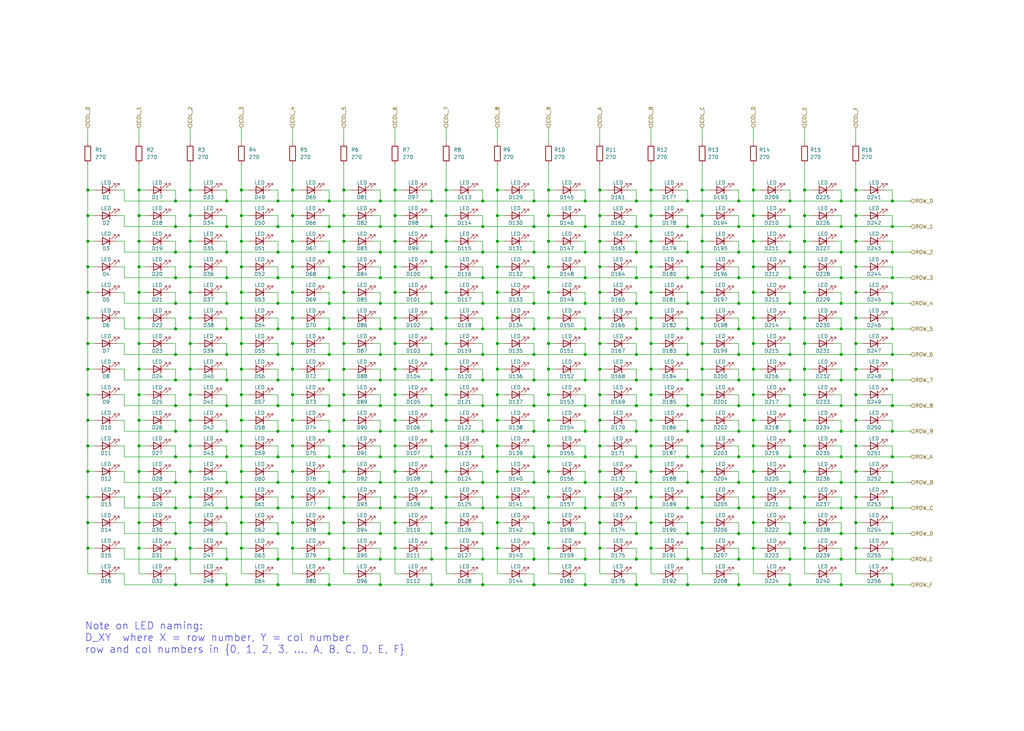
<source format=kicad_sch>
(kicad_sch (version 20250114) (generator "eeschema") (generator_version "9.0")
  (paper "User" 355.6 254)
  (text "Note on LED naming:  \nD_XY  where X = row number, Y = col number\nrow and col numbers in {0, 1, 2, 3, ..., A, B, C, D, E, F}" (at 29.464 221.742 0) (effects (font (size 2.54 2.54)) (justify left)))
  (junction (at 114.3 185.42))
  (junction (at 203.2 123.19))
  (junction (at 132.08 123.19))
  (junction (at 292.1 96.52))
  (junction (at 309.88 149.86))
  (junction (at 274.32 87.63))
  (junction (at 149.86 69.85))
  (junction (at 60.96 132.08))
  (junction (at 238.76 78.74))
  (junction (at 297.18 146.05))
  (junction (at 256.54 185.42))
  (junction (at 274.32 176.53))
  (junction (at 119.38 190.5))
  (junction (at 243.84 110.49))
  (junction (at 220.98 105.41))
  (junction (at 309.88 123.19))
  (junction (at 149.86 123.19))
  (junction (at 261.62 172.72))
  (junction (at 119.38 83.82))
  (junction (at 309.88 176.53))
  (junction (at 60.96 176.53))
  (junction (at 137.16 119.38))
  (junction (at 48.26 128.27))
  (junction (at 167.64 87.63))
  (junction (at 243.84 163.83))
  (junction (at 309.88 158.75))
  (junction (at 243.84 66.04))
  (junction (at 114.3 132.08))
  (junction (at 119.38 181.61))
  (junction (at 203.2 105.41))
  (junction (at 30.48 83.82))
  (junction (at 292.1 132.08))
  (junction (at 226.06 128.27))
  (junction (at 154.94 128.27))
  (junction (at 83.82 190.5))
  (junction (at 101.6 119.38))
  (junction (at 96.52 96.52))
  (junction (at 60.96 105.41))
  (junction (at 243.84 137.16))
  (junction (at 220.98 114.3))
  (junction (at 119.38 92.71))
  (junction (at 256.54 114.3))
  (junction (at 297.18 101.6))
  (junction (at 256.54 176.53))
  (junction (at 274.32 185.42))
  (junction (at 309.88 105.41))
  (junction (at 101.6 172.72))
  (junction (at 96.52 158.75))
  (junction (at 220.98 203.2))
  (junction (at 243.84 190.5))
  (junction (at 60.96 167.64))
  (junction (at 220.98 194.31))
  (junction (at 238.76 105.41))
  (junction (at 220.98 123.19))
  (junction (at 48.26 66.04))
  (junction (at 167.64 149.86))
  (junction (at 30.48 181.61))
  (junction (at 261.62 137.16))
  (junction (at 185.42 149.86))
  (junction (at 83.82 101.6))
  (junction (at 256.54 105.41))
  (junction (at 78.74 96.52))
  (junction (at 119.38 128.27))
  (junction (at 114.3 203.2))
  (junction (at 60.96 78.74))
  (junction (at 226.06 92.71))
  (junction (at 208.28 128.27))
  (junction (at 66.04 92.71))
  (junction (at 66.04 190.5))
  (junction (at 137.16 146.05))
  (junction (at 261.62 66.04))
  (junction (at 279.4 83.82))
  (junction (at 203.2 185.42))
  (junction (at 132.08 140.97))
  (junction (at 66.04 128.27))
  (junction (at 279.4 190.5))
  (junction (at 261.62 101.6))
  (junction (at 279.4 172.72))
  (junction (at 101.6 181.61))
  (junction (at 167.64 194.31))
  (junction (at 101.6 83.82))
  (junction (at 274.32 114.3))
  (junction (at 48.26 163.83))
  (junction (at 172.72 172.72))
  (junction (at 172.72 181.61))
  (junction (at 203.2 203.2))
  (junction (at 66.04 172.72))
  (junction (at 274.32 78.74))
  (junction (at 78.74 185.42))
  (junction (at 60.96 96.52))
  (junction (at 101.6 154.94))
  (junction (at 190.5 128.27))
  (junction (at 96.52 203.2))
  (junction (at 190.5 92.71))
  (junction (at 132.08 114.3))
  (junction (at 256.54 194.31))
  (junction (at 309.88 96.52))
  (junction (at 167.64 114.3))
  (junction (at 261.62 83.82))
  (junction (at 30.48 119.38))
  (junction (at 190.5 190.5))
  (junction (at 83.82 74.93))
  (junction (at 149.86 87.63))
  (junction (at 220.98 132.08))
  (junction (at 132.08 203.2))
  (junction (at 149.86 158.75))
  (junction (at 279.4 66.04))
  (junction (at 132.08 176.53))
  (junction (at 190.5 66.04))
  (junction (at 274.32 96.52))
  (junction (at 274.32 158.75))
  (junction (at 154.94 66.04))
  (junction (at 279.4 101.6))
  (junction (at 78.74 132.08))
  (junction (at 83.82 110.49))
  (junction (at 292.1 78.74))
  (junction (at 226.06 146.05))
  (junction (at 149.86 132.08))
  (junction (at 96.52 194.31))
  (junction (at 137.16 163.83))
  (junction (at 101.6 92.71))
  (junction (at 137.16 128.27))
  (junction (at 203.2 132.08))
  (junction (at 101.6 101.6))
  (junction (at 274.32 194.31))
  (junction (at 203.2 78.74))
  (junction (at 238.76 185.42))
  (junction (at 149.86 203.2))
  (junction (at 238.76 158.75))
  (junction (at 256.54 158.75))
  (junction (at 172.72 101.6))
  (junction (at 185.42 132.08))
  (junction (at 243.84 154.94))
  (junction (at 261.62 154.94))
  (junction (at 256.54 140.97))
  (junction (at 114.3 194.31))
  (junction (at 279.4 74.93))
  (junction (at 48.26 154.94))
  (junction (at 243.84 128.27))
  (junction (at 149.86 194.31))
  (junction (at 279.4 181.61))
  (junction (at 96.52 123.19))
  (junction (at 292.1 194.31))
  (junction (at 185.42 194.31))
  (junction (at 208.28 74.93))
  (junction (at 208.28 181.61))
  (junction (at 114.3 140.97))
  (junction (at 154.94 101.6))
  (junction (at 309.88 185.42))
  (junction (at 309.88 203.2))
  (junction (at 292.1 87.63))
  (junction (at 190.5 83.82))
  (junction (at 78.74 140.97))
  (junction (at 167.64 176.53))
  (junction (at 220.98 140.97))
  (junction (at 172.72 163.83))
  (junction (at 30.48 101.6))
  (junction (at 83.82 181.61))
  (junction (at 256.54 203.2))
  (junction (at 297.18 128.27))
  (junction (at 30.48 172.72))
  (junction (at 190.5 74.93))
  (junction (at 226.06 181.61))
  (junction (at 30.48 74.93))
  (junction (at 137.16 137.16))
  (junction (at 78.74 167.64))
  (junction (at 238.76 69.85))
  (junction (at 48.26 110.49))
  (junction (at 261.62 190.5))
  (junction (at 149.86 96.52))
  (junction (at 208.28 110.49))
  (junction (at 220.98 167.64))
  (junction (at 48.26 74.93))
  (junction (at 309.88 167.64))
  (junction (at 167.64 78.74))
  (junction (at 185.42 203.2))
  (junction (at 208.28 172.72))
  (junction (at 172.72 128.27))
  (junction (at 256.54 149.86))
  (junction (at 30.48 137.16))
  (junction (at 30.48 190.5))
  (junction (at 137.16 83.82))
  (junction (at 66.04 101.6))
  (junction (at 96.52 114.3))
  (junction (at 66.04 154.94))
  (junction (at 132.08 78.74))
  (junction (at 297.18 110.49))
  (junction (at 96.52 105.41))
  (junction (at 83.82 119.38))
  (junction (at 297.18 181.61))
  (junction (at 185.42 167.64))
  (junction (at 297.18 66.04))
  (junction (at 83.82 66.04))
  (junction (at 66.04 66.04))
  (junction (at 238.76 123.19))
  (junction (at 119.38 172.72))
  (junction (at 256.54 167.64))
  (junction (at 114.3 69.85))
  (junction (at 185.42 87.63))
  (junction (at 190.5 110.49))
  (junction (at 190.5 146.05))
  (junction (at 220.98 96.52))
  (junction (at 66.04 74.93))
  (junction (at 119.38 137.16))
  (junction (at 66.04 119.38))
  (junction (at 309.88 78.74))
  (junction (at 203.2 87.63))
  (junction (at 203.2 167.64))
  (junction (at 114.3 149.86))
  (junction (at 78.74 158.75))
  (junction (at 48.26 172.72))
  (junction (at 243.84 83.82))
  (junction (at 101.6 74.93))
  (junction (at 243.84 92.71))
  (junction (at 78.74 194.31))
  (junction (at 132.08 167.64))
  (junction (at 243.84 119.38))
  (junction (at 66.04 146.05))
  (junction (at 274.32 132.08))
  (junction (at 60.96 69.85))
  (junction (at 238.76 132.08))
  (junction (at 220.98 185.42))
  (junction (at 297.18 119.38))
  (junction (at 48.26 137.16))
  (junction (at 172.72 137.16))
  (junction (at 208.28 163.83))
  (junction (at 48.26 146.05))
  (junction (at 132.08 105.41))
  (junction (at 78.74 203.2))
  (junction (at 66.04 83.82))
  (junction (at 185.42 140.97))
  (junction (at 208.28 101.6))
  (junction (at 154.94 74.93))
  (junction (at 226.06 154.94))
  (junction (at 101.6 128.27))
  (junction (at 220.98 176.53))
  (junction (at 167.64 105.41))
  (junction (at 172.72 92.71))
  (junction (at 274.32 123.19))
  (junction (at 309.88 114.3))
  (junction (at 190.5 154.94))
  (junction (at 256.54 78.74))
  (junction (at 114.3 167.64))
  (junction (at 243.84 181.61))
  (junction (at 309.88 132.08))
  (junction (at 137.16 74.93))
  (junction (at 60.96 185.42))
  (junction (at 96.52 69.85))
  (junction (at 226.06 83.82))
  (junction (at 154.94 119.38))
  (junction (at 167.64 69.85))
  (junction (at 185.42 123.19))
  (junction (at 96.52 132.08))
  (junction (at 226.06 66.04))
  (junction (at 154.94 181.61))
  (junction (at 226.06 101.6))
  (junction (at 78.74 114.3))
  (junction (at 261.62 92.71))
  (junction (at 238.76 96.52))
  (junction (at 101.6 110.49))
  (junction (at 279.4 128.27))
  (junction (at 101.6 146.05))
  (junction (at 96.52 167.64))
  (junction (at 297.18 137.16))
  (junction (at 309.88 194.31))
  (junction (at 190.5 101.6))
  (junction (at 114.3 158.75))
  (junction (at 292.1 176.53))
  (junction (at 261.62 163.83))
  (junction (at 137.16 181.61))
  (junction (at 78.74 87.63))
  (junction (at 297.18 74.93))
  (junction (at 208.28 83.82))
  (junction (at 114.3 96.52))
  (junction (at 297.18 163.83))
  (junction (at 154.94 92.71))
  (junction (at 297.18 172.72))
  (junction (at 203.2 149.86))
  (junction (at 208.28 92.71))
  (junction (at 154.94 154.94))
  (junction (at 208.28 154.94))
  (junction (at 48.26 119.38))
  (junction (at 78.74 69.85))
  (junction (at 226.06 190.5))
  (junction (at 261.62 74.93))
  (junction (at 137.16 190.5))
  (junction (at 78.74 123.19))
  (junction (at 190.5 119.38))
  (junction (at 292.1 158.75))
  (junction (at 167.64 167.64))
  (junction (at 292.1 185.42))
  (junction (at 292.1 149.86))
  (junction (at 226.06 137.16))
  (junction (at 238.76 87.63))
  (junction (at 261.62 146.05))
  (junction (at 137.16 101.6))
  (junction (at 172.72 119.38))
  (junction (at 190.5 163.83))
  (junction (at 238.76 194.31))
  (junction (at 66.04 137.16))
  (junction (at 167.64 140.97))
  (junction (at 172.72 190.5))
  (junction (at 274.32 69.85))
  (junction (at 274.32 149.86))
  (junction (at 256.54 123.19))
  (junction (at 238.76 176.53))
  (junction (at 203.2 140.97))
  (junction (at 119.38 163.83))
  (junction (at 203.2 158.75))
  (junction (at 309.88 87.63))
  (junction (at 190.5 137.16))
  (junction (at 132.08 149.86))
  (junction (at 167.64 123.19))
  (junction (at 208.28 119.38))
  (junction (at 137.16 92.71))
  (junction (at 149.86 140.97))
  (junction (at 256.54 96.52))
  (junction (at 309.88 140.97))
  (junction (at 83.82 83.82))
  (junction (at 279.4 154.94))
  (junction (at 208.28 146.05))
  (junction (at 83.82 172.72))
  (junction (at 279.4 137.16))
  (junction (at 60.96 123.19))
  (junction (at 172.72 66.04))
  (junction (at 243.84 101.6))
  (junction (at 190.5 181.61))
  (junction (at 149.86 78.74))
  (junction (at 238.76 114.3))
  (junction (at 60.96 158.75))
  (junction (at 261.62 181.61))
  (junction (at 60.96 194.31))
  (junction (at 292.1 123.19))
  (junction (at 243.84 172.72))
  (junction (at 297.18 190.5))
  (junction (at 226.06 119.38))
  (junction (at 83.82 154.94))
  (junction (at 60.96 203.2))
  (junction (at 274.32 167.64))
  (junction (at 274.32 105.41))
  (junction (at 292.1 114.3))
  (junction (at 149.86 185.42))
  (junction (at 220.98 69.85))
  (junction (at 226.06 74.93))
  (junction (at 154.94 110.49))
  (junction (at 203.2 96.52))
  (junction (at 172.72 74.93))
  (junction (at 243.84 74.93))
  (junction (at 66.04 110.49))
  (junction (at 83.82 137.16))
  (junction (at 279.4 92.71))
  (junction (at 185.42 69.85))
  (junction (at 119.38 66.04))
  (junction (at 154.94 137.16))
  (junction (at 185.42 176.53))
  (junction (at 66.04 181.61))
  (junction (at 167.64 203.2))
  (junction (at 226.06 163.83))
  (junction (at 185.42 114.3))
  (junction (at 203.2 176.53))
  (junction (at 137.16 154.94))
  (junction (at 185.42 78.74))
  (junction (at 208.28 190.5))
  (junction (at 60.96 140.97))
  (junction (at 190.5 172.72))
  (junction (at 96.52 149.86))
  (junction (at 114.3 123.19))
  (junction (at 78.74 78.74))
  (junction (at 119.38 74.93))
  (junction (at 279.4 163.83))
  (junction (at 96.52 140.97))
  (junction (at 203.2 69.85))
  (junction (at 167.64 158.75))
  (junction (at 172.72 83.82))
  (junction (at 48.26 83.82))
  (junction (at 132.08 158.75))
  (junction (at 292.1 105.41))
  (junction (at 30.48 163.83))
  (junction (at 292.1 203.2))
  (junction (at 78.74 105.41))
  (junction (at 119.38 101.6))
  (junction (at 292.1 69.85))
  (junction (at 114.3 78.74))
  (junction (at 309.88 69.85))
  (junction (at 292.1 140.97))
  (junction (at 114.3 114.3))
  (junction (at 243.84 146.05))
  (junction (at 60.96 149.86))
  (junction (at 292.1 167.64))
  (junction (at 48.26 101.6))
  (junction (at 101.6 190.5))
  (junction (at 208.28 66.04))
  (junction (at 132.08 96.52))
  (junction (at 149.86 176.53))
  (junction (at 167.64 185.42))
  (junction (at 279.4 110.49))
  (junction (at 220.98 149.86))
  (junction (at 137.16 110.49))
  (junction (at 297.18 154.94))
  (junction (at 48.26 92.71))
  (junction (at 261.62 110.49))
  (junction (at 30.48 110.49))
  (junction (at 83.82 146.05))
  (junction (at 203.2 114.3))
  (junction (at 154.94 172.72))
  (junction (at 297.18 92.71))
  (junction (at 238.76 167.64))
  (junction (at 119.38 110.49))
  (junction (at 154.94 146.05))
  (junction (at 149.86 167.64))
  (junction (at 119.38 119.38))
  (junction (at 154.94 190.5))
  (junction (at 154.94 83.82))
  (junction (at 172.72 154.94))
  (junction (at 279.4 146.05))
  (junction (at 30.48 154.94))
  (junction (at 83.82 92.71))
  (junction (at 96.52 176.53))
  (junction (at 60.96 87.63))
  (junction (at 48.26 190.5))
  (junction (at 261.62 119.38))
  (junction (at 185.42 185.42))
  (junction (at 48.26 181.61))
  (junction (at 226.06 172.72))
  (junction (at 167.64 96.52))
  (junction (at 132.08 132.08))
  (junction (at 279.4 119.38))
  (junction (at 208.28 137.16))
  (junction (at 101.6 163.83))
  (junction (at 261.62 128.27))
  (junction (at 137.16 66.04))
  (junction (at 167.64 132.08))
  (junction (at 172.72 146.05))
  (junction (at 203.2 194.31))
  (junction (at 256.54 132.08))
  (junction (at 256.54 69.85))
  (junction (at 83.82 128.27))
  (junction (at 114.3 87.63))
  (junction (at 149.86 114.3))
  (junction (at 226.06 110.49))
  (junction (at 274.32 140.97))
  (junction (at 60.96 114.3))
  (junction (at 132.08 194.31))
  (junction (at 154.94 163.83))
  (junction (at 132.08 87.63))
  (junction (at 149.86 149.86))
  (junction (at 30.48 146.05))
  (junction (at 220.98 158.75))
  (junction (at 114.3 105.41))
  (junction (at 297.18 83.82))
  (junction (at 78.74 149.86))
  (junction (at 220.98 87.63))
  (junction (at 101.6 66.04))
  (junction (at 256.54 87.63))
  (junction (at 30.48 92.71))
  (junction (at 30.48 66.04))
  (junction (at 185.42 158.75))
  (junction (at 149.86 105.41))
  (junction (at 274.32 203.2))
  (junction (at 30.48 128.27))
  (junction (at 238.76 140.97))
  (junction (at 220.98 78.74))
  (junction (at 132.08 185.42))
  (junction (at 96.52 185.42))
  (junction (at 238.76 203.2))
  (junction (at 96.52 78.74))
  (junction (at 132.08 69.85))
  (junction (at 119.38 154.94))
  (junction (at 83.82 163.83))
  (junction (at 185.42 96.52))
  (junction (at 101.6 137.16))
  (junction (at 172.72 110.49))
  (junction (at 238.76 149.86))
  (junction (at 66.04 163.83))
  (junction (at 185.42 105.41))
  (junction (at 114.3 176.53))
  (junction (at 119.38 146.05))
  (junction (at 137.16 172.72))
  (junction (at 78.74 176.53))
  (junction (at 96.52 87.63))
  (wire (pts (xy 43.18 199.39) (xy 40.64 199.39)))
  (wire (pts (xy 60.96 137.16) (xy 58.42 137.16)))
  (wire (pts (xy 96.52 176.53) (xy 114.3 176.53)))
  (wire (pts (xy 185.42 101.6) (xy 182.88 101.6)))
  (wire (pts (xy 256.54 158.75) (xy 274.32 158.75)))
  (wire (pts (xy 43.18 123.19) (xy 60.96 123.19)))
  (wire (pts (xy 139.7 190.5) (xy 137.16 190.5)))
  (wire (pts (xy 261.62 137.16) (xy 261.62 146.05)))
  (wire (pts (xy 299.72 92.71) (xy 297.18 92.71)))
  (wire (pts (xy 132.08 66.04) (xy 129.54 66.04)))
  (wire (pts (xy 96.52 146.05) (xy 93.98 146.05)))
  (wire (pts (xy 297.18 181.61) (xy 297.18 190.5)))
  (wire (pts (xy 274.32 154.94) (xy 274.32 158.75)))
  (wire (pts (xy 256.54 78.74) (xy 274.32 78.74)))
  (wire (pts (xy 220.98 92.71) (xy 220.98 96.52)))
  (wire (pts (xy 185.42 78.74) (xy 203.2 78.74)))
  (wire (pts (xy 139.7 137.16) (xy 137.16 137.16)))
  (wire (pts (xy 121.92 172.72) (xy 119.38 172.72)))
  (wire (pts (xy 149.86 154.94) (xy 149.86 158.75)))
  (wire (pts (xy 60.96 137.16) (xy 60.96 140.97)))
  (wire (pts (xy 274.32 181.61) (xy 271.78 181.61)))
  (wire (pts (xy 149.86 66.04) (xy 149.86 69.85)))
  (wire (pts (xy 292.1 96.52) (xy 309.88 96.52)))
  (wire (pts (xy 137.16 74.93) (xy 137.16 83.82)))
  (wire (pts (xy 43.18 128.27) (xy 40.64 128.27)))
  (wire (pts (xy 121.92 146.05) (xy 119.38 146.05)))
  (wire (pts (xy 210.82 172.72) (xy 208.28 172.72)))
  (wire (pts (xy 86.36 110.49) (xy 83.82 110.49)))
  (wire (pts (xy 48.26 83.82) (xy 48.26 92.71)))
  (wire (pts (xy 132.08 140.97) (xy 149.86 140.97)))
  (wire (pts (xy 119.38 181.61) (xy 119.38 190.5)))
  (wire (pts (xy 279.4 190.5) (xy 279.4 199.39)))
  (wire (pts (xy 83.82 119.38) (xy 83.82 128.27)))
  (wire (pts (xy 50.8 163.83) (xy 48.26 163.83)))
  (wire (pts (xy 185.42 87.63) (xy 203.2 87.63)))
  (wire (pts (xy 83.82 83.82) (xy 83.82 92.71)))
  (wire (pts (xy 175.26 119.38) (xy 172.72 119.38)))
  (wire (pts (xy 66.04 92.71) (xy 66.04 101.6)))
  (wire (pts (xy 167.64 114.3) (xy 185.42 114.3)))
  (wire (pts (xy 274.32 92.71) (xy 271.78 92.71)))
  (wire (pts (xy 48.26 137.16) (xy 48.26 146.05)))
  (wire (pts (xy 190.5 154.94) (xy 190.5 163.83)))
  (wire (pts (xy 132.08 163.83) (xy 129.54 163.83)))
  (wire (pts (xy 86.36 137.16) (xy 83.82 137.16)))
  (wire (pts (xy 43.18 194.31) (xy 60.96 194.31)))
  (wire (pts (xy 30.48 128.27) (xy 30.48 137.16)))
  (wire (pts (xy 101.6 74.93) (xy 101.6 83.82)))
  (wire (pts (xy 220.98 101.6) (xy 220.98 105.41)))
  (wire (pts (xy 104.14 119.38) (xy 101.6 119.38)))
  (wire (pts (xy 309.88 146.05) (xy 309.88 149.86)))
  (wire (pts (xy 96.52 110.49) (xy 96.52 114.3)))
  (wire (pts (xy 33.02 181.61) (xy 30.48 181.61)))
  (wire (pts (xy 243.84 101.6) (xy 243.84 110.49)))
  (wire (pts (xy 167.64 78.74) (xy 185.42 78.74)))
  (wire (pts (xy 208.28 119.38) (xy 208.28 128.27)))
  (wire (pts (xy 114.3 140.97) (xy 132.08 140.97)))
  (wire (pts (xy 60.96 203.2) (xy 78.74 203.2)))
  (wire (pts (xy 137.16 44.45) (xy 137.16 49.53)))
  (wire (pts (xy 30.48 57.15) (xy 30.48 66.04)))
  (wire (pts (xy 243.84 172.72) (xy 243.84 181.61)))
  (wire (pts (xy 60.96 172.72) (xy 60.96 176.53)))
  (wire (pts (xy 220.98 181.61) (xy 218.44 181.61)))
  (wire (pts (xy 149.86 181.61) (xy 149.86 185.42)))
  (wire (pts (xy 30.48 119.38) (xy 30.48 128.27)))
  (wire (pts (xy 114.3 154.94) (xy 114.3 158.75)))
  (wire (pts (xy 297.18 163.83) (xy 297.18 172.72)))
  (wire (pts (xy 292.1 185.42) (xy 309.88 185.42)))
  (wire (pts (xy 175.26 190.5) (xy 172.72 190.5)))
  (wire (pts (xy 101.6 137.16) (xy 104.14 137.16)))
  (wire (pts (xy 101.6 119.38) (xy 101.6 128.27)))
  (wire (pts (xy 137.16 190.5) (xy 137.16 199.39)))
  (wire (pts (xy 66.04 66.04) (xy 66.04 74.93)))
  (wire (pts (xy 238.76 163.83) (xy 236.22 163.83)))
  (wire (pts (xy 203.2 194.31) (xy 220.98 194.31)))
  (wire (pts (xy 132.08 137.16) (xy 132.08 140.97)))
  (wire (pts (xy 274.32 190.5) (xy 271.78 190.5)))
  (wire (pts (xy 43.18 203.2) (xy 60.96 203.2)))
  (wire (pts (xy 167.64 137.16) (xy 167.64 140.97)))
  (wire (pts (xy 101.6 190.5) (xy 101.6 199.39)))
  (wire (pts (xy 96.52 158.75) (xy 114.3 158.75)))
  (wire (pts (xy 78.74 146.05) (xy 76.2 146.05)))
  (wire (pts (xy 261.62 190.5) (xy 261.62 199.39)))
  (wire (pts (xy 43.18 190.5) (xy 43.18 194.31)))
  (wire (pts (xy 60.96 114.3) (xy 78.74 114.3)))
  (wire (pts (xy 220.98 105.41) (xy 238.76 105.41)))
  (wire (pts (xy 78.74 74.93) (xy 78.74 78.74)))
  (wire (pts (xy 96.52 149.86) (xy 114.3 149.86)))
  (wire (pts (xy 309.88 181.61) (xy 307.34 181.61)))
  (wire (pts (xy 243.84 154.94) (xy 243.84 163.83)))
  (wire (pts (xy 256.54 66.04) (xy 254 66.04)))
  (wire (pts (xy 60.96 190.5) (xy 58.42 190.5)))
  (wire (pts (xy 297.18 119.38) (xy 297.18 128.27)))
  (wire (pts (xy 246.38 101.6) (xy 243.84 101.6)))
  (wire (pts (xy 66.04 146.05) (xy 66.04 154.94)))
  (wire (pts (xy 193.04 92.71) (xy 190.5 92.71)))
  (wire (pts (xy 137.16 154.94) (xy 137.16 163.83)))
  (wire (pts (xy 78.74 128.27) (xy 78.74 132.08)))
  (wire (pts (xy 274.32 101.6) (xy 274.32 105.41)))
  (wire (pts (xy 264.16 190.5) (xy 261.62 190.5)))
  (wire (pts (xy 292.1 66.04) (xy 292.1 69.85)))
  (wire (pts (xy 60.96 167.64) (xy 78.74 167.64)))
  (wire (pts (xy 96.52 137.16) (xy 96.52 140.97)))
  (wire (pts (xy 261.62 181.61) (xy 261.62 190.5)))
  (wire (pts (xy 132.08 92.71) (xy 129.54 92.71)))
  (wire (pts (xy 101.6 163.83) (xy 101.6 172.72)))
  (wire (pts (xy 43.18 66.04) (xy 43.18 69.85)))
  (wire (pts (xy 203.2 149.86) (xy 220.98 149.86)))
  (wire (pts (xy 50.8 128.27) (xy 48.26 128.27)))
  (wire (pts (xy 309.88 167.64) (xy 316.23 167.64)))
  (wire (pts (xy 30.48 146.05) (xy 30.48 154.94)))
  (wire (pts (xy 256.54 172.72) (xy 256.54 176.53)))
  (wire (pts (xy 78.74 74.93) (xy 76.2 74.93)))
  (wire (pts (xy 281.94 101.6) (xy 279.4 101.6)))
  (wire (pts (xy 274.32 96.52) (xy 292.1 96.52)))
  (wire (pts (xy 175.26 163.83) (xy 172.72 163.83)))
  (wire (pts (xy 238.76 176.53) (xy 256.54 176.53)))
  (wire (pts (xy 264.16 181.61) (xy 261.62 181.61)))
  (wire (pts (xy 149.86 92.71) (xy 149.86 96.52)))
  (wire (pts (xy 264.16 92.71) (xy 261.62 92.71)))
  (wire (pts (xy 279.4 154.94) (xy 279.4 163.83)))
  (wire (pts (xy 309.88 69.85) (xy 316.23 69.85)))
  (wire (pts (xy 114.3 154.94) (xy 111.76 154.94)))
  (wire (pts (xy 256.54 110.49) (xy 254 110.49)))
  (wire (pts (xy 132.08 92.71) (xy 132.08 96.52)))
  (wire (pts (xy 114.3 163.83) (xy 114.3 167.64)))
  (wire (pts (xy 309.88 119.38) (xy 307.34 119.38)))
  (wire (pts (xy 292.1 158.75) (xy 309.88 158.75)))
  (wire (pts (xy 226.06 57.15) (xy 226.06 66.04)))
  (wire (pts (xy 48.26 181.61) (xy 48.26 190.5)))
  (wire (pts (xy 208.28 110.49) (xy 208.28 119.38)))
  (wire (pts (xy 96.52 203.2) (xy 114.3 203.2)))
  (wire (pts (xy 256.54 140.97) (xy 274.32 140.97)))
  (wire (pts (xy 43.18 132.08) (xy 60.96 132.08)))
  (wire (pts (xy 274.32 163.83) (xy 274.32 167.64)))
  (wire (pts (xy 220.98 92.71) (xy 218.44 92.71)))
  (wire (pts (xy 309.88 154.94) (xy 307.34 154.94)))
  (wire (pts (xy 274.32 110.49) (xy 271.78 110.49)))
  (wire (pts (xy 33.02 163.83) (xy 30.48 163.83)))
  (wire (pts (xy 167.64 92.71) (xy 165.1 92.71)))
  (wire (pts (xy 292.1 74.93) (xy 289.56 74.93)))
  (wire (pts (xy 78.74 83.82) (xy 78.74 87.63)))
  (wire (pts (xy 274.32 105.41) (xy 292.1 105.41)))
  (wire (pts (xy 83.82 101.6) (xy 83.82 110.49)))
  (wire (pts (xy 261.62 172.72) (xy 261.62 181.61)))
  (wire (pts (xy 154.94 190.5) (xy 154.94 199.39)))
  (wire (pts (xy 309.88 181.61) (xy 309.88 185.42)))
  (wire (pts (xy 299.72 172.72) (xy 297.18 172.72)))
  (wire (pts (xy 66.04 172.72) (xy 66.04 181.61)))
  (wire (pts (xy 292.1 190.5) (xy 292.1 194.31)))
  (wire (pts (xy 292.1 92.71) (xy 289.56 92.71)))
  (wire (pts (xy 175.26 137.16) (xy 172.72 137.16)))
  (wire (pts (xy 210.82 66.04) (xy 208.28 66.04)))
  (wire (pts (xy 238.76 92.71) (xy 236.22 92.71)))
  (wire (pts (xy 309.88 128.27) (xy 309.88 132.08)))
  (wire (pts (xy 157.48 154.94) (xy 154.94 154.94)))
  (wire (pts (xy 86.36 199.39) (xy 83.82 199.39)))
  (wire (pts (xy 185.42 203.2) (xy 203.2 203.2)))
  (wire (pts (xy 292.1 137.16) (xy 289.56 137.16)))
  (wire (pts (xy 210.82 83.82) (xy 208.28 83.82)))
  (wire (pts (xy 149.86 78.74) (xy 167.64 78.74)))
  (wire (pts (xy 279.4 74.93) (xy 279.4 83.82)))
  (wire (pts (xy 203.2 105.41) (xy 220.98 105.41)))
  (wire (pts (xy 78.74 181.61) (xy 78.74 185.42)))
  (wire (pts (xy 121.92 119.38) (xy 119.38 119.38)))
  (wire (pts (xy 193.04 74.93) (xy 190.5 74.93)))
  (wire (pts (xy 274.32 154.94) (xy 271.78 154.94)))
  (wire (pts (xy 274.32 190.5) (xy 274.32 194.31)))
  (wire (pts (xy 203.2 74.93) (xy 200.66 74.93)))
  (wire (pts (xy 256.54 128.27) (xy 254 128.27)))
  (wire (pts (xy 43.18 74.93) (xy 40.64 74.93)))
  (wire (pts (xy 137.16 92.71) (xy 137.16 101.6)))
  (wire (pts (xy 228.6 83.82) (xy 226.06 83.82)))
  (wire (pts (xy 274.32 101.6) (xy 271.78 101.6)))
  (wire (pts (xy 114.3 92.71) (xy 111.76 92.71)))
  (wire (pts (xy 43.18 119.38) (xy 43.18 123.19)))
  (wire (pts (xy 190.5 74.93) (xy 190.5 83.82)))
  (wire (pts (xy 132.08 203.2) (xy 149.86 203.2)))
  (wire (pts (xy 167.64 83.82) (xy 165.1 83.82)))
  (wire (pts (xy 292.1 119.38) (xy 292.1 123.19)))
  (wire (pts (xy 33.02 137.16) (xy 30.48 137.16)))
  (wire (pts (xy 256.54 185.42) (xy 274.32 185.42)))
  (wire (pts (xy 60.96 92.71) (xy 60.96 96.52)))
  (wire (pts (xy 132.08 181.61) (xy 129.54 181.61)))
  (wire (pts (xy 167.64 83.82) (xy 167.64 87.63)))
  (wire (pts (xy 132.08 158.75) (xy 149.86 158.75)))
  (wire (pts (xy 149.86 158.75) (xy 167.64 158.75)))
  (wire (pts (xy 292.1 163.83) (xy 292.1 167.64)))
  (wire (pts (xy 292.1 154.94) (xy 289.56 154.94)))
  (wire (pts (xy 243.84 146.05) (xy 243.84 154.94)))
  (wire (pts (xy 228.6 92.71) (xy 226.06 92.71)))
  (wire (pts (xy 309.88 132.08) (xy 316.23 132.08)))
  (wire (pts (xy 281.94 74.93) (xy 279.4 74.93)))
  (wire (pts (xy 190.5 66.04) (xy 190.5 74.93)))
  (wire (pts (xy 274.32 123.19) (xy 292.1 123.19)))
  (wire (pts (xy 43.18 137.16) (xy 40.64 137.16)))
  (wire (pts (xy 48.26 146.05) (xy 48.26 154.94)))
  (wire (pts (xy 292.1 87.63) (xy 309.88 87.63)))
  (wire (pts (xy 149.86 105.41) (xy 167.64 105.41)))
  (wire (pts (xy 68.58 163.83) (xy 66.04 163.83)))
  (wire (pts (xy 60.96 87.63) (xy 78.74 87.63)))
  (wire (pts (xy 274.32 137.16) (xy 274.32 140.97)))
  (wire (pts (xy 220.98 199.39) (xy 218.44 199.39)))
  (wire (pts (xy 172.72 74.93) (xy 172.72 83.82)))
  (wire (pts (xy 309.88 163.83) (xy 307.34 163.83)))
  (wire (pts (xy 154.94 66.04) (xy 154.94 74.93)))
  (wire (pts (xy 203.2 181.61) (xy 203.2 185.42)))
  (wire (pts (xy 185.42 96.52) (xy 203.2 96.52)))
  (wire (pts (xy 264.16 66.04) (xy 261.62 66.04)))
  (wire (pts (xy 264.16 154.94) (xy 261.62 154.94)))
  (wire (pts (xy 309.88 172.72) (xy 307.34 172.72)))
  (wire (pts (xy 297.18 74.93) (xy 297.18 83.82)))
  (wire (pts (xy 104.14 199.39) (xy 101.6 199.39)))
  (wire (pts (xy 78.74 149.86) (xy 96.52 149.86)))
  (wire (pts (xy 132.08 149.86) (xy 149.86 149.86)))
  (wire (pts (xy 256.54 123.19) (xy 274.32 123.19)))
  (wire (pts (xy 167.64 92.71) (xy 167.64 96.52)))
  (wire (pts (xy 104.14 154.94) (xy 101.6 154.94)))
  (wire (pts (xy 114.3 66.04) (xy 114.3 69.85)))
  (wire (pts (xy 238.76 132.08) (xy 256.54 132.08)))
  (wire (pts (xy 172.72 154.94) (xy 172.72 163.83)))
  (wire (pts (xy 43.18 101.6) (xy 40.64 101.6)))
  (wire (pts (xy 167.64 119.38) (xy 165.1 119.38)))
  (wire (pts (xy 220.98 119.38) (xy 218.44 119.38)))
  (wire (pts (xy 210.82 199.39) (xy 208.28 199.39)))
  (wire (pts (xy 149.86 132.08) (xy 167.64 132.08)))
  (wire (pts (xy 292.1 83.82) (xy 292.1 87.63)))
  (wire (pts (xy 279.4 92.71) (xy 279.4 101.6)))
  (wire (pts (xy 139.7 146.05) (xy 137.16 146.05)))
  (wire (pts (xy 274.32 78.74) (xy 292.1 78.74)))
  (wire (pts (xy 33.02 190.5) (xy 30.48 190.5)))
  (wire (pts (xy 139.7 172.72) (xy 137.16 172.72)))
  (wire (pts (xy 48.26 101.6) (xy 48.26 110.49)))
  (wire (pts (xy 132.08 110.49) (xy 132.08 114.3)))
  (wire (pts (xy 132.08 78.74) (xy 149.86 78.74)))
  (wire (pts (xy 256.54 110.49) (xy 256.54 114.3)))
  (wire (pts (xy 114.3 110.49) (xy 111.76 110.49)))
  (wire (pts (xy 96.52 110.49) (xy 93.98 110.49)))
  (wire (pts (xy 274.32 149.86) (xy 292.1 149.86)))
  (wire (pts (xy 238.76 123.19) (xy 256.54 123.19)))
  (wire (pts (xy 238.76 66.04) (xy 236.22 66.04)))
  (wire (pts (xy 292.1 149.86) (xy 309.88 149.86)))
  (wire (pts (xy 121.92 92.71) (xy 119.38 92.71)))
  (wire (pts (xy 114.3 185.42) (xy 132.08 185.42)))
  (wire (pts (xy 132.08 199.39) (xy 129.54 199.39)))
  (wire (pts (xy 220.98 163.83) (xy 220.98 167.64)))
  (wire (pts (xy 137.16 101.6) (xy 137.16 110.49)))
  (wire (pts (xy 96.52 74.93) (xy 93.98 74.93)))
  (wire (pts (xy 185.42 199.39) (xy 182.88 199.39)))
  (wire (pts (xy 193.04 119.38) (xy 190.5 119.38)))
  (wire (pts (xy 256.54 92.71) (xy 256.54 96.52)))
  (wire (pts (xy 86.36 163.83) (xy 83.82 163.83)))
  (wire (pts (xy 167.64 105.41) (xy 185.42 105.41)))
  (wire (pts (xy 203.2 137.16) (xy 200.66 137.16)))
  (wire (pts (xy 60.96 101.6) (xy 60.96 105.41)))
  (wire (pts (xy 167.64 137.16) (xy 165.1 137.16)))
  (wire (pts (xy 114.3 190.5) (xy 111.76 190.5)))
  (wire (pts (xy 256.54 132.08) (xy 274.32 132.08)))
  (wire (pts (xy 299.72 101.6) (xy 297.18 101.6)))
  (wire (pts (xy 33.02 110.49) (xy 30.48 110.49)))
  (wire (pts (xy 274.32 176.53) (xy 292.1 176.53)))
  (wire (pts (xy 190.5 163.83) (xy 190.5 172.72)))
  (wire (pts (xy 33.02 199.39) (xy 30.48 199.39)))
  (wire (pts (xy 114.3 146.05) (xy 114.3 149.86)))
  (wire (pts (xy 60.96 132.08) (xy 78.74 132.08)))
  (wire (pts (xy 172.72 44.45) (xy 172.72 49.53)))
  (wire (pts (xy 297.18 66.04) (xy 297.18 74.93)))
  (wire (pts (xy 50.8 92.71) (xy 48.26 92.71)))
  (wire (pts (xy 60.96 83.82) (xy 60.96 87.63)))
  (wire (pts (xy 167.64 167.64) (xy 185.42 167.64)))
  (wire (pts (xy 60.96 199.39) (xy 58.42 199.39)))
  (wire (pts (xy 292.1 69.85) (xy 309.88 69.85)))
  (wire (pts (xy 119.38 57.15) (xy 119.38 66.04)))
  (wire (pts (xy 203.2 78.74) (xy 220.98 78.74)))
  (wire (pts (xy 96.52 69.85) (xy 114.3 69.85)))
  (wire (pts (xy 43.18 146.05) (xy 40.64 146.05)))
  (wire (pts (xy 292.1 132.08) (xy 309.88 132.08)))
  (wire (pts (xy 96.52 74.93) (xy 96.52 78.74)))
  (wire (pts (xy 50.8 172.72) (xy 48.26 172.72)))
  (wire (pts (xy 139.7 154.94) (xy 137.16 154.94)))
  (wire (pts (xy 104.14 92.71) (xy 101.6 92.71)))
  (wire (pts (xy 132.08 181.61) (xy 132.08 185.42)))
  (wire (pts (xy 167.64 69.85) (xy 185.42 69.85)))
  (wire (pts (xy 139.7 66.04) (xy 137.16 66.04)))
  (wire (pts (xy 210.82 128.27) (xy 208.28 128.27)))
  (wire (pts (xy 238.76 105.41) (xy 256.54 105.41)))
  (wire (pts (xy 309.88 83.82) (xy 307.34 83.82)))
  (wire (pts (xy 96.52 132.08) (xy 114.3 132.08)))
  (wire (pts (xy 238.76 163.83) (xy 238.76 167.64)))
  (wire (pts (xy 119.38 172.72) (xy 119.38 181.61)))
  (wire (pts (xy 132.08 146.05) (xy 132.08 149.86)))
  (wire (pts (xy 68.58 92.71) (xy 66.04 92.71)))
  (wire (pts (xy 149.86 149.86) (xy 167.64 149.86)))
  (wire (pts (xy 256.54 199.39) (xy 254 199.39)))
  (wire (pts (xy 104.14 190.5) (xy 101.6 190.5)))
  (wire (pts (xy 33.02 74.93) (xy 30.48 74.93)))
  (wire (pts (xy 256.54 163.83) (xy 254 163.83)))
  (wire (pts (xy 238.76 172.72) (xy 236.22 172.72)))
  (wire (pts (xy 220.98 132.08) (xy 238.76 132.08)))
  (wire (pts (xy 279.4 181.61) (xy 279.4 190.5)))
  (wire (pts (xy 114.3 74.93) (xy 111.76 74.93)))
  (wire (pts (xy 114.3 176.53) (xy 132.08 176.53)))
  (wire (pts (xy 261.62 163.83) (xy 261.62 172.72)))
  (wire (pts (xy 185.42 154.94) (xy 182.88 154.94)))
  (wire (pts (xy 274.32 172.72) (xy 274.32 176.53)))
  (wire (pts (xy 50.8 137.16) (xy 48.26 137.16)))
  (wire (pts (xy 274.32 140.97) (xy 292.1 140.97)))
  (wire (pts (xy 43.18 154.94) (xy 40.64 154.94)))
  (wire (pts (xy 190.5 172.72) (xy 190.5 181.61)))
  (wire (pts (xy 220.98 101.6) (xy 218.44 101.6)))
  (wire (pts (xy 220.98 114.3) (xy 238.76 114.3)))
  (wire (pts (xy 190.5 83.82) (xy 190.5 92.71)))
  (wire (pts (xy 238.76 190.5) (xy 236.22 190.5)))
  (wire (pts (xy 274.32 146.05) (xy 274.32 149.86)))
  (wire (pts (xy 220.98 74.93) (xy 218.44 74.93)))
  (wire (pts (xy 185.42 83.82) (xy 182.88 83.82)))
  (wire (pts (xy 167.64 132.08) (xy 185.42 132.08)))
  (wire (pts (xy 309.88 119.38) (xy 309.88 123.19)))
  (wire (pts (xy 185.42 92.71) (xy 182.88 92.71)))
  (wire (pts (xy 30.48 110.49) (xy 30.48 119.38)))
  (wire (pts (xy 114.3 78.74) (xy 132.08 78.74)))
  (wire (pts (xy 309.88 190.5) (xy 307.34 190.5)))
  (wire (pts (xy 292.1 105.41) (xy 309.88 105.41)))
  (wire (pts (xy 238.76 101.6) (xy 238.76 105.41)))
  (wire (pts (xy 33.02 154.94) (xy 30.48 154.94)))
  (wire (pts (xy 256.54 203.2) (xy 274.32 203.2)))
  (wire (pts (xy 167.64 146.05) (xy 165.1 146.05)))
  (wire (pts (xy 238.76 114.3) (xy 256.54 114.3)))
  (wire (pts (xy 309.88 101.6) (xy 309.88 105.41)))
  (wire (pts (xy 114.3 190.5) (xy 114.3 194.31)))
  (wire (pts (xy 185.42 149.86) (xy 203.2 149.86)))
  (wire (pts (xy 114.3 123.19) (xy 132.08 123.19)))
  (wire (pts (xy 309.88 190.5) (xy 309.88 194.31)))
  (wire (pts (xy 43.18 83.82) (xy 40.64 83.82)))
  (wire (pts (xy 210.82 92.71) (xy 208.28 92.71)))
  (wire (pts (xy 203.2 167.64) (xy 220.98 167.64)))
  (wire (pts (xy 104.14 83.82) (xy 101.6 83.82)))
  (wire (pts (xy 96.52 190.5) (xy 93.98 190.5)))
  (wire (pts (xy 220.98 83.82) (xy 220.98 87.63)))
  (wire (pts (xy 78.74 92.71) (xy 78.74 96.52)))
  (wire (pts (xy 256.54 190.5) (xy 256.54 194.31)))
  (wire (pts (xy 157.48 146.05) (xy 154.94 146.05)))
  (wire (pts (xy 149.86 203.2) (xy 167.64 203.2)))
  (wire (pts (xy 274.32 167.64) (xy 292.1 167.64)))
  (wire (pts (xy 101.6 57.15) (xy 101.6 66.04)))
  (wire (pts (xy 157.48 92.71) (xy 154.94 92.71)))
  (wire (pts (xy 121.92 101.6) (xy 119.38 101.6)))
  (wire (pts (xy 203.2 96.52) (xy 220.98 96.52)))
  (wire (pts (xy 190.5 128.27) (xy 190.5 137.16)))
  (wire (pts (xy 60.96 92.71) (xy 58.42 92.71)))
  (wire (pts (xy 190.5 190.5) (xy 190.5 199.39)))
  (wire (pts (xy 228.6 119.38) (xy 226.06 119.38)))
  (wire (pts (xy 78.74 132.08) (xy 96.52 132.08)))
  (wire (pts (xy 78.74 154.94) (xy 78.74 158.75)))
  (wire (pts (xy 208.28 137.16) (xy 208.28 146.05)))
  (wire (pts (xy 50.8 66.04) (xy 48.26 66.04)))
  (wire (pts (xy 60.96 181.61) (xy 60.96 185.42)))
  (wire (pts (xy 246.38 172.72) (xy 243.84 172.72)))
  (wire (pts (xy 149.86 190.5) (xy 149.86 194.31)))
  (wire (pts (xy 68.58 83.82) (xy 66.04 83.82)))
  (wire (pts (xy 175.26 128.27) (xy 172.72 128.27)))
  (wire (pts (xy 203.2 87.63) (xy 220.98 87.63)))
  (wire (pts (xy 60.96 66.04) (xy 58.42 66.04)))
  (wire (pts (xy 193.04 190.5) (xy 190.5 190.5)))
  (wire (pts (xy 203.2 101.6) (xy 200.66 101.6)))
  (wire (pts (xy 238.76 110.49) (xy 238.76 114.3)))
  (wire (pts (xy 299.72 199.39) (xy 297.18 199.39)))
  (wire (pts (xy 274.32 83.82) (xy 271.78 83.82)))
  (wire (pts (xy 114.3 172.72) (xy 111.76 172.72)))
  (wire (pts (xy 50.8 119.38) (xy 48.26 119.38)))
  (wire (pts (xy 149.86 181.61) (xy 147.32 181.61)))
  (wire (pts (xy 119.38 66.04) (xy 119.38 74.93)))
  (wire (pts (xy 226.06 137.16) (xy 226.06 146.05)))
  (wire (pts (xy 203.2 66.04) (xy 203.2 69.85)))
  (wire (pts (xy 96.52 83.82) (xy 96.52 87.63)))
  (wire (pts (xy 78.74 119.38) (xy 76.2 119.38)))
  (wire (pts (xy 172.72 101.6) (xy 172.72 110.49)))
  (wire (pts (xy 86.36 181.61) (xy 83.82 181.61)))
  (wire (pts (xy 154.94 110.49) (xy 154.94 119.38)))
  (wire (pts (xy 309.88 137.16) (xy 309.88 140.97)))
  (wire (pts (xy 238.76 74.93) (xy 238.76 78.74)))
  (wire (pts (xy 238.76 128.27) (xy 236.22 128.27)))
  (wire (pts (xy 86.36 101.6) (xy 83.82 101.6)))
  (wire (pts (xy 30.48 92.71) (xy 30.48 101.6)))
  (wire (pts (xy 132.08 199.39) (xy 132.08 203.2)))
  (wire (pts (xy 238.76 137.16) (xy 238.76 140.97)))
  (wire (pts (xy 281.94 199.39) (xy 279.4 199.39)))
  (wire (pts (xy 185.42 190.5) (xy 185.42 194.31)))
  (wire (pts (xy 50.8 181.61) (xy 48.26 181.61)))
  (wire (pts (xy 309.88 83.82) (xy 309.88 87.63)))
  (wire (pts (xy 299.72 74.93) (xy 297.18 74.93)))
  (wire (pts (xy 139.7 163.83) (xy 137.16 163.83)))
  (wire (pts (xy 132.08 167.64) (xy 149.86 167.64)))
  (wire (pts (xy 299.72 66.04) (xy 297.18 66.04)))
  (wire (pts (xy 132.08 119.38) (xy 132.08 123.19)))
  (wire (pts (xy 132.08 87.63) (xy 149.86 87.63)))
  (wire (pts (xy 238.76 190.5) (xy 238.76 194.31)))
  (wire (pts (xy 121.92 110.49) (xy 119.38 110.49)))
  (wire (pts (xy 83.82 92.71) (xy 83.82 101.6)))
  (wire (pts (xy 292.1 78.74) (xy 309.88 78.74)))
  (wire (pts (xy 264.16 74.93) (xy 261.62 74.93)))
  (wire (pts (xy 309.88 114.3) (xy 316.23 114.3)))
  (wire (pts (xy 167.64 194.31) (xy 185.42 194.31)))
  (wire (pts (xy 149.86 137.16) (xy 147.32 137.16)))
  (wire (pts (xy 119.38 74.93) (xy 119.38 83.82)))
  (wire (pts (xy 292.1 110.49) (xy 292.1 114.3)))
  (wire (pts (xy 60.96 146.05) (xy 60.96 149.86)))
  (wire (pts (xy 119.38 92.71) (xy 119.38 101.6)))
  (wire (pts (xy 208.28 66.04) (xy 208.28 74.93)))
  (wire (pts (xy 114.3 119.38) (xy 111.76 119.38)))
  (wire (pts (xy 292.1 83.82) (xy 289.56 83.82)))
  (wire (pts (xy 48.26 128.27) (xy 48.26 137.16)))
  (wire (pts (xy 238.76 110.49) (xy 236.22 110.49)))
  (wire (pts (xy 149.86 92.71) (xy 147.32 92.71)))
  (wire (pts (xy 185.42 172.72) (xy 185.42 176.53)))
  (wire (pts (xy 66.04 128.27) (xy 66.04 137.16)))
  (wire (pts (xy 264.16 110.49) (xy 261.62 110.49)))
  (wire (pts (xy 256.54 101.6) (xy 256.54 105.41)))
  (wire (pts (xy 226.06 66.04) (xy 226.06 74.93)))
  (wire (pts (xy 86.36 172.72) (xy 83.82 172.72)))
  (wire (pts (xy 226.06 110.49) (xy 226.06 119.38)))
  (wire (pts (xy 309.88 137.16) (xy 307.34 137.16)))
  (wire (pts (xy 66.04 154.94) (xy 66.04 163.83)))
  (wire (pts (xy 256.54 114.3) (xy 274.32 114.3)))
  (wire (pts (xy 66.04 83.82) (xy 66.04 92.71)))
  (wire (pts (xy 60.96 74.93) (xy 58.42 74.93)))
  (wire (pts (xy 297.18 101.6) (xy 297.18 110.49)))
  (wire (pts (xy 78.74 158.75) (xy 96.52 158.75)))
  (wire (pts (xy 43.18 74.93) (xy 43.18 78.74)))
  (wire (pts (xy 78.74 92.71) (xy 76.2 92.71)))
  (wire (pts (xy 210.82 163.83) (xy 208.28 163.83)))
  (wire (pts (xy 292.1 110.49) (xy 289.56 110.49)))
  (wire (pts (xy 114.3 149.86) (xy 132.08 149.86)))
  (wire (pts (xy 114.3 199.39) (xy 114.3 203.2)))
  (wire (pts (xy 132.08 172.72) (xy 129.54 172.72)))
  (wire (pts (xy 208.28 181.61) (xy 208.28 190.5)))
  (wire (pts (xy 86.36 119.38) (xy 83.82 119.38)))
  (wire (pts (xy 149.86 146.05) (xy 147.32 146.05)))
  (wire (pts (xy 78.74 190.5) (xy 76.2 190.5)))
  (wire (pts (xy 137.16 110.49) (xy 137.16 119.38)))
  (wire (pts (xy 220.98 78.74) (xy 238.76 78.74)))
  (wire (pts (xy 114.3 146.05) (xy 111.76 146.05)))
  (wire (pts (xy 78.74 128.27) (xy 76.2 128.27)))
  (wire (pts (xy 185.42 110.49) (xy 185.42 114.3)))
  (wire (pts (xy 101.6 137.16) (xy 101.6 146.05)))
  (wire (pts (xy 78.74 172.72) (xy 78.74 176.53)))
  (wire (pts (xy 220.98 149.86) (xy 238.76 149.86)))
  (wire (pts (xy 228.6 172.72) (xy 226.06 172.72)))
  (wire (pts (xy 86.36 128.27) (xy 83.82 128.27)))
  (wire (pts (xy 86.36 154.94) (xy 83.82 154.94)))
  (wire (pts (xy 297.18 128.27) (xy 297.18 137.16)))
  (wire (pts (xy 292.1 123.19) (xy 309.88 123.19)))
  (wire (pts (xy 172.72 119.38) (xy 172.72 128.27)))
  (wire (pts (xy 50.8 199.39) (xy 48.26 199.39)))
  (wire (pts (xy 261.62 146.05) (xy 261.62 154.94)))
  (wire (pts (xy 50.8 110.49) (xy 48.26 110.49)))
  (wire (pts (xy 149.86 199.39) (xy 149.86 203.2)))
  (wire (pts (xy 167.64 119.38) (xy 167.64 123.19)))
  (wire (pts (xy 154.94 92.71) (xy 154.94 101.6)))
  (wire (pts (xy 132.08 74.93) (xy 132.08 78.74)))
  (wire (pts (xy 220.98 74.93) (xy 220.98 78.74)))
  (wire (pts (xy 238.76 199.39) (xy 236.22 199.39)))
  (wire (pts (xy 309.88 199.39) (xy 309.88 203.2)))
  (wire (pts (xy 256.54 181.61) (xy 254 181.61)))
  (wire (pts (xy 132.08 132.08) (xy 149.86 132.08)))
  (wire (pts (xy 96.52 66.04) (xy 93.98 66.04)))
  (wire (pts (xy 309.88 172.72) (xy 309.88 176.53)))
  (wire (pts (xy 226.06 137.16) (xy 228.6 137.16)))
  (wire (pts (xy 203.2 154.94) (xy 203.2 158.75)))
  (wire (pts (xy 114.3 137.16) (xy 111.76 137.16)))
  (wire (pts (xy 292.1 167.64) (xy 309.88 167.64)))
  (wire (pts (xy 154.94 44.45) (xy 154.94 49.53)))
  (wire (pts (xy 256.54 137.16) (xy 254 137.16)))
  (wire (pts (xy 292.1 181.61) (xy 289.56 181.61)))
  (wire (pts (xy 175.26 92.71) (xy 172.72 92.71)))
  (wire (pts (xy 104.14 128.27) (xy 101.6 128.27)))
  (wire (pts (xy 167.64 163.83) (xy 165.1 163.83)))
  (wire (pts (xy 274.32 146.05) (xy 271.78 146.05)))
  (wire (pts (xy 132.08 83.82) (xy 129.54 83.82)))
  (wire (pts (xy 299.72 83.82) (xy 297.18 83.82)))
  (wire (pts (xy 220.98 123.19) (xy 238.76 123.19)))
  (wire (pts (xy 203.2 128.27) (xy 200.66 128.27)))
  (wire (pts (xy 292.1 146.05) (xy 289.56 146.05)))
  (wire (pts (xy 292.1 137.16) (xy 292.1 140.97)))
  (wire (pts (xy 279.4 101.6) (xy 279.4 110.49)))
  (wire (pts (xy 154.94 57.15) (xy 154.94 66.04)))
  (wire (pts (xy 292.1 190.5) (xy 289.56 190.5)))
  (wire (pts (xy 43.18 185.42) (xy 60.96 185.42)))
  (wire (pts (xy 101.6 172.72) (xy 101.6 181.61)))
  (wire (pts (xy 50.8 74.93) (xy 48.26 74.93)))
  (wire (pts (xy 101.6 181.61) (xy 101.6 190.5)))
  (wire (pts (xy 114.3 172.72) (xy 114.3 176.53)))
  (wire (pts (xy 68.58 101.6) (xy 66.04 101.6)))
  (wire (pts (xy 149.86 66.04) (xy 147.32 66.04)))
  (wire (pts (xy 114.3 203.2) (xy 132.08 203.2)))
  (wire (pts (xy 114.3 181.61) (xy 111.76 181.61)))
  (wire (pts (xy 292.1 194.31) (xy 309.88 194.31)))
  (wire (pts (xy 78.74 163.83) (xy 76.2 163.83)))
  (wire (pts (xy 274.32 83.82) (xy 274.32 87.63)))
  (wire (pts (xy 185.42 110.49) (xy 182.88 110.49)))
  (wire (pts (xy 154.94 163.83) (xy 154.94 172.72)))
  (wire (pts (xy 256.54 128.27) (xy 256.54 132.08)))
  (wire (pts (xy 172.72 181.61) (xy 172.72 190.5)))
  (wire (pts (xy 297.18 172.72) (xy 297.18 181.61)))
  (wire (pts (xy 264.16 172.72) (xy 261.62 172.72)))
  (wire (pts (xy 193.04 83.82) (xy 190.5 83.82)))
  (wire (pts (xy 220.98 199.39) (xy 220.98 203.2)))
  (wire (pts (xy 281.94 137.16) (xy 279.4 137.16)))
  (wire (pts (xy 175.26 199.39) (xy 172.72 199.39)))
  (wire (pts (xy 220.98 66.04) (xy 220.98 69.85)))
  (wire (pts (xy 281.94 92.71) (xy 279.4 92.71)))
  (wire (pts (xy 114.3 96.52) (xy 132.08 96.52)))
  (wire (pts (xy 246.38 128.27) (xy 243.84 128.27)))
  (wire (pts (xy 256.54 194.31) (xy 274.32 194.31)))
  (wire (pts (xy 292.1 176.53) (xy 309.88 176.53)))
  (wire (pts (xy 60.96 190.5) (xy 60.96 194.31)))
  (wire (pts (xy 96.52 181.61) (xy 96.52 185.42)))
  (wire (pts (xy 274.32 185.42) (xy 292.1 185.42)))
  (wire (pts (xy 149.86 69.85) (xy 167.64 69.85)))
  (wire (pts (xy 50.8 83.82) (xy 48.26 83.82)))
  (wire (pts (xy 132.08 137.16) (xy 129.54 137.16)))
  (wire (pts (xy 48.26 57.15) (xy 48.26 66.04)))
  (wire (pts (xy 203.2 146.05) (xy 200.66 146.05)))
  (wire (pts (xy 238.76 69.85) (xy 256.54 69.85)))
  (wire (pts (xy 274.32 158.75) (xy 292.1 158.75)))
  (wire (pts (xy 208.28 172.72) (xy 208.28 181.61)))
  (wire (pts (xy 121.92 199.39) (xy 119.38 199.39)))
  (wire (pts (xy 119.38 190.5) (xy 119.38 199.39)))
  (wire (pts (xy 256.54 74.93) (xy 256.54 78.74)))
  (wire (pts (xy 104.14 66.04) (xy 101.6 66.04)))
  (wire (pts (xy 226.06 44.45) (xy 226.06 49.53)))
  (wire (pts (xy 279.4 128.27) (xy 279.4 137.16)))
  (wire (pts (xy 243.84 92.71) (xy 243.84 101.6)))
  (wire (pts (xy 43.18 190.5) (xy 40.64 190.5)))
  (wire (pts (xy 246.38 146.05) (xy 243.84 146.05)))
  (wire (pts (xy 228.6 110.49) (xy 226.06 110.49)))
  (wire (pts (xy 256.54 181.61) (xy 256.54 185.42)))
  (wire (pts (xy 279.4 57.15) (xy 279.4 66.04)))
  (wire (pts (xy 246.38 66.04) (xy 243.84 66.04)))
  (wire (pts (xy 114.3 101.6) (xy 111.76 101.6)))
  (wire (pts (xy 193.04 154.94) (xy 190.5 154.94)))
  (wire (pts (xy 157.48 110.49) (xy 154.94 110.49)))
  (wire (pts (xy 279.4 137.16) (xy 279.4 146.05)))
  (wire (pts (xy 139.7 83.82) (xy 137.16 83.82)))
  (wire (pts (xy 137.16 163.83) (xy 137.16 172.72)))
  (wire (pts (xy 78.74 199.39) (xy 78.74 203.2)))
  (wire (pts (xy 43.18 163.83) (xy 40.64 163.83)))
  (wire (pts (xy 175.26 74.93) (xy 172.72 74.93)))
  (wire (pts (xy 220.98 158.75) (xy 238.76 158.75)))
  (wire (pts (xy 96.52 123.19) (xy 114.3 123.19)))
  (wire (pts (xy 309.88 74.93) (xy 309.88 78.74)))
  (wire (pts (xy 256.54 137.16) (xy 256.54 140.97)))
  (wire (pts (xy 157.48 128.27) (xy 154.94 128.27)))
  (wire (pts (xy 172.72 110.49) (xy 172.72 119.38)))
  (wire (pts (xy 48.26 172.72) (xy 48.26 181.61)))
  (wire (pts (xy 114.3 66.04) (xy 111.76 66.04)))
  (wire (pts (xy 83.82 163.83) (xy 83.82 172.72)))
  (wire (pts (xy 78.74 83.82) (xy 76.2 83.82)))
  (wire (pts (xy 226.06 172.72) (xy 226.06 181.61)))
  (wire (pts (xy 132.08 123.19) (xy 149.86 123.19)))
  (wire (pts (xy 96.52 87.63) (xy 114.3 87.63)))
  (wire (pts (xy 167.64 190.5) (xy 167.64 194.31)))
  (wire (pts (xy 185.42 194.31) (xy 203.2 194.31)))
  (wire (pts (xy 281.94 154.94) (xy 279.4 154.94)))
  (wire (pts (xy 193.04 163.83) (xy 190.5 163.83)))
  (wire (pts (xy 119.38 44.45) (xy 119.38 49.53)))
  (wire (pts (xy 261.62 154.94) (xy 261.62 163.83)))
  (wire (pts (xy 78.74 163.83) (xy 78.74 167.64)))
  (wire (pts (xy 132.08 105.41) (xy 149.86 105.41)))
  (wire (pts (xy 137.16 57.15) (xy 137.16 66.04)))
  (wire (pts (xy 274.32 128.27) (xy 271.78 128.27)))
  (wire (pts (xy 220.98 83.82) (xy 218.44 83.82)))
  (wire (pts (xy 96.52 154.94) (xy 96.52 158.75)))
  (wire (pts (xy 185.42 137.16) (xy 182.88 137.16)))
  (wire (pts (xy 228.6 190.5) (xy 226.06 190.5)))
  (wire (pts (xy 121.92 83.82) (xy 119.38 83.82)))
  (wire (pts (xy 256.54 96.52) (xy 274.32 96.52)))
  (wire (pts (xy 228.6 101.6) (xy 226.06 101.6)))
  (wire (pts (xy 238.76 119.38) (xy 238.76 123.19)))
  (wire (pts (xy 256.54 87.63) (xy 274.32 87.63)))
  (wire (pts (xy 185.42 74.93) (xy 182.88 74.93)))
  (wire (pts (xy 210.82 146.05) (xy 208.28 146.05)))
  (wire (pts (xy 43.18 176.53) (xy 60.96 176.53)))
  (wire (pts (xy 256.54 172.72) (xy 254 172.72)))
  (wire (pts (xy 149.86 194.31) (xy 167.64 194.31)))
  (wire (pts (xy 279.4 163.83) (xy 279.4 172.72)))
  (wire (pts (xy 299.72 146.05) (xy 297.18 146.05)))
  (wire (pts (xy 246.38 74.93) (xy 243.84 74.93)))
  (wire (pts (xy 264.16 128.27) (xy 261.62 128.27)))
  (wire (pts (xy 193.04 137.16) (xy 190.5 137.16)))
  (wire (pts (xy 281.94 110.49) (xy 279.4 110.49)))
  (wire (pts (xy 78.74 154.94) (xy 76.2 154.94)))
  (wire (pts (xy 297.18 44.45) (xy 297.18 49.53)))
  (wire (pts (xy 96.52 105.41) (xy 114.3 105.41)))
  (wire (pts (xy 66.04 137.16) (xy 66.04 146.05)))
  (wire (pts (xy 261.62 101.6) (xy 261.62 110.49)))
  (wire (pts (xy 78.74 194.31) (xy 96.52 194.31)))
  (wire (pts (xy 114.3 101.6) (xy 114.3 105.41)))
  (wire (pts (xy 43.18 110.49) (xy 40.64 110.49)))
  (wire (pts (xy 114.3 119.38) (xy 114.3 123.19)))
  (wire (pts (xy 149.86 83.82) (xy 147.32 83.82)))
  (wire (pts (xy 185.42 140.97) (xy 203.2 140.97)))
  (wire (pts (xy 261.62 57.15) (xy 261.62 66.04)))
  (wire (pts (xy 43.18 154.94) (xy 43.18 158.75)))
  (wire (pts (xy 149.86 199.39) (xy 147.32 199.39)))
  (wire (pts (xy 167.64 110.49) (xy 165.1 110.49)))
  (wire (pts (xy 228.6 199.39) (xy 226.06 199.39)))
  (wire (pts (xy 297.18 154.94) (xy 297.18 163.83)))
  (wire (pts (xy 149.86 167.64) (xy 167.64 167.64)))
  (wire (pts (xy 274.32 74.93) (xy 271.78 74.93)))
  (wire (pts (xy 68.58 172.72) (xy 66.04 172.72)))
  (wire (pts (xy 60.96 163.83) (xy 58.42 163.83)))
  (wire (pts (xy 43.18 69.85) (xy 60.96 69.85)))
  (wire (pts (xy 238.76 158.75) (xy 256.54 158.75)))
  (wire (pts (xy 208.28 154.94) (xy 208.28 163.83)))
  (wire (pts (xy 264.16 83.82) (xy 261.62 83.82)))
  (wire (pts (xy 264.16 119.38) (xy 261.62 119.38)))
  (wire (pts (xy 167.64 101.6) (xy 165.1 101.6)))
  (wire (pts (xy 203.2 172.72) (xy 200.66 172.72)))
  (wire (pts (xy 154.94 181.61) (xy 154.94 190.5)))
  (wire (pts (xy 292.1 172.72) (xy 289.56 172.72)))
  (wire (pts (xy 78.74 105.41) (xy 96.52 105.41)))
  (wire (pts (xy 190.5 146.05) (xy 190.5 154.94)))
  (wire (pts (xy 149.86 185.42) (xy 167.64 185.42)))
  (wire (pts (xy 60.96 181.61) (xy 58.42 181.61)))
  (wire (pts (xy 149.86 128.27) (xy 149.86 132.08)))
  (wire (pts (xy 83.82 110.49) (xy 83.82 119.38)))
  (wire (pts (xy 60.96 128.27) (xy 58.42 128.27)))
  (wire (pts (xy 210.82 74.93) (xy 208.28 74.93)))
  (wire (pts (xy 208.28 146.05) (xy 208.28 154.94)))
  (wire (pts (xy 149.86 154.94) (xy 147.32 154.94)))
  (wire (pts (xy 299.72 128.27) (xy 297.18 128.27)))
  (wire (pts (xy 60.96 69.85) (xy 78.74 69.85)))
  (wire (pts (xy 43.18 114.3) (xy 60.96 114.3)))
  (wire (pts (xy 139.7 199.39) (xy 137.16 199.39)))
  (wire (pts (xy 172.72 83.82) (xy 172.72 92.71)))
  (wire (pts (xy 132.08 172.72) (xy 132.08 176.53)))
  (wire (pts (xy 43.18 110.49) (xy 43.18 114.3)))
  (wire (pts (xy 238.76 146.05) (xy 238.76 149.86)))
  (wire (pts (xy 297.18 57.15) (xy 297.18 66.04)))
  (wire (pts (xy 243.84 83.82) (xy 243.84 92.71)))
  (wire (pts (xy 60.96 154.94) (xy 58.42 154.94)))
  (wire (pts (xy 220.98 137.16) (xy 220.98 140.97)))
  (wire (pts (xy 101.6 110.49) (xy 101.6 119.38)))
  (wire (pts (xy 246.38 199.39) (xy 243.84 199.39)))
  (wire (pts (xy 86.36 92.71) (xy 83.82 92.71)))
  (wire (pts (xy 78.74 181.61) (xy 76.2 181.61)))
  (wire (pts (xy 208.28 163.83) (xy 208.28 172.72)))
  (wire (pts (xy 139.7 74.93) (xy 137.16 74.93)))
  (wire (pts (xy 132.08 154.94) (xy 132.08 158.75)))
  (wire (pts (xy 203.2 163.83) (xy 200.66 163.83)))
  (wire (pts (xy 154.94 128.27) (xy 154.94 137.16)))
  (wire (pts (xy 309.88 185.42) (xy 316.23 185.42)))
  (wire (pts (xy 220.98 140.97) (xy 238.76 140.97)))
  (wire (pts (xy 243.84 190.5) (xy 243.84 199.39)))
  (wire (pts (xy 309.88 78.74) (xy 316.23 78.74)))
  (wire (pts (xy 30.48 83.82) (xy 30.48 92.71)))
  (wire (pts (xy 175.26 110.49) (xy 172.72 110.49)))
  (wire (pts (xy 256.54 119.38) (xy 254 119.38)))
  (wire (pts (xy 132.08 194.31) (xy 149.86 194.31)))
  (wire (pts (xy 203.2 110.49) (xy 203.2 114.3)))
  (wire (pts (xy 43.18 96.52) (xy 60.96 96.52)))
  (wire (pts (xy 96.52 92.71) (xy 93.98 92.71)))
  (wire (pts (xy 210.82 110.49) (xy 208.28 110.49)))
  (wire (pts (xy 226.06 154.94) (xy 226.06 163.83)))
  (wire (pts (xy 238.76 87.63) (xy 256.54 87.63)))
  (wire (pts (xy 149.86 74.93) (xy 149.86 78.74)))
  (wire (pts (xy 261.62 44.45) (xy 261.62 49.53)))
  (wire (pts (xy 220.98 110.49) (xy 220.98 114.3)))
  (wire (pts (xy 104.14 74.93) (xy 101.6 74.93)))
  (wire (pts (xy 172.72 57.15) (xy 172.72 66.04)))
  (wire (pts (xy 121.92 66.04) (xy 119.38 66.04)))
  (wire (pts (xy 96.52 92.71) (xy 96.52 96.52)))
  (wire (pts (xy 220.98 190.5) (xy 220.98 194.31)))
  (wire (pts (xy 96.52 119.38) (xy 93.98 119.38)))
  (wire (pts (xy 119.38 163.83) (xy 119.38 172.72)))
  (wire (pts (xy 210.82 154.94) (xy 208.28 154.94)))
  (wire (pts (xy 78.74 185.42) (xy 96.52 185.42)))
  (wire (pts (xy 256.54 69.85) (xy 274.32 69.85)))
  (wire (pts (xy 83.82 172.72) (xy 83.82 181.61)))
  (wire (pts (xy 96.52 119.38) (xy 96.52 123.19)))
  (wire (pts (xy 203.2 83.82) (xy 203.2 87.63)))
  (wire (pts (xy 193.04 66.04) (xy 190.5 66.04)))
  (wire (pts (xy 190.5 101.6) (xy 190.5 110.49)))
  (wire (pts (xy 208.28 83.82) (xy 208.28 92.71)))
  (wire (pts (xy 30.48 74.93) (xy 30.48 83.82)))
  (wire (pts (xy 96.52 163.83) (xy 96.52 167.64)))
  (wire (pts (xy 83.82 44.45) (xy 83.82 49.53)))
  (wire (pts (xy 96.52 101.6) (xy 96.52 105.41)))
  (wire (pts (xy 139.7 110.49) (xy 137.16 110.49)))
  (wire (pts (xy 185.42 163.83) (xy 185.42 167.64)))
  (wire (pts (xy 279.4 172.72) (xy 279.4 181.61)))
  (wire (pts (xy 104.14 172.72) (xy 101.6 172.72)))
  (wire (pts (xy 292.1 128.27) (xy 289.56 128.27)))
  (wire (pts (xy 119.38 83.82) (xy 119.38 92.71)))
  (wire (pts (xy 121.92 154.94) (xy 119.38 154.94)))
  (wire (pts (xy 281.94 83.82) (xy 279.4 83.82)))
  (wire (pts (xy 299.72 163.83) (xy 297.18 163.83)))
  (wire (pts (xy 119.38 128.27) (xy 119.38 137.16)))
  (wire (pts (xy 309.88 203.2) (xy 316.23 203.2)))
  (wire (pts (xy 86.36 74.93) (xy 83.82 74.93)))
  (wire (pts (xy 220.98 119.38) (xy 220.98 123.19)))
  (wire (pts (xy 193.04 172.72) (xy 190.5 172.72)))
  (wire (pts (xy 190.5 137.16) (xy 190.5 146.05)))
  (wire (pts (xy 274.32 74.93) (xy 274.32 78.74)))
  (wire (pts (xy 86.36 146.05) (xy 83.82 146.05)))
  (wire (pts (xy 66.04 44.45) (xy 66.04 49.53)))
  (wire (pts (xy 104.14 146.05) (xy 101.6 146.05)))
  (wire (pts (xy 190.5 92.71) (xy 190.5 101.6)))
  (wire (pts (xy 226.06 163.83) (xy 226.06 172.72)))
  (wire (pts (xy 114.3 92.71) (xy 114.3 96.52)))
  (wire (pts (xy 96.52 190.5) (xy 96.52 194.31)))
  (wire (pts (xy 292.1 66.04) (xy 289.56 66.04)))
  (wire (pts (xy 203.2 123.19) (xy 220.98 123.19)))
  (wire (pts (xy 43.18 87.63) (xy 60.96 87.63)))
  (wire (pts (xy 132.08 190.5) (xy 129.54 190.5)))
  (wire (pts (xy 167.64 190.5) (xy 165.1 190.5)))
  (wire (pts (xy 256.54 167.64) (xy 274.32 167.64)))
  (wire (pts (xy 238.76 96.52) (xy 256.54 96.52)))
  (wire (pts (xy 167.64 181.61) (xy 165.1 181.61)))
  (wire (pts (xy 167.64 140.97) (xy 185.42 140.97)))
  (wire (pts (xy 175.26 83.82) (xy 172.72 83.82)))
  (wire (pts (xy 60.96 66.04) (xy 60.96 69.85)))
  (wire (pts (xy 185.42 158.75) (xy 203.2 158.75)))
  (wire (pts (xy 185.42 105.41) (xy 203.2 105.41)))
  (wire (pts (xy 33.02 128.27) (xy 30.48 128.27)))
  (wire (pts (xy 78.74 176.53) (xy 96.52 176.53)))
  (wire (pts (xy 78.74 87.63) (xy 96.52 87.63)))
  (wire (pts (xy 149.86 101.6) (xy 149.86 105.41)))
  (wire (pts (xy 203.2 158.75) (xy 220.98 158.75)))
  (wire (pts (xy 220.98 185.42) (xy 238.76 185.42)))
  (wire (pts (xy 274.32 87.63) (xy 292.1 87.63)))
  (wire (pts (xy 274.32 163.83) (xy 271.78 163.83)))
  (wire (pts (xy 210.82 190.5) (xy 208.28 190.5)))
  (wire (pts (xy 96.52 101.6) (xy 93.98 101.6)))
  (wire (pts (xy 175.26 146.05) (xy 172.72 146.05)))
  (wire (pts (xy 43.18 146.05) (xy 43.18 149.86)))
  (wire (pts (xy 149.86 101.6) (xy 147.32 101.6)))
  (wire (pts (xy 193.04 128.27) (xy 190.5 128.27)))
  (wire (pts (xy 104.14 181.61) (xy 101.6 181.61)))
  (wire (pts (xy 101.6 128.27) (xy 101.6 137.16)))
  (wire (pts (xy 175.26 101.6) (xy 172.72 101.6)))
  (wire (pts (xy 154.94 119.38) (xy 154.94 128.27)))
  (wire (pts (xy 137.16 146.05) (xy 137.16 154.94)))
  (wire (pts (xy 203.2 66.04) (xy 200.66 66.04)))
  (wire (pts (xy 172.72 190.5) (xy 172.72 199.39)))
  (wire (pts (xy 246.38 119.38) (xy 243.84 119.38)))
  (wire (pts (xy 220.98 154.94) (xy 218.44 154.94)))
  (wire (pts (xy 292.1 101.6) (xy 289.56 101.6)))
  (wire (pts (xy 96.52 185.42) (xy 114.3 185.42)))
  (wire (pts (xy 172.72 137.16) (xy 172.72 146.05)))
  (wire (pts (xy 83.82 57.15) (xy 83.82 66.04)))
  (wire (pts (xy 274.32 128.27) (xy 274.32 132.08)))
  (wire (pts (xy 137.16 172.72) (xy 137.16 181.61)))
  (wire (pts (xy 220.98 163.83) (xy 218.44 163.83)))
  (wire (pts (xy 157.48 66.04) (xy 154.94 66.04)))
  (wire (pts (xy 132.08 114.3) (xy 149.86 114.3)))
  (wire (pts (xy 83.82 137.16) (xy 83.82 146.05)))
  (wire (pts (xy 157.48 137.16) (xy 154.94 137.16)))
  (wire (pts (xy 274.32 194.31) (xy 292.1 194.31)))
  (wire (pts (xy 132.08 110.49) (xy 129.54 110.49)))
  (wire (pts (xy 193.04 110.49) (xy 190.5 110.49)))
  (wire (pts (xy 43.18 83.82) (xy 43.18 87.63)))
  (wire (pts (xy 137.16 128.27) (xy 137.16 137.16)))
  (wire (pts (xy 114.3 128.27) (xy 114.3 132.08)))
  (wire (pts (xy 185.42 137.16) (xy 185.42 140.97)))
  (wire (pts (xy 68.58 154.94) (xy 66.04 154.94)))
  (wire (pts (xy 238.76 172.72) (xy 238.76 176.53)))
  (wire (pts (xy 132.08 176.53) (xy 149.86 176.53)))
  (wire (pts (xy 274.32 172.72) (xy 271.78 172.72)))
  (wire (pts (xy 220.98 203.2) (xy 238.76 203.2)))
  (wire (pts (xy 60.96 176.53) (xy 78.74 176.53)))
  (wire (pts (xy 208.28 92.71) (xy 208.28 101.6)))
  (wire (pts (xy 185.42 66.04) (xy 182.88 66.04)))
  (wire (pts (xy 203.2 140.97) (xy 220.98 140.97)))
  (wire (pts (xy 185.42 69.85) (xy 203.2 69.85)))
  (wire (pts (xy 220.98 194.31) (xy 238.76 194.31)))
  (wire (pts (xy 68.58 199.39) (xy 66.04 199.39)))
  (wire (pts (xy 154.94 83.82) (xy 154.94 92.71)))
  (wire (pts (xy 43.18 92.71) (xy 40.64 92.71)))
  (wire (pts (xy 297.18 146.05) (xy 297.18 154.94)))
  (wire (pts (xy 78.74 140.97) (xy 96.52 140.97)))
  (wire (pts (xy 96.52 167.64) (xy 114.3 167.64)))
  (wire (pts (xy 309.88 66.04) (xy 309.88 69.85)))
  (wire (pts (xy 292.1 199.39) (xy 292.1 203.2)))
  (wire (pts (xy 190.5 110.49) (xy 190.5 119.38)))
  (wire (pts (xy 243.84 119.38) (xy 243.84 128.27)))
  (wire (pts (xy 101.6 66.04) (xy 101.6 74.93)))
  (wire (pts (xy 193.04 199.39) (xy 190.5 199.39)))
  (wire (pts (xy 78.74 110.49) (xy 76.2 110.49)))
  (wire (pts (xy 149.86 110.49) (xy 147.32 110.49)))
  (wire (pts (xy 132.08 96.52) (xy 149.86 96.52)))
  (wire (pts (xy 279.4 119.38) (xy 279.4 128.27)))
  (wire (pts (xy 30.48 44.45) (xy 30.48 49.53)))
  (wire (pts (xy 30.48 66.04) (xy 30.48 74.93)))
  (wire (pts (xy 203.2 92.71) (xy 200.66 92.71)))
  (wire (pts (xy 243.84 57.15) (xy 243.84 66.04)))
  (wire (pts (xy 66.04 57.15) (xy 66.04 66.04)))
  (wire (pts (xy 167.64 158.75) (xy 185.42 158.75)))
  (wire (pts (xy 292.1 172.72) (xy 292.1 176.53)))
  (wire (pts (xy 96.52 137.16) (xy 93.98 137.16)))
  (wire (pts (xy 274.32 132.08) (xy 292.1 132.08)))
  (wire (pts (xy 43.18 167.64) (xy 60.96 167.64)))
  (wire (pts (xy 256.54 92.71) (xy 254 92.71)))
  (wire (pts (xy 78.74 167.64) (xy 96.52 167.64)))
  (wire (pts (xy 149.86 114.3) (xy 167.64 114.3)))
  (wire (pts (xy 167.64 74.93) (xy 165.1 74.93)))
  (wire (pts (xy 167.64 154.94) (xy 165.1 154.94)))
  (wire (pts (xy 292.1 128.27) (xy 292.1 132.08)))
  (wire (pts (xy 185.42 101.6) (xy 185.42 105.41)))
  (wire (pts (xy 121.92 74.93) (xy 119.38 74.93)))
  (wire (pts (xy 149.86 119.38) (xy 149.86 123.19)))
  (wire (pts (xy 238.76 137.16) (xy 236.22 137.16)))
  (wire (pts (xy 154.94 146.05) (xy 154.94 154.94)))
  (wire (pts (xy 78.74 172.72) (xy 76.2 172.72)))
  (wire (pts (xy 185.42 167.64) (xy 203.2 167.64)))
  (wire (pts (xy 132.08 74.93) (xy 129.54 74.93)))
  (wire (pts (xy 309.88 101.6) (xy 307.34 101.6)))
  (wire (pts (xy 220.98 146.05) (xy 220.98 149.86)))
  (wire (pts (xy 137.16 181.61) (xy 137.16 190.5)))
  (wire (pts (xy 114.3 132.08) (xy 132.08 132.08)))
  (wire (pts (xy 48.26 74.93) (xy 48.26 83.82)))
  (wire (pts (xy 149.86 128.27) (xy 147.32 128.27)))
  (wire (pts (xy 157.48 163.83) (xy 154.94 163.83)))
  (wire (pts (xy 114.3 105.41) (xy 132.08 105.41)))
  (wire (pts (xy 203.2 119.38) (xy 200.66 119.38)))
  (wire (pts (xy 256.54 146.05) (xy 254 146.05)))
  (wire (pts (xy 193.04 146.05) (xy 190.5 146.05)))
  (wire (pts (xy 60.96 119.38) (xy 60.96 123.19)))
  (wire (pts (xy 309.88 140.97) (xy 316.23 140.97)))
  (wire (pts (xy 154.94 154.94) (xy 154.94 163.83)))
  (wire (pts (xy 309.88 158.75) (xy 316.23 158.75)))
  (wire (pts (xy 246.38 83.82) (xy 243.84 83.82)))
  (wire (pts (xy 185.42 128.27) (xy 182.88 128.27)))
  (wire (pts (xy 256.54 105.41) (xy 274.32 105.41)))
  (wire (pts (xy 43.18 172.72) (xy 43.18 176.53)))
  (wire (pts (xy 309.88 176.53) (xy 316.23 176.53)))
  (wire (pts (xy 30.48 181.61) (xy 30.48 190.5)))
  (wire (pts (xy 157.48 83.82) (xy 154.94 83.82)))
  (wire (pts (xy 256.54 199.39) (xy 256.54 203.2)))
  (wire (pts (xy 264.16 163.83) (xy 261.62 163.83)))
  (wire (pts (xy 185.42 185.42) (xy 203.2 185.42)))
  (wire (pts (xy 220.98 172.72) (xy 220.98 176.53)))
  (wire (pts (xy 238.76 74.93) (xy 236.22 74.93)))
  (wire (pts (xy 60.96 154.94) (xy 60.96 158.75)))
  (wire (pts (xy 167.64 149.86) (xy 185.42 149.86)))
  (wire (pts (xy 96.52 128.27) (xy 96.52 132.08)))
  (wire (pts (xy 228.6 146.05) (xy 226.06 146.05)))
  (wire (pts (xy 60.96 123.19) (xy 78.74 123.19)))
  (wire (pts (xy 243.84 110.49) (xy 243.84 119.38)))
  (wire (pts (xy 264.16 101.6) (xy 261.62 101.6)))
  (wire (pts (xy 238.76 128.27) (xy 238.76 132.08)))
  (wire (pts (xy 274.32 203.2) (xy 292.1 203.2)))
  (wire (pts (xy 220.98 176.53) (xy 238.76 176.53)))
  (wire (pts (xy 203.2 74.93) (xy 203.2 78.74)))
  (wire (pts (xy 43.18 140.97) (xy 60.96 140.97)))
  (wire (pts (xy 60.96 101.6) (xy 58.42 101.6)))
  (wire (pts (xy 238.76 194.31) (xy 256.54 194.31)))
  (wire (pts (xy 167.64 87.63) (xy 185.42 87.63)))
  (wire (pts (xy 167.64 128.27) (xy 167.64 132.08)))
  (wire (pts (xy 309.88 105.41) (xy 316.23 105.41)))
  (wire (pts (xy 203.2 172.72) (xy 203.2 176.53)))
  (wire (pts (xy 114.3 110.49) (xy 114.3 114.3)))
  (wire (pts (xy 50.8 101.6) (xy 48.26 101.6)))
  (wire (pts (xy 220.98 66.04) (xy 218.44 66.04)))
  (wire (pts (xy 101.6 83.82) (xy 101.6 92.71)))
  (wire (pts (xy 246.38 154.94) (xy 243.84 154.94)))
  (wire (pts (xy 121.92 181.61) (xy 119.38 181.61)))
  (wire (pts (xy 220.98 137.16) (xy 218.44 137.16)))
  (wire (pts (xy 43.18 172.72) (xy 40.64 172.72)))
  (wire (pts (xy 243.84 74.93) (xy 243.84 83.82)))
  (wire (pts (xy 185.42 146.05) (xy 185.42 149.86)))
  (wire (pts (xy 226.06 128.27) (xy 226.06 137.16)))
  (wire (pts (xy 96.52 172.72) (xy 96.52 176.53)))
  (wire (pts (xy 210.82 119.38) (xy 208.28 119.38)))
  (wire (pts (xy 60.96 78.74) (xy 78.74 78.74)))
  (wire (pts (xy 256.54 83.82) (xy 254 83.82)))
  (wire (pts (xy 167.64 154.94) (xy 167.64 158.75)))
  (wire (pts (xy 96.52 154.94) (xy 93.98 154.94)))
  (wire (pts (xy 238.76 203.2) (xy 256.54 203.2)))
  (wire (pts (xy 83.82 181.61) (xy 83.82 190.5)))
  (wire (pts (xy 68.58 137.16) (xy 66.04 137.16)))
  (wire (pts (xy 43.18 78.74) (xy 60.96 78.74)))
  (wire (pts (xy 226.06 74.93) (xy 226.06 83.82)))
  (wire (pts (xy 60.96 83.82) (xy 58.42 83.82)))
  (wire (pts (xy 132.08 190.5) (xy 132.08 194.31)))
  (wire (pts (xy 132.08 101.6) (xy 132.08 105.41)))
  (wire (pts (xy 33.02 172.72) (xy 30.48 172.72)))
  (wire (pts (xy 50.8 146.05) (xy 48.26 146.05)))
  (wire (pts (xy 96.52 199.39) (xy 96.52 203.2)))
  (wire (pts (xy 203.2 190.5) (xy 200.66 190.5)))
  (wire (pts (xy 33.02 66.04) (xy 30.48 66.04)))
  (wire (pts (xy 30.48 190.5) (xy 30.48 199.39)))
  (wire (pts (xy 220.98 172.72) (xy 218.44 172.72)))
  (wire (pts (xy 208.28 101.6) (xy 208.28 110.49)))
  (wire (pts (xy 78.74 66.04) (xy 76.2 66.04)))
  (wire (pts (xy 203.2 199.39) (xy 203.2 203.2)))
  (wire (pts (xy 238.76 78.74) (xy 256.54 78.74)))
  (wire (pts (xy 149.86 176.53) (xy 167.64 176.53)))
  (wire (pts (xy 208.28 57.15) (xy 208.28 66.04)))
  (wire (pts (xy 292.1 74.93) (xy 292.1 78.74)))
  (wire (pts (xy 137.16 137.16) (xy 137.16 146.05)))
  (wire (pts (xy 60.96 128.27) (xy 60.96 132.08)))
  (wire (pts (xy 60.96 185.42) (xy 78.74 185.42)))
  (wire (pts (xy 132.08 101.6) (xy 129.54 101.6)))
  (wire (pts (xy 60.96 105.41) (xy 78.74 105.41)))
  (wire (pts (xy 297.18 137.16) (xy 297.18 146.05)))
  (wire (pts (xy 78.74 96.52) (xy 96.52 96.52)))
  (wire (pts (xy 203.2 92.71) (xy 203.2 96.52)))
  (wire (pts (xy 101.6 44.45) (xy 101.6 49.53)))
  (wire (pts (xy 238.76 167.64) (xy 256.54 167.64)))
  (wire (pts (xy 238.76 83.82) (xy 238.76 87.63)))
  (wire (pts (xy 167.64 203.2) (xy 185.42 203.2)))
  (wire (pts (xy 256.54 119.38) (xy 256.54 123.19)))
  (wire (pts (xy 210.82 101.6) (xy 208.28 101.6)))
  (wire (pts (xy 185.42 83.82) (xy 185.42 87.63)))
  (wire (pts (xy 261.62 119.38) (xy 261.62 128.27)))
  (wire (pts (xy 48.26 92.71) (xy 48.26 101.6)))
  (wire (pts (xy 149.86 123.19) (xy 167.64 123.19)))
  (wire (pts (xy 309.88 92.71) (xy 307.34 92.71)))
  (wire (pts (xy 114.3 167.64) (xy 132.08 167.64)))
  (wire (pts (xy 203.2 137.16) (xy 203.2 140.97)))
  (wire (pts (xy 220.98 167.64) (xy 238.76 167.64)))
  (wire (pts (xy 299.72 190.5) (xy 297.18 190.5)))
  (wire (pts (xy 68.58 146.05) (xy 66.04 146.05)))
  (wire (pts (xy 114.3 199.39) (xy 111.76 199.39)))
  (wire (pts (xy 292.1 92.71) (xy 292.1 96.52)))
  (wire (pts (xy 226.06 181.61) (xy 226.06 190.5)))
  (wire (pts (xy 66.04 190.5) (xy 66.04 199.39)))
  (wire (pts (xy 167.64 146.05) (xy 167.64 149.86)))
  (wire (pts (xy 203.2 114.3) (xy 220.98 114.3)))
  (wire (pts (xy 203.2 69.85) (xy 220.98 69.85)))
  (wire (pts (xy 175.26 66.04) (xy 172.72 66.04)))
  (wire (pts (xy 281.94 190.5) (xy 279.4 190.5)))
  (wire (pts (xy 238.76 154.94) (xy 236.22 154.94)))
  (wire (pts (xy 149.86 146.05) (xy 149.86 149.86)))
  (wire (pts (xy 96.52 146.05) (xy 96.52 149.86)))
  (wire (pts (xy 292.1 154.94) (xy 292.1 158.75)))
  (wire (pts (xy 139.7 101.6) (xy 137.16 101.6)))
  (wire (pts (xy 299.72 110.49) (xy 297.18 110.49)))
  (wire (pts (xy 261.62 92.71) (xy 261.62 101.6)))
  (wire (pts (xy 309.88 66.04) (xy 307.34 66.04)))
  (wire (pts (xy 185.42 119.38) (xy 185.42 123.19)))
  (wire (pts (xy 139.7 119.38) (xy 137.16 119.38)))
  (wire (pts (xy 185.42 154.94) (xy 185.42 158.75)))
  (wire (pts (xy 137.16 66.04) (xy 137.16 74.93)))
  (wire (pts (xy 261.62 110.49) (xy 261.62 119.38)))
  (wire (pts (xy 261.62 66.04) (xy 261.62 74.93)))
  (wire (pts (xy 157.48 181.61) (xy 154.94 181.61)))
  (wire (pts (xy 68.58 190.5) (xy 66.04 190.5)))
  (wire (pts (xy 309.88 194.31) (xy 316.23 194.31)))
  (wire (pts (xy 132.08 66.04) (xy 132.08 69.85)))
  (wire (pts (xy 78.74 114.3) (xy 96.52 114.3)))
  (wire (pts (xy 50.8 190.5) (xy 48.26 190.5)))
  (wire (pts (xy 228.6 66.04) (xy 226.06 66.04)))
  (wire (pts (xy 119.38 110.49) (xy 119.38 119.38)))
  (wire (pts (xy 274.32 110.49) (xy 274.32 114.3)))
  (wire (pts (xy 66.04 163.83) (xy 66.04 172.72)))
  (wire (pts (xy 274.32 119.38) (xy 271.78 119.38)))
  (wire (pts (xy 96.52 66.04) (xy 96.52 69.85)))
  (wire (pts (xy 292.1 101.6) (xy 292.1 105.41)))
  (wire (pts (xy 157.48 101.6) (xy 154.94 101.6)))
  (wire (pts (xy 279.4 66.04) (xy 279.4 74.93)))
  (wire (pts (xy 208.28 74.93) (xy 208.28 83.82)))
  (wire (pts (xy 96.52 181.61) (xy 93.98 181.61)))
  (wire (pts (xy 78.74 78.74) (xy 96.52 78.74)))
  (wire (pts (xy 203.2 176.53) (xy 220.98 176.53)))
  (wire (pts (xy 132.08 154.94) (xy 129.54 154.94)))
  (wire (pts (xy 149.86 137.16) (xy 149.86 140.97)))
  (wire (pts (xy 167.64 181.61) (xy 167.64 185.42)))
  (wire (pts (xy 281.94 146.05) (xy 279.4 146.05)))
  (wire (pts (xy 104.14 110.49) (xy 101.6 110.49)))
  (wire (pts (xy 78.74 203.2) (xy 96.52 203.2)))
  (wire (pts (xy 220.98 154.94) (xy 220.98 158.75)))
  (wire (pts (xy 149.86 110.49) (xy 149.86 114.3)))
  (wire (pts (xy 274.32 92.71) (xy 274.32 96.52)))
  (wire (pts (xy 149.86 87.63) (xy 167.64 87.63)))
  (wire (pts (xy 238.76 140.97) (xy 256.54 140.97)))
  (wire (pts (xy 30.48 172.72) (xy 30.48 181.61)))
  (wire (pts (xy 208.28 44.45) (xy 208.28 49.53)))
  (wire (pts (xy 101.6 101.6) (xy 101.6 110.49)))
  (wire (pts (xy 243.84 181.61) (xy 243.84 190.5)))
  (wire (pts (xy 114.3 158.75) (xy 132.08 158.75)))
  (wire (pts (xy 101.6 154.94) (xy 101.6 163.83)))
  (wire (pts (xy 279.4 110.49) (xy 279.4 119.38)))
  (wire (pts (xy 172.72 163.83) (xy 172.72 172.72)))
  (wire (pts (xy 66.04 110.49) (xy 66.04 119.38)))
  (wire (pts (xy 238.76 181.61) (xy 236.22 181.61)))
  (wire (pts (xy 96.52 194.31) (xy 114.3 194.31)))
  (wire (pts (xy 60.96 140.97) (xy 78.74 140.97)))
  (wire (pts (xy 167.64 199.39) (xy 167.64 203.2)))
  (wire (pts (xy 208.28 190.5) (xy 208.28 199.39)))
  (wire (pts (xy 292.1 181.61) (xy 292.1 185.42)))
  (wire (pts (xy 220.98 146.05) (xy 218.44 146.05)))
  (wire (pts (xy 226.06 83.82) (xy 226.06 92.71)))
  (wire (pts (xy 226.06 92.71) (xy 226.06 101.6)))
  (wire (pts (xy 274.32 119.38) (xy 274.32 123.19)))
  (wire (pts (xy 297.18 190.5) (xy 297.18 199.39)))
  (wire (pts (xy 48.26 66.04) (xy 48.26 74.93)))
  (wire (pts (xy 292.1 119.38) (xy 289.56 119.38)))
  (wire (pts (xy 96.52 83.82) (xy 93.98 83.82)))
  (wire (pts (xy 246.38 92.71) (xy 243.84 92.71)))
  (wire (pts (xy 185.42 66.04) (xy 185.42 69.85)))
  (wire (pts (xy 149.86 172.72) (xy 147.32 172.72)))
  (wire (pts (xy 154.94 137.16) (xy 154.94 146.05)))
  (wire (pts (xy 86.36 83.82) (xy 83.82 83.82)))
  (wire (pts (xy 185.42 176.53) (xy 203.2 176.53)))
  (wire (pts (xy 154.94 74.93) (xy 154.94 83.82)))
  (wire (pts (xy 309.88 154.94) (xy 309.88 158.75)))
  (wire (pts (xy 78.74 199.39) (xy 76.2 199.39)))
  (wire (pts (xy 175.26 154.94) (xy 172.72 154.94)))
  (wire (pts (xy 68.58 119.38) (xy 66.04 119.38)))
  (wire (pts (xy 132.08 163.83) (xy 132.08 167.64)))
  (wire (pts (xy 48.26 119.38) (xy 48.26 128.27)))
  (wire (pts (xy 185.42 181.61) (xy 182.88 181.61)))
  (wire (pts (xy 210.82 137.16) (xy 208.28 137.16)))
  (wire (pts (xy 43.18 199.39) (xy 43.18 203.2)))
  (wire (pts (xy 83.82 146.05) (xy 83.82 154.94)))
  (wire (pts (xy 203.2 185.42) (xy 220.98 185.42)))
  (wire (pts (xy 281.94 172.72) (xy 279.4 172.72)))
  (wire (pts (xy 149.86 163.83) (xy 149.86 167.64)))
  (wire (pts (xy 299.72 137.16) (xy 297.18 137.16)))
  (wire (pts (xy 30.48 137.16) (xy 30.48 146.05)))
  (wire (pts (xy 132.08 119.38) (xy 129.54 119.38)))
  (wire (pts (xy 167.64 199.39) (xy 165.1 199.39)))
  (wire (pts (xy 132.08 83.82) (xy 132.08 87.63)))
  (wire (pts (xy 246.38 163.83) (xy 243.84 163.83)))
  (wire (pts (xy 208.28 128.27) (xy 208.28 137.16)))
  (wire (pts (xy 121.92 128.27) (xy 119.38 128.27)))
  (wire (pts (xy 68.58 110.49) (xy 66.04 110.49)))
  (wire (pts (xy 78.74 190.5) (xy 78.74 194.31)))
  (wire (pts (xy 220.98 110.49) (xy 218.44 110.49)))
  (wire (pts (xy 157.48 119.38) (xy 154.94 119.38)))
  (wire (pts (xy 114.3 87.63) (xy 132.08 87.63)))
  (wire (pts (xy 281.94 119.38) (xy 279.4 119.38)))
  (wire (pts (xy 43.18 105.41) (xy 60.96 105.41)))
  (wire (pts (xy 68.58 181.61) (xy 66.04 181.61)))
  (wire (pts (xy 30.48 163.83) (xy 30.48 172.72)))
  (wire (pts (xy 261.62 83.82) (xy 261.62 92.71)))
  (wire (pts (xy 104.14 101.6) (xy 101.6 101.6)))
  (wire (pts (xy 101.6 146.05) (xy 101.6 154.94)))
  (wire (pts (xy 203.2 203.2) (xy 220.98 203.2)))
  (wire (pts (xy 96.52 78.74) (xy 114.3 78.74)))
  (wire (pts (xy 139.7 181.61) (xy 137.16 181.61)))
  (wire (pts (xy 43.18 149.86) (xy 60.96 149.86)))
  (wire (pts (xy 60.96 110.49) (xy 58.42 110.49)))
  (wire (pts (xy 60.96 74.93) (xy 60.96 78.74)))
  (wire (pts (xy 185.42 172.72) (xy 182.88 172.72)))
  (wire (pts (xy 256.54 176.53) (xy 274.32 176.53)))
  (wire (pts (xy 167.64 66.04) (xy 167.64 69.85)))
  (wire (pts (xy 274.32 69.85) (xy 292.1 69.85)))
  (wire (pts (xy 256.54 154.94) (xy 254 154.94)))
  (wire (pts (xy 203.2 181.61) (xy 200.66 181.61)))
  (wire (pts (xy 83.82 190.5) (xy 83.82 199.39)))
  (wire (pts (xy 33.02 92.71) (xy 30.48 92.71)))
  (wire (pts (xy 256.54 149.86) (xy 274.32 149.86)))
  (wire (pts (xy 256.54 66.04) (xy 256.54 69.85)))
  (wire (pts (xy 185.42 114.3) (xy 203.2 114.3)))
  (wire (pts (xy 172.72 128.27) (xy 172.72 137.16)))
  (wire (pts (xy 309.88 146.05) (xy 307.34 146.05)))
  (wire (pts (xy 309.88 128.27) (xy 307.34 128.27)))
  (wire (pts (xy 119.38 146.05) (xy 119.38 154.94)))
  (wire (pts (xy 96.52 114.3) (xy 114.3 114.3)))
  (wire (pts (xy 228.6 163.83) (xy 226.06 163.83)))
  (wire (pts (xy 157.48 199.39) (xy 154.94 199.39)))
  (wire (pts (xy 114.3 83.82) (xy 111.76 83.82)))
  (wire (pts (xy 66.04 74.93) (xy 66.04 83.82)))
  (wire (pts (xy 167.64 163.83) (xy 167.64 167.64)))
  (wire (pts (xy 60.96 146.05) (xy 58.42 146.05)))
  (wire (pts (xy 238.76 101.6) (xy 236.22 101.6)))
  (wire (pts (xy 43.18 66.04) (xy 40.64 66.04)))
  (wire (pts (xy 261.62 128.27) (xy 261.62 137.16)))
  (wire (pts (xy 185.42 132.08) (xy 203.2 132.08)))
  (wire (pts (xy 309.88 96.52) (xy 316.23 96.52)))
  (wire (pts (xy 246.38 110.49) (xy 243.84 110.49)))
  (wire (pts (xy 60.96 199.39) (xy 60.96 203.2)))
  (wire (pts (xy 157.48 190.5) (xy 154.94 190.5)))
  (wire (pts (xy 256.54 146.05) (xy 256.54 149.86)))
  (wire (pts (xy 292.1 140.97) (xy 309.88 140.97)))
  (wire (pts (xy 175.26 181.61) (xy 172.72 181.61)))
  (wire (pts (xy 78.74 101.6) (xy 78.74 105.41)))
  (wire (pts (xy 96.52 163.83) (xy 93.98 163.83)))
  (wire (pts (xy 121.92 190.5) (xy 119.38 190.5)))
  (wire (pts (xy 228.6 128.27) (xy 226.06 128.27)))
  (wire (pts (xy 119.38 119.38) (xy 119.38 128.27)))
  (wire (pts (xy 203.2 119.38) (xy 203.2 123.19)))
  (wire (pts (xy 139.7 128.27) (xy 137.16 128.27)))
  (wire (pts (xy 190.5 57.15) (xy 190.5 66.04)))
  (wire (pts (xy 264.16 137.16) (xy 261.62 137.16)))
  (wire (pts (xy 203.2 146.05) (xy 203.2 149.86)))
  (wire (pts (xy 203.2 199.39) (xy 200.66 199.39)))
  (wire (pts (xy 43.18 163.83) (xy 43.18 167.64)))
  (wire (pts (xy 238.76 149.86) (xy 256.54 149.86)))
  (wire (pts (xy 292.1 163.83) (xy 289.56 163.83)))
  (wire (pts (xy 68.58 66.04) (xy 66.04 66.04)))
  (wire (pts (xy 309.88 123.19) (xy 316.23 123.19)))
  (wire (pts (xy 172.72 92.71) (xy 172.72 101.6)))
  (wire (pts (xy 185.42 74.93) (xy 185.42 78.74)))
  (wire (pts (xy 281.94 181.61) (xy 279.4 181.61)))
  (wire (pts (xy 203.2 190.5) (xy 203.2 194.31)))
  (wire (pts (xy 299.72 154.94) (xy 297.18 154.94)))
  (wire (pts (xy 114.3 194.31) (xy 132.08 194.31)))
  (wire (pts (xy 149.86 163.83) (xy 147.32 163.83)))
  (wire (pts (xy 185.42 128.27) (xy 185.42 132.08)))
  (wire (pts (xy 220.98 190.5) (xy 218.44 190.5)))
  (wire (pts (xy 119.38 101.6) (xy 119.38 110.49)))
  (wire (pts (xy 167.64 74.93) (xy 167.64 78.74)))
  (wire (pts (xy 43.18 137.16) (xy 43.18 140.97)))
  (wire (pts (xy 154.94 172.72) (xy 154.94 181.61)))
  (wire (pts (xy 226.06 146.05) (xy 226.06 154.94)))
  (wire (pts (xy 226.06 190.5) (xy 226.06 199.39)))
  (wire (pts (xy 185.42 190.5) (xy 182.88 190.5)))
  (wire (pts (xy 279.4 44.45) (xy 279.4 49.53)))
  (wire (pts (xy 309.88 149.86) (xy 316.23 149.86)))
  (wire (pts (xy 274.32 137.16) (xy 271.78 137.16)))
  (wire (pts (xy 43.18 128.27) (xy 43.18 132.08)))
  (wire (pts (xy 78.74 137.16) (xy 78.74 140.97)))
  (wire (pts (xy 66.04 101.6) (xy 66.04 110.49)))
  (wire (pts (xy 83.82 128.27) (xy 83.82 137.16)))
  (wire (pts (xy 203.2 101.6) (xy 203.2 105.41)))
  (wire (pts (xy 167.64 176.53) (xy 185.42 176.53)))
  (wire (pts (xy 60.96 149.86) (xy 78.74 149.86)))
  (wire (pts (xy 175.26 172.72) (xy 172.72 172.72)))
  (wire (pts (xy 48.26 163.83) (xy 48.26 172.72)))
  (wire (pts (xy 185.42 119.38) (xy 182.88 119.38)))
  (wire (pts (xy 86.36 66.04) (xy 83.82 66.04)))
  (wire (pts (xy 78.74 119.38) (xy 78.74 123.19)))
  (wire (pts (xy 220.98 87.63) (xy 238.76 87.63)))
  (wire (pts (xy 274.32 199.39) (xy 271.78 199.39)))
  (wire (pts (xy 78.74 137.16) (xy 76.2 137.16)))
  (wire (pts (xy 167.64 172.72) (xy 167.64 176.53)))
  (wire (pts (xy 309.88 74.93) (xy 307.34 74.93)))
  (wire (pts (xy 243.84 137.16) (xy 243.84 146.05)))
  (wire (pts (xy 66.04 181.61) (xy 66.04 190.5)))
  (wire (pts (xy 292.1 114.3) (xy 309.88 114.3)))
  (wire (pts (xy 203.2 154.94) (xy 200.66 154.94)))
  (wire (pts (xy 297.18 110.49) (xy 297.18 119.38)))
  (wire (pts (xy 119.38 137.16) (xy 119.38 146.05)))
  (wire (pts (xy 78.74 110.49) (xy 78.74 114.3)))
  (wire (pts (xy 220.98 128.27) (xy 220.98 132.08)))
  (wire (pts (xy 299.72 181.61) (xy 297.18 181.61)))
  (wire (pts (xy 309.88 163.83) (xy 309.88 167.64)))
  (wire (pts (xy 297.18 92.71) (xy 297.18 101.6)))
  (wire (pts (xy 114.3 114.3) (xy 132.08 114.3)))
  (wire (pts (xy 172.72 172.72) (xy 172.72 181.61)))
  (wire (pts (xy 203.2 110.49) (xy 200.66 110.49)))
  (wire (pts (xy 83.82 154.94) (xy 83.82 163.83)))
  (wire (pts (xy 157.48 74.93) (xy 154.94 74.93)))
  (wire (pts (xy 246.38 137.16) (xy 243.84 137.16)))
  (wire (pts (xy 185.42 92.71) (xy 185.42 96.52)))
  (wire (pts (xy 167.64 123.19) (xy 185.42 123.19)))
  (wire (pts (xy 114.3 69.85) (xy 132.08 69.85)))
  (wire (pts (xy 96.52 128.27) (xy 93.98 128.27)))
  (wire (pts (xy 167.64 101.6) (xy 167.64 105.41)))
  (wire (pts (xy 30.48 101.6) (xy 30.48 110.49)))
  (wire (pts (xy 190.5 119.38) (xy 190.5 128.27)))
  (wire (pts (xy 281.94 128.27) (xy 279.4 128.27)))
  (wire (pts (xy 96.52 172.72) (xy 93.98 172.72)))
  (wire (pts (xy 149.86 140.97) (xy 167.64 140.97)))
  (wire (pts (xy 238.76 66.04) (xy 238.76 69.85)))
  (wire (pts (xy 281.94 66.04) (xy 279.4 66.04)))
  (wire (pts (xy 281.94 163.83) (xy 279.4 163.83)))
  (wire (pts (xy 264.16 199.39) (xy 261.62 199.39)))
  (wire (pts (xy 119.38 154.94) (xy 119.38 163.83)))
  (wire (pts (xy 238.76 181.61) (xy 238.76 185.42)))
  (wire (pts (xy 132.08 146.05) (xy 129.54 146.05)))
  (wire (pts (xy 292.1 146.05) (xy 292.1 149.86)))
  (wire (pts (xy 256.54 190.5) (xy 254 190.5)))
  (wire (pts (xy 190.5 181.61) (xy 190.5 190.5)))
  (wire (pts (xy 279.4 83.82) (xy 279.4 92.71)))
  (wire (pts (xy 228.6 74.93) (xy 226.06 74.93)))
  (wire (pts (xy 137.16 119.38) (xy 137.16 128.27)))
  (wire (pts (xy 43.18 181.61) (xy 43.18 185.42)))
  (wire (pts (xy 137.16 83.82) (xy 137.16 92.71)))
  (wire (pts (xy 48.26 44.45) (xy 48.26 49.53)))
  (wire (pts (xy 78.74 66.04) (xy 78.74 69.85)))
  (wire (pts (xy 238.76 154.94) (xy 238.76 158.75)))
  (wire (pts (xy 43.18 119.38) (xy 40.64 119.38)))
  (wire (pts (xy 190.5 44.45) (xy 190.5 49.53)))
  (wire (pts (xy 60.96 163.83) (xy 60.96 167.64)))
  (wire (pts (xy 228.6 181.61) (xy 226.06 181.61)))
  (wire (pts (xy 83.82 74.93) (xy 83.82 83.82)))
  (wire (pts (xy 274.32 114.3) (xy 292.1 114.3)))
  (wire (pts (xy 220.98 128.27) (xy 218.44 128.27)))
  (wire (pts (xy 149.86 172.72) (xy 149.86 176.53)))
  (wire (pts (xy 48.26 190.5) (xy 48.26 199.39)))
  (wire (pts (xy 299.72 119.38) (xy 297.18 119.38)))
  (wire (pts (xy 185.42 123.19) (xy 203.2 123.19)))
  (wire (pts (xy 132.08 69.85) (xy 149.86 69.85)))
  (wire (pts (xy 256.54 74.93) (xy 254 74.93)))
  (wire (pts (xy 274.32 199.39) (xy 274.32 203.2)))
  (wire (pts (xy 292.1 203.2) (xy 309.88 203.2)))
  (wire (pts (xy 274.32 66.04) (xy 271.78 66.04)))
  (wire (pts (xy 78.74 101.6) (xy 76.2 101.6)))
  (wire (pts (xy 132.08 128.27) (xy 129.54 128.27)))
  (wire (pts (xy 246.38 181.61) (xy 243.84 181.61)))
  (wire (pts (xy 297.18 83.82) (xy 297.18 92.71)))
  (wire (pts (xy 157.48 172.72) (xy 154.94 172.72)))
  (wire (pts (xy 256.54 154.94) (xy 256.54 158.75)))
  (wire (pts (xy 139.7 92.71) (xy 137.16 92.71)))
  (wire (pts (xy 256.54 101.6) (xy 254 101.6)))
  (wire (pts (xy 203.2 163.83) (xy 203.2 167.64)))
  (wire (pts (xy 167.64 185.42) (xy 185.42 185.42)))
  (wire (pts (xy 132.08 128.27) (xy 132.08 132.08)))
  (wire (pts (xy 256.54 163.83) (xy 256.54 167.64)))
  (wire (pts (xy 228.6 154.94) (xy 226.06 154.94)))
  (wire (pts (xy 60.96 194.31) (xy 78.74 194.31)))
  (wire (pts (xy 33.02 119.38) (xy 30.48 119.38)))
  (wire (pts (xy 274.32 181.61) (xy 274.32 185.42)))
  (wire (pts (xy 210.82 181.61) (xy 208.28 181.61)))
  (wire (pts (xy 114.3 128.27) (xy 111.76 128.27)))
  (wire (pts (xy 238.76 92.71) (xy 238.76 96.52)))
  (wire (pts (xy 203.2 132.08) (xy 220.98 132.08)))
  (wire (pts (xy 238.76 199.39) (xy 238.76 203.2)))
  (wire (pts (xy 149.86 119.38) (xy 147.32 119.38)))
  (wire (pts (xy 114.3 74.93) (xy 114.3 78.74)))
  (wire (pts (xy 86.36 190.5) (xy 83.82 190.5)))
  (wire (pts (xy 96.52 199.39) (xy 93.98 199.39)))
  (wire (pts (xy 309.88 110.49) (xy 309.88 114.3)))
  (wire (pts (xy 96.52 96.52) (xy 114.3 96.52)))
  (wire (pts (xy 60.96 172.72) (xy 58.42 172.72)))
  (wire (pts (xy 185.42 146.05) (xy 182.88 146.05)))
  (wire (pts (xy 220.98 69.85) (xy 238.76 69.85)))
  (wire (pts (xy 309.88 110.49) (xy 307.34 110.49)))
  (wire (pts (xy 48.26 110.49) (xy 48.26 119.38)))
  (wire (pts (xy 238.76 83.82) (xy 236.22 83.82)))
  (wire (pts (xy 114.3 137.16) (xy 114.3 140.97)))
  (wire (pts (xy 264.16 146.05) (xy 261.62 146.05)))
  (wire (pts (xy 243.84 128.27) (xy 243.84 137.16)))
  (wire (pts (xy 167.64 128.27) (xy 165.1 128.27)))
  (wire (pts (xy 203.2 128.27) (xy 203.2 132.08)))
  (wire (pts (xy 43.18 92.71) (xy 43.18 96.52)))
  (wire (pts (xy 172.72 66.04) (xy 172.72 74.93)))
  (wire (pts (xy 185.42 181.61) (xy 185.42 185.42)))
  (wire (pts (xy 220.98 181.61) (xy 220.98 185.42)))
  (wire (pts (xy 104.14 163.83) (xy 101.6 163.83)))
  (wire (pts (xy 185.42 199.39) (xy 185.42 203.2)))
  (wire (pts (xy 78.74 69.85) (xy 96.52 69.85)))
  (wire (pts (xy 279.4 146.05) (xy 279.4 154.94)))
  (wire (pts (xy 172.72 146.05) (xy 172.72 154.94)))
  (wire (pts (xy 132.08 185.42) (xy 149.86 185.42)))
  (wire (pts (xy 185.42 163.83) (xy 182.88 163.83)))
  (wire (pts (xy 261.62 74.93) (xy 261.62 83.82)))
  (wire (pts (xy 149.86 74.93) (xy 147.32 74.93)))
  (wire (pts (xy 309.88 92.71) (xy 309.88 96.52)))
  (wire (pts (xy 114.3 83.82) (xy 114.3 87.63)))
  (wire (pts (xy 78.74 123.19) (xy 96.52 123.19)))
  (wire (pts (xy 220.98 96.52) (xy 238.76 96.52)))
  (wire (pts (xy 43.18 181.61) (xy 40.64 181.61)))
  (wire (pts (xy 203.2 83.82) (xy 200.66 83.82)))
  (wire (pts (xy 60.96 119.38) (xy 58.42 119.38)))
  (wire (pts (xy 60.96 96.52) (xy 78.74 96.52)))
  (wire (pts (xy 101.6 92.71) (xy 101.6 101.6)))
  (wire (pts (xy 246.38 190.5) (xy 243.84 190.5)))
  (wire (pts (xy 309.88 87.63) (xy 316.23 87.63)))
  (wire (pts (xy 226.06 101.6) (xy 226.06 110.49)))
  (wire (pts (xy 83.82 66.04) (xy 83.82 74.93)))
  (wire (pts (xy 193.04 101.6) (xy 190.5 101.6)))
  (wire (pts (xy 167.64 172.72) (xy 165.1 172.72)))
  (wire (pts (xy 292.1 199.39) (xy 289.56 199.39)))
  (wire (pts (xy 243.84 163.83) (xy 243.84 172.72)))
  (wire (pts (xy 43.18 158.75) (xy 60.96 158.75)))
  (wire (pts (xy 274.32 66.04) (xy 274.32 69.85)))
  (wire (pts (xy 167.64 110.49) (xy 167.64 114.3)))
  (wire (pts (xy 48.26 154.94) (xy 48.26 163.83)))
  (wire (pts (xy 193.04 181.61) (xy 190.5 181.61)))
  (wire (pts (xy 238.76 185.42) (xy 256.54 185.42)))
  (wire (pts (xy 68.58 74.93) (xy 66.04 74.93)))
  (wire (pts (xy 78.74 146.05) (xy 78.74 149.86)))
  (wire (pts (xy 256.54 83.82) (xy 256.54 87.63)))
  (wire (pts (xy 238.76 146.05) (xy 236.22 146.05)))
  (wire (pts (xy 121.92 137.16) (xy 119.38 137.16)))
  (wire (pts (xy 33.02 101.6) (xy 30.48 101.6)))
  (wire (pts (xy 114.3 163.83) (xy 111.76 163.83)))
  (wire (pts (xy 30.48 154.94) (xy 30.48 163.83)))
  (wire (pts (xy 114.3 181.61) (xy 114.3 185.42)))
  (wire (pts (xy 167.64 96.52) (xy 185.42 96.52)))
  (wire (pts (xy 96.52 140.97) (xy 114.3 140.97)))
  (wire (pts (xy 121.92 163.83) (xy 119.38 163.83)))
  (wire (pts (xy 60.96 158.75) (xy 78.74 158.75)))
  (wire (pts (xy 68.58 128.27) (xy 66.04 128.27)))
  (wire (pts (xy 50.8 154.94) (xy 48.26 154.94)))
  (wire (pts (xy 243.84 44.45) (xy 243.84 49.53)))
  (wire (pts (xy 309.88 199.39) (xy 307.34 199.39)))
  (wire (pts (xy 33.02 83.82) (xy 30.48 83.82)))
  (wire (pts (xy 149.86 190.5) (xy 147.32 190.5)))
  (wire (pts (xy 154.94 101.6) (xy 154.94 110.49)))
  (wire (pts (xy 149.86 83.82) (xy 149.86 87.63)))
  (wire (pts (xy 149.86 96.52) (xy 167.64 96.52)))
  (wire (pts (xy 167.64 66.04) (xy 165.1 66.04)))
  (wire (pts (xy 33.02 146.05) (xy 30.48 146.05)))
  (wire (pts (xy 43.18 101.6) (xy 43.18 105.41)))
  (wire (pts (xy 60.96 110.49) (xy 60.96 114.3)))
  (wire (pts (xy 243.84 66.04) (xy 243.84 74.93)))
  (wire (pts (xy 238.76 119.38) (xy 236.22 119.38)))
  (wire (pts (xy 226.06 119.38) (xy 226.06 128.27)))
  (wire (pts (xy 66.04 119.38) (xy 66.04 128.27)))
  (hierarchical_label "ROW_1" (shape input) (at 316.23 78.74 0))
  (hierarchical_label "ROW_E" (shape input) (at 316.23 194.31 0))
  (hierarchical_label "COL_8" (shape input) (at 172.72 44.45 90))
  (hierarchical_label "COL_5" (shape input) (at 119.38 44.45 90))
  (hierarchical_label "COL_1" (shape input) (at 48.26 44.45 90))
  (hierarchical_label "COL_3" (shape input) (at 83.82 44.45 90))
  (hierarchical_label "COL_B" (shape input) (at 226.06 44.45 90))
  (hierarchical_label "COL_6" (shape input) (at 137.16 44.45 90))
  (hierarchical_label "COL_F" (shape input) (at 297.18 44.45 90))
  (hierarchical_label "ROW_8" (shape input) (at 316.23 140.97 0))
  (hierarchical_label "ROW_B" (shape input) (at 316.23 167.64 0))
  (hierarchical_label "COL_9" (shape input) (at 190.5 44.45 90))
  (hierarchical_label "COL_4" (shape input) (at 101.6 44.45 90))
  (hierarchical_label "ROW_9" (shape input) (at 316.23 149.86 0))
  (hierarchical_label "ROW_7" (shape input) (at 316.23 132.08 0))
  (hierarchical_label "ROW_6" (shape input) (at 316.23 123.19 0))
  (hierarchical_label "COL_E" (shape input) (at 279.4 44.45 90))
  (hierarchical_label "ROW_0" (shape input) (at 316.23 69.85 0))
  (hierarchical_label "ROW_F" (shape input) (at 316.23 203.2 0))
  (hierarchical_label "ROW_D" (shape input) (at 316.23 185.42 0))
  (hierarchical_label "COL_D" (shape input) (at 261.62 44.45 90))
  (hierarchical_label "ROW_3" (shape input) (at 316.23 96.52 0))
  (hierarchical_label "ROW_2" (shape input) (at 316.23 87.63 0))
  (hierarchical_label "COL_C" (shape input) (at 243.84 44.45 90))
  (hierarchical_label "COL_0" (shape input) (at 30.48 44.45 90))
  (hierarchical_label "COL_A" (shape input) (at 208.28 44.45 90))
  (hierarchical_label "COL_7" (shape input) (at 154.94 44.45 90))
  (hierarchical_label "ROW_5" (shape input) (at 316.23 114.3 0))
  (hierarchical_label "ROW_C" (shape input) (at 316.23 176.53 0))
  (hierarchical_label "ROW_4" (shape input) (at 316.23 105.41 0))
  (hierarchical_label "ROW_A" (shape input) (at 316.23 158.75 0))
  (hierarchical_label "COL_2" (shape input) (at 66.04 44.45 90))
  (symbol (lib_id "Device:LED") (at 267.97 74.93 180) (unit 1)
    (property "Reference" "D_1D" (at 267.97 77.47 0))
    (property "Value" "LED" (at 267.97 72.39 0))
    (property "Footprint" "panel_custom:LED_0402_1005Metric" (effects (hide yes)))
    (property "Datasheet" "~" (at 267.97 74.93 0) (effects (font (size 1.524 1.524))))
    (instances (project "panel" (path "" (reference "D210") (unit 1)) (path "" (reference "D_1D") (unit 1))))
  )
  (symbol (lib_id "Device:LED") (at 285.75 92.71 180) (unit 1)
    (property "Reference" "D_3E" (at 285.75 95.25 0))
    (property "Value" "LED" (at 285.75 90.17 0))
    (property "Footprint" "panel_custom:LED_0402_1005Metric" (effects (hide yes)))
    (property "Datasheet" "~" (at 285.75 92.71 0) (effects (font (size 1.524 1.524))))
    (instances (project "panel" (path "" (reference "D228") (unit 1)) (path "" (reference "D_3E") (unit 1))))
  )
  (symbol (lib_id "Device:LED") (at 143.51 154.94 180) (unit 1)
    (property "Reference" "D_A6" (at 143.51 157.48 0))
    (property "Value" "LED" (at 143.51 152.4 0))
    (property "Footprint" "panel_custom:LED_0402_1005Metric" (effects (hide yes)))
    (property "Datasheet" "~" (at 143.51 154.94 0) (effects (font (size 1.524 1.524))))
    (instances (project "panel" (path "" (reference "D107") (unit 1)) (path "" (reference "D_A6") (unit 1))))
  )
  (symbol (lib_id "Device:LED") (at 232.41 146.05 180) (unit 1)
    (property "Reference" "D_9B" (at 232.41 148.59 0))
    (property "Value" "LED" (at 232.41 143.51 0))
    (property "Footprint" "panel_custom:LED_0402_1005Metric" (effects (hide yes)))
    (property "Datasheet" "~" (at 232.41 146.05 0) (effects (font (size 1.524 1.524))))
    (instances (project "panel" (path "" (reference "D186") (unit 1)) (path "" (reference "D_9B") (unit 1))))
  )
  (symbol (lib_id "Device:LED") (at 54.61 137.16 180) (unit 1)
    (property "Reference" "D_81" (at 54.61 139.7 0))
    (property "Value" "LED" (at 54.61 134.62 0))
    (property "Footprint" "panel_custom:LED_0402_1005Metric" (effects (hide yes)))
    (property "Datasheet" "~" (at 54.61 137.16 0) (effects (font (size 1.524 1.524))))
    (instances (project "panel" (path "" (reference "D25") (unit 1)) (path "" (reference "D_81") (unit 1))))
  )
  (symbol (lib_id "Device:LED") (at 36.83 163.83 180) (unit 1)
    (property "Reference" "D_B0" (at 36.83 166.37 0))
    (property "Value" "LED" (at 36.83 161.29 0))
    (property "Footprint" "panel_custom:LED_0402_1005Metric" (effects (hide yes)))
    (property "Datasheet" "~" (at 36.83 163.83 0) (effects (font (size 1.524 1.524))))
    (instances (project "panel" (path "" (reference "D12") (unit 1)) (path "" (reference "D_B0") (unit 1))))
  )
  (symbol (lib_id "Device:LED") (at 125.73 172.72 180) (unit 1)
    (property "Reference" "D_C5" (at 125.73 175.26 0))
    (property "Value" "LED" (at 125.73 170.18 0))
    (property "Footprint" "panel_custom:LED_0402_1005Metric" (effects (hide yes)))
    (property "Datasheet" "~" (at 125.73 172.72 0) (effects (font (size 1.524 1.524))))
    (instances (project "panel" (path "" (reference "D93") (unit 1)) (path "" (reference "D_C5") (unit 1))))
  )
  (symbol (lib_id "Device:LED") (at 90.17 92.71 180) (unit 1)
    (property "Reference" "D_33" (at 90.17 95.25 0))
    (property "Value" "LED" (at 90.17 90.17 0))
    (property "Footprint" "panel_custom:LED_0402_1005Metric" (effects (hide yes)))
    (property "Datasheet" "~" (at 90.17 92.71 0) (effects (font (size 1.524 1.524))))
    (instances (project "panel" (path "" (reference "D52") (unit 1)) (path "" (reference "D_33") (unit 1))))
  )
  (symbol (lib_id "Device:R") (at 83.82 53.34 0) (unit 1)
    (property "Reference" "R4" (at 86.36 52.0699 0) (effects (justify left)))
    (property "Value" "270" (at 86.36 54.6099 0) (effects (justify left)))
  )
  (symbol (lib_id "Device:LED") (at 196.85 190.5 180) (unit 1)
    (property "Reference" "D_E9" (at 196.85 193.04 0))
    (property "Value" "LED" (at 196.85 187.96 0))
    (property "Footprint" "panel_custom:LED_0402_1005Metric" (effects (hide yes)))
    (property "Datasheet" "~" (at 196.85 190.5 0) (effects (font (size 1.524 1.524))))
    (instances (project "panel" (path "" (reference "D159") (unit 1)) (path "" (reference "D_E9") (unit 1))))
  )
  (symbol (lib_id "Device:LED") (at 161.29 181.61 180) (unit 1)
    (property "Reference" "D_D7" (at 161.29 184.15 0))
    (property "Value" "LED" (at 161.29 179.07 0))
    (property "Footprint" "panel_custom:LED_0402_1005Metric" (effects (hide yes)))
    (property "Datasheet" "~" (at 161.29 181.61 0) (effects (font (size 1.524 1.524))))
    (instances (project "panel" (path "" (reference "D126") (unit 1)) (path "" (reference "D_D7") (unit 1))))
  )
  (symbol (lib_id "Device:LED") (at 90.17 101.6 180) (unit 1)
    (property "Reference" "D_43" (at 90.17 104.14 0))
    (property "Value" "LED" (at 90.17 99.06 0))
    (property "Footprint" "panel_custom:LED_0402_1005Metric" (effects (hide yes)))
    (property "Datasheet" "~" (at 90.17 101.6 0) (effects (font (size 1.524 1.524))))
    (instances (project "panel" (path "" (reference "D53") (unit 1)) (path "" (reference "D_43") (unit 1))))
  )
  (symbol (lib_id "Device:LED") (at 285.75 190.5 180) (unit 1)
    (property "Reference" "D_EE" (at 285.75 193.04 0))
    (property "Value" "LED" (at 285.75 187.96 0))
    (property "Footprint" "panel_custom:LED_0402_1005Metric" (effects (hide yes)))
    (property "Datasheet" "~" (at 285.75 190.5 0) (effects (font (size 1.524 1.524))))
    (instances (project "panel" (path "" (reference "D239") (unit 1)) (path "" (reference "D_EE") (unit 1))))
  )
  (symbol (lib_id "Device:LED") (at 303.53 74.93 180) (unit 1)
    (property "Reference" "D_1F" (at 303.53 77.47 0))
    (property "Value" "LED" (at 303.53 72.39 0))
    (property "Footprint" "panel_custom:LED_0402_1005Metric" (effects (hide yes)))
    (property "Datasheet" "~" (at 303.53 74.93 0) (effects (font (size 1.524 1.524))))
    (instances (project "panel" (path "" (reference "D242") (unit 1)) (path "" (reference "D_1F") (unit 1))))
  )
  (symbol (lib_id "Device:LED") (at 303.53 146.05 180) (unit 1)
    (property "Reference" "D_9F" (at 303.53 148.59 0))
    (property "Value" "LED" (at 303.53 143.51 0))
    (property "Footprint" "panel_custom:LED_0402_1005Metric" (effects (hide yes)))
    (property "Datasheet" "~" (at 303.53 146.05 0) (effects (font (size 1.524 1.524))))
    (instances (project "panel" (path "" (reference "D250") (unit 1)) (path "" (reference "D_9F") (unit 1))))
  )
  (symbol (lib_id "Device:LED") (at 214.63 190.5 180) (unit 1)
    (property "Reference" "D_EA" (at 214.63 193.04 0))
    (property "Value" "LED" (at 214.63 187.96 0))
    (property "Footprint" "panel_custom:LED_0402_1005Metric" (effects (hide yes)))
    (property "Datasheet" "~" (at 214.63 190.5 0) (effects (font (size 1.524 1.524))))
    (instances (project "panel" (path "" (reference "D175") (unit 1)) (path "" (reference "D_EA") (unit 1))))
  )
  (symbol (lib_id "Device:LED") (at 125.73 190.5 180) (unit 1)
    (property "Reference" "D_E5" (at 125.73 193.04 0))
    (property "Value" "LED" (at 125.73 187.96 0))
    (property "Footprint" "panel_custom:LED_0402_1005Metric" (effects (hide yes)))
    (property "Datasheet" "~" (at 125.73 190.5 0) (effects (font (size 1.524 1.524))))
    (instances (project "panel" (path "" (reference "D95") (unit 1)) (path "" (reference "D_E5") (unit 1))))
  )
  (symbol (lib_id "Device:R") (at 66.04 53.34 0) (unit 1)
    (property "Reference" "R3" (at 68.58 52.0699 0) (effects (justify left)))
    (property "Value" "270" (at 68.58 54.6099 0) (effects (justify left)))
  )
  (symbol (lib_id "Device:LED") (at 90.17 199.39 180) (unit 1)
    (property "Reference" "D_F3" (at 90.17 201.93 0))
    (property "Value" "LED" (at 90.17 196.85 0))
    (property "Footprint" "panel_custom:LED_0402_1005Metric" (effects (hide yes)))
    (property "Datasheet" "~" (at 90.17 199.39 0) (effects (font (size 1.524 1.524))))
    (instances (project "panel" (path "" (reference "D64") (unit 1)) (path "" (reference "D_F3") (unit 1))))
  )
  (symbol (lib_id "Device:LED") (at 36.83 199.39 180) (unit 1)
    (property "Reference" "D_F0" (at 36.83 201.93 0))
    (property "Value" "LED" (at 36.83 196.85 0))
    (property "Footprint" "panel_custom:LED_0402_1005Metric" (effects (hide yes)))
    (property "Datasheet" "~" (at 36.83 199.39 0) (effects (font (size 1.524 1.524))))
    (instances (project "panel" (path "" (reference "D16") (unit 1)) (path "" (reference "D_F0") (unit 1))))
  )
  (symbol (lib_id "Device:R") (at 154.94 53.34 0) (unit 1)
    (property "Reference" "R8" (at 157.48 52.0699 0) (effects (justify left)))
    (property "Value" "270" (at 157.48 54.6099 0) (effects (justify left)))
  )
  (symbol (lib_id "Device:LED") (at 72.39 119.38 180) (unit 1)
    (property "Reference" "D_62" (at 72.39 121.92 0))
    (property "Value" "LED" (at 72.39 116.84 0))
    (property "Footprint" "panel_custom:LED_0402_1005Metric" (effects (hide yes)))
    (property "Datasheet" "~" (at 72.39 119.38 0) (effects (font (size 1.524 1.524))))
    (instances (project "panel" (path "" (reference "D39") (unit 1)) (path "" (reference "D_62") (unit 1))))
  )
  (symbol (lib_id "Device:LED") (at 90.17 163.83 180) (unit 1)
    (property "Reference" "D_B3" (at 90.17 166.37 0))
    (property "Value" "LED" (at 90.17 161.29 0))
    (property "Footprint" "panel_custom:LED_0402_1005Metric" (effects (hide yes)))
    (property "Datasheet" "~" (at 90.17 163.83 0) (effects (font (size 1.524 1.524))))
    (instances (project "panel" (path "" (reference "D60") (unit 1)) (path "" (reference "D_B3") (unit 1))))
  )
  (symbol (lib_id "Device:LED") (at 143.51 110.49 180) (unit 1)
    (property "Reference" "D_56" (at 143.51 113.03 0))
    (property "Value" "LED" (at 143.51 107.95 0))
    (property "Footprint" "panel_custom:LED_0402_1005Metric" (effects (hide yes)))
    (property "Datasheet" "~" (at 143.51 110.49 0) (effects (font (size 1.524 1.524))))
    (instances (project "panel" (path "" (reference "D102") (unit 1)) (path "" (reference "D_56") (unit 1))))
  )
  (symbol (lib_id "Device:LED") (at 285.75 101.6 180) (unit 1)
    (property "Reference" "D_4E" (at 285.75 104.14 0))
    (property "Value" "LED" (at 285.75 99.06 0))
    (property "Footprint" "panel_custom:LED_0402_1005Metric" (effects (hide yes)))
    (property "Datasheet" "~" (at 285.75 101.6 0) (effects (font (size 1.524 1.524))))
    (instances (project "panel" (path "" (reference "D229") (unit 1)) (path "" (reference "D_4E") (unit 1))))
  )
  (symbol (lib_id "Device:R") (at 279.4 53.34 0) (unit 1)
    (property "Reference" "R15" (at 281.305 52.0699 0) (effects (justify left)))
    (property "Value" "270" (at 281.305 54.6099 0) (effects (justify left)))
  )
  (symbol (lib_id "Device:LED") (at 179.07 74.93 180) (unit 1)
    (property "Reference" "D_18" (at 179.07 77.47 0))
    (property "Value" "LED" (at 179.07 72.39 0))
    (property "Footprint" "panel_custom:LED_0402_1005Metric" (effects (hide yes)))
    (property "Datasheet" "~" (at 179.07 74.93 0) (effects (font (size 1.524 1.524))))
    (instances (project "panel" (path "" (reference "D130") (unit 1)) (path "" (reference "D_18") (unit 1))))
  )
  (symbol (lib_id "Device:R") (at 261.62 53.34 0) (unit 1)
    (property "Reference" "R14" (at 263.525 52.0699 0) (effects (justify left)))
    (property "Value" "270" (at 263.525 54.6099 0) (effects (justify left)))
  )
  (symbol (lib_id "Device:LED") (at 179.07 190.5 180) (unit 1)
    (property "Reference" "D_E8" (at 179.07 193.04 0))
    (property "Value" "LED" (at 179.07 187.96 0))
    (property "Footprint" "panel_custom:LED_0402_1005Metric" (effects (hide yes)))
    (property "Datasheet" "~" (at 179.07 190.5 0) (effects (font (size 1.524 1.524))))
    (instances (project "panel" (path "" (reference "D143") (unit 1)) (path "" (reference "D_E8") (unit 1))))
  )
  (symbol (lib_id "Device:LED") (at 36.83 190.5 180) (unit 1)
    (property "Reference" "D_E0" (at 36.83 193.04 0))
    (property "Value" "LED" (at 36.83 187.96 0))
    (property "Footprint" "panel_custom:LED_0402_1005Metric" (effects (hide yes)))
    (property "Datasheet" "~" (at 36.83 190.5 0) (effects (font (size 1.524 1.524))))
    (instances (project "panel" (path "" (reference "D15") (unit 1)) (path "" (reference "D_E0") (unit 1))))
  )
  (symbol (lib_id "Device:LED") (at 250.19 128.27 180) (unit 1)
    (property "Reference" "D_7C" (at 250.19 130.81 0))
    (property "Value" "LED" (at 250.19 125.73 0))
    (property "Footprint" "panel_custom:LED_0402_1005Metric" (effects (hide yes)))
    (property "Datasheet" "~" (at 250.19 128.27 0) (effects (font (size 1.524 1.524))))
    (instances (project "panel" (path "" (reference "D200") (unit 1)) (path "" (reference "D_7C") (unit 1))))
  )
  (symbol (lib_id "Device:LED") (at 54.61 163.83 180) (unit 1)
    (property "Reference" "D_B1" (at 54.61 166.37 0))
    (property "Value" "LED" (at 54.61 161.29 0))
    (property "Footprint" "panel_custom:LED_0402_1005Metric" (effects (hide yes)))
    (property "Datasheet" "~" (at 54.61 163.83 0) (effects (font (size 1.524 1.524))))
    (instances (project "panel" (path "" (reference "D28") (unit 1)) (path "" (reference "D_B1") (unit 1))))
  )
  (symbol (lib_id "Device:LED") (at 107.95 181.61 180) (unit 1)
    (property "Reference" "D_D4" (at 107.95 184.15 0))
    (property "Value" "LED" (at 107.95 179.07 0))
    (property "Footprint" "panel_custom:LED_0402_1005Metric" (effects (hide yes)))
    (property "Datasheet" "~" (at 107.95 181.61 0) (effects (font (size 1.524 1.524))))
    (instances (project "panel" (path "" (reference "D78") (unit 1)) (path "" (reference "D_D4") (unit 1))))
  )
  (symbol (lib_id "Device:LED") (at 143.51 146.05 180) (unit 1)
    (property "Reference" "D_96" (at 143.51 148.59 0))
    (property "Value" "LED" (at 143.51 143.51 0))
    (property "Footprint" "panel_custom:LED_0402_1005Metric" (effects (hide yes)))
    (property "Datasheet" "~" (at 143.51 146.05 0) (effects (font (size 1.524 1.524))))
    (instances (project "panel" (path "" (reference "D106") (unit 1)) (path "" (reference "D_96") (unit 1))))
  )
  (symbol (lib_id "Device:LED") (at 143.51 137.16 180) (unit 1)
    (property "Reference" "D_86" (at 143.51 139.7 0))
    (property "Value" "LED" (at 143.51 134.62 0))
    (property "Footprint" "panel_custom:LED_0402_1005Metric" (effects (hide yes)))
    (property "Datasheet" "~" (at 143.51 137.16 0) (effects (font (size 1.524 1.524))))
    (instances (project "panel" (path "" (reference "D105") (unit 1)) (path "" (reference "D_86") (unit 1))))
  )
  (symbol (lib_id "Device:LED") (at 214.63 74.93 180) (unit 1)
    (property "Reference" "D_1A" (at 214.63 77.47 0))
    (property "Value" "LED" (at 214.63 72.39 0))
    (property "Footprint" "panel_custom:LED_0402_1005Metric" (effects (hide yes)))
    (property "Datasheet" "~" (at 214.63 74.93 0) (effects (font (size 1.524 1.524))))
    (instances (project "panel" (path "" (reference "D162") (unit 1)) (path "" (reference "D_1A") (unit 1))))
  )
  (symbol (lib_id "Device:LED") (at 54.61 119.38 180) (unit 1)
    (property "Reference" "D_61" (at 54.61 121.92 0))
    (property "Value" "LED" (at 54.61 116.84 0))
    (property "Footprint" "panel_custom:LED_0402_1005Metric" (effects (hide yes)))
    (property "Datasheet" "~" (at 54.61 119.38 0) (effects (font (size 1.524 1.524))))
    (instances (project "panel" (path "" (reference "D23") (unit 1)) (path "" (reference "D_61") (unit 1))))
  )
  (symbol (lib_id "Device:LED") (at 90.17 66.04 180) (unit 1)
    (property "Reference" "D_03" (at 90.17 68.58 0))
    (property "Value" "LED" (at 90.17 63.5 0))
    (property "Footprint" "panel_custom:LED_0402_1005Metric" (effects (hide yes)))
    (property "Datasheet" "~" (at 90.17 66.04 0) (effects (font (size 1.524 1.524))))
    (instances (project "panel" (path "" (reference "D49") (unit 1)) (path "" (reference "D_03") (unit 1))))
  )
  (symbol (lib_id "Device:LED") (at 72.39 101.6 180) (unit 1)
    (property "Reference" "D_42" (at 72.39 104.14 0))
    (property "Value" "LED" (at 72.39 99.06 0))
    (property "Footprint" "panel_custom:LED_0402_1005Metric" (effects (hide yes)))
    (property "Datasheet" "~" (at 72.39 101.6 0) (effects (font (size 1.524 1.524))))
    (instances (project "panel" (path "" (reference "D37") (unit 1)) (path "" (reference "D_42") (unit 1))))
  )
  (symbol (lib_id "Device:LED") (at 267.97 190.5 180) (unit 1)
    (property "Reference" "D_ED" (at 267.97 193.04 0))
    (property "Value" "LED" (at 267.97 187.96 0))
    (property "Footprint" "panel_custom:LED_0402_1005Metric" (effects (hide yes)))
    (property "Datasheet" "~" (at 267.97 190.5 0) (effects (font (size 1.524 1.524))))
    (instances (project "panel" (path "" (reference "D223") (unit 1)) (path "" (reference "D_ED") (unit 1))))
  )
  (symbol (lib_id "Device:LED") (at 303.53 83.82 180) (unit 1)
    (property "Reference" "D_2F" (at 303.53 86.36 0))
    (property "Value" "LED" (at 303.53 81.28 0))
    (property "Footprint" "panel_custom:LED_0402_1005Metric" (effects (hide yes)))
    (property "Datasheet" "~" (at 303.53 83.82 0) (effects (font (size 1.524 1.524))))
    (instances (project "panel" (path "" (reference "D243") (unit 1)) (path "" (reference "D_2F") (unit 1))))
  )
  (symbol (lib_id "Device:LED") (at 285.75 163.83 180) (unit 1)
    (property "Reference" "D_BE" (at 285.75 166.37 0))
    (property "Value" "LED" (at 285.75 161.29 0))
    (property "Footprint" "panel_custom:LED_0402_1005Metric" (effects (hide yes)))
    (property "Datasheet" "~" (at 285.75 163.83 0) (effects (font (size 1.524 1.524))))
    (instances (project "panel" (path "" (reference "D236") (unit 1)) (path "" (reference "D_BE") (unit 1))))
  )
  (symbol (lib_id "Device:LED") (at 143.51 181.61 180) (unit 1)
    (property "Reference" "D_D6" (at 143.51 184.15 0))
    (property "Value" "LED" (at 143.51 179.07 0))
    (property "Footprint" "panel_custom:LED_0402_1005Metric" (effects (hide yes)))
    (property "Datasheet" "~" (at 143.51 181.61 0) (effects (font (size 1.524 1.524))))
    (instances (project "panel" (path "" (reference "D110") (unit 1)) (path "" (reference "D_D6") (unit 1))))
  )
  (symbol (lib_id "Device:LED") (at 196.85 154.94 180) (unit 1)
    (property "Reference" "D_A9" (at 196.85 157.48 0))
    (property "Value" "LED" (at 196.85 152.4 0))
    (property "Footprint" "panel_custom:LED_0402_1005Metric" (effects (hide yes)))
    (property "Datasheet" "~" (at 196.85 154.94 0) (effects (font (size 1.524 1.524))))
    (instances (project "panel" (path "" (reference "D155") (unit 1)) (path "" (reference "D_A9") (unit 1))))
  )
  (symbol (lib_id "Device:LED") (at 285.75 66.04 180) (unit 1)
    (property "Reference" "D_0E" (at 285.75 68.58 0))
    (property "Value" "LED" (at 285.75 63.5 0))
    (property "Footprint" "panel_custom:LED_0402_1005Metric" (effects (hide yes)))
    (property "Datasheet" "~" (at 285.75 66.04 0) (effects (font (size 1.524 1.524))))
    (instances (project "panel" (path "" (reference "D225") (unit 1)) (path "" (reference "D_0E") (unit 1))))
  )
  (symbol (lib_id "Device:LED") (at 161.29 92.71 180) (unit 1)
    (property "Reference" "D_37" (at 161.29 95.25 0))
    (property "Value" "LED" (at 161.29 90.17 0))
    (property "Footprint" "panel_custom:LED_0402_1005Metric" (effects (hide yes)))
    (property "Datasheet" "~" (at 161.29 92.71 0) (effects (font (size 1.524 1.524))))
    (instances (project "panel" (path "" (reference "D116") (unit 1)) (path "" (reference "D_37") (unit 1))))
  )
  (symbol (lib_id "Device:LED") (at 125.73 146.05 180) (unit 1)
    (property "Reference" "D_95" (at 125.73 148.59 0))
    (property "Value" "LED" (at 125.73 143.51 0))
    (property "Footprint" "panel_custom:LED_0402_1005Metric" (effects (hide yes)))
    (property "Datasheet" "~" (at 125.73 146.05 0) (effects (font (size 1.524 1.524))))
    (instances (project "panel" (path "" (reference "D90") (unit 1)) (path "" (reference "D_95") (unit 1))))
  )
  (symbol (lib_id "Device:LED") (at 214.63 146.05 180) (unit 1)
    (property "Reference" "D_9A" (at 214.63 148.59 0))
    (property "Value" "LED" (at 214.63 143.51 0))
    (property "Footprint" "panel_custom:LED_0402_1005Metric" (effects (hide yes)))
    (property "Datasheet" "~" (at 214.63 146.05 0) (effects (font (size 1.524 1.524))))
    (instances (project "panel" (path "" (reference "D170") (unit 1)) (path "" (reference "D_9A") (unit 1))))
  )
  (symbol (lib_id "Device:LED") (at 214.63 181.61 180) (unit 1)
    (property "Reference" "D_DA" (at 214.63 184.15 0))
    (property "Value" "LED" (at 214.63 179.07 0))
    (property "Footprint" "panel_custom:LED_0402_1005Metric" (effects (hide yes)))
    (property "Datasheet" "~" (at 214.63 181.61 0) (effects (font (size 1.524 1.524))))
    (instances (project "panel" (path "" (reference "D174") (unit 1)) (path "" (reference "D_DA") (unit 1))))
  )
  (symbol (lib_id "Device:LED") (at 285.75 119.38 180) (unit 1)
    (property "Reference" "D_6E" (at 285.75 121.92 0))
    (property "Value" "LED" (at 285.75 116.84 0))
    (property "Footprint" "panel_custom:LED_0402_1005Metric" (effects (hide yes)))
    (property "Datasheet" "~" (at 285.75 119.38 0) (effects (font (size 1.524 1.524))))
    (instances (project "panel" (path "" (reference "D231") (unit 1)) (path "" (reference "D_6E") (unit 1))))
  )
  (symbol (lib_id "Device:LED") (at 196.85 181.61 180) (unit 1)
    (property "Reference" "D_D9" (at 196.85 184.15 0))
    (property "Value" "LED" (at 196.85 179.07 0))
    (property "Footprint" "panel_custom:LED_0402_1005Metric" (effects (hide yes)))
    (property "Datasheet" "~" (at 196.85 181.61 0) (effects (font (size 1.524 1.524))))
    (instances (project "panel" (path "" (reference "D158") (unit 1)) (path "" (reference "D_D9") (unit 1))))
  )
  (symbol (lib_id "Device:LED") (at 285.75 74.93 180) (unit 1)
    (property "Reference" "D_1E" (at 285.75 77.47 0))
    (property "Value" "LED" (at 285.75 72.39 0))
    (property "Footprint" "panel_custom:LED_0402_1005Metric" (effects (hide yes)))
    (property "Datasheet" "~" (at 285.75 74.93 0) (effects (font (size 1.524 1.524))))
    (instances (project "panel" (path "" (reference "D226") (unit 1)) (path "" (reference "D_1E") (unit 1))))
  )
  (symbol (lib_id "Device:LED") (at 72.39 199.39 180) (unit 1)
    (property "Reference" "D_F2" (at 72.39 201.93 0))
    (property "Value" "LED" (at 72.39 196.85 0))
    (property "Footprint" "panel_custom:LED_0402_1005Metric" (effects (hide yes)))
    (property "Datasheet" "~" (at 72.39 199.39 0) (effects (font (size 1.524 1.524))))
    (instances (project "panel" (path "" (reference "D48") (unit 1)) (path "" (reference "D_F2") (unit 1))))
  )
  (symbol (lib_id "Device:LED") (at 267.97 154.94 180) (unit 1)
    (property "Reference" "D_AD" (at 267.97 157.48 0))
    (property "Value" "LED" (at 267.97 152.4 0))
    (property "Footprint" "panel_custom:LED_0402_1005Metric" (effects (hide yes)))
    (property "Datasheet" "~" (at 267.97 154.94 0) (effects (font (size 1.524 1.524))))
    (instances (project "panel" (path "" (reference "D219") (unit 1)) (path "" (reference "D_AD") (unit 1))))
  )
  (symbol (lib_id "Device:LED") (at 303.53 181.61 180) (unit 1)
    (property "Reference" "D_DF" (at 303.53 184.15 0))
    (property "Value" "LED" (at 303.53 179.07 0))
    (property "Footprint" "panel_custom:LED_0402_1005Metric" (effects (hide yes)))
    (property "Datasheet" "~" (at 303.53 181.61 0) (effects (font (size 1.524 1.524))))
    (instances (project "panel" (path "" (reference "D254") (unit 1)) (path "" (reference "D_DF") (unit 1))))
  )
  (symbol (lib_id "Device:LED") (at 196.85 119.38 180) (unit 1)
    (property "Reference" "D_69" (at 196.85 121.92 0))
    (property "Value" "LED" (at 196.85 116.84 0))
    (property "Footprint" "panel_custom:LED_0402_1005Metric" (effects (hide yes)))
    (property "Datasheet" "~" (at 196.85 119.38 0) (effects (font (size 1.524 1.524))))
    (instances (project "panel" (path "" (reference "D151") (unit 1)) (path "" (reference "D_69") (unit 1))))
  )
  (symbol (lib_id "Device:LED") (at 125.73 199.39 180) (unit 1)
    (property "Reference" "D_F5" (at 125.73 201.93 0))
    (property "Value" "LED" (at 125.73 196.85 0))
    (property "Footprint" "panel_custom:LED_0402_1005Metric" (effects (hide yes)))
    (property "Datasheet" "~" (at 125.73 199.39 0) (effects (font (size 1.524 1.524))))
    (instances (project "panel" (path "" (reference "D96") (unit 1)) (path "" (reference "D_F5") (unit 1))))
  )
  (symbol (lib_id "Device:LED") (at 54.61 190.5 180) (unit 1)
    (property "Reference" "D_E1" (at 54.61 193.04 0))
    (property "Value" "LED" (at 54.61 187.96 0))
    (property "Footprint" "panel_custom:LED_0402_1005Metric" (effects (hide yes)))
    (property "Datasheet" "~" (at 54.61 190.5 0) (effects (font (size 1.524 1.524))))
    (instances (project "panel" (path "" (reference "D31") (unit 1)) (path "" (reference "D_E1") (unit 1))))
  )
  (symbol (lib_id "Device:LED") (at 232.41 101.6 180) (unit 1)
    (property "Reference" "D_4B" (at 232.41 104.14 0))
    (property "Value" "LED" (at 232.41 99.06 0))
    (property "Footprint" "panel_custom:LED_0402_1005Metric" (effects (hide yes)))
    (property "Datasheet" "~" (at 232.41 101.6 0) (effects (font (size 1.524 1.524))))
    (instances (project "panel" (path "" (reference "D181") (unit 1)) (path "" (reference "D_4B") (unit 1))))
  )
  (symbol (lib_id "Device:LED") (at 285.75 137.16 180) (unit 1)
    (property "Reference" "D_8E" (at 285.75 139.7 0))
    (property "Value" "LED" (at 285.75 134.62 0))
    (property "Footprint" "panel_custom:LED_0402_1005Metric" (effects (hide yes)))
    (property "Datasheet" "~" (at 285.75 137.16 0) (effects (font (size 1.524 1.524))))
    (instances (project "panel" (path "" (reference "D233") (unit 1)) (path "" (reference "D_8E") (unit 1))))
  )
  (symbol (lib_id "Device:LED") (at 179.07 66.04 180) (unit 1)
    (property "Reference" "D_08" (at 179.07 68.58 0))
    (property "Value" "LED" (at 179.07 63.5 0))
    (property "Footprint" "panel_custom:LED_0402_1005Metric" (effects (hide yes)))
    (property "Datasheet" "~" (at 179.07 66.04 0) (effects (font (size 1.524 1.524))))
    (instances (project "panel" (path "" (reference "D129") (unit 1)) (path "" (reference "D_08") (unit 1))))
  )
  (symbol (lib_id "Device:LED") (at 90.17 119.38 180) (unit 1)
    (property "Reference" "D_63" (at 90.17 121.92 0))
    (property "Value" "LED" (at 90.17 116.84 0))
    (property "Footprint" "panel_custom:LED_0402_1005Metric" (effects (hide yes)))
    (property "Datasheet" "~" (at 90.17 119.38 0) (effects (font (size 1.524 1.524))))
    (instances (project "panel" (path "" (reference "D55") (unit 1)) (path "" (reference "D_63") (unit 1))))
  )
  (symbol (lib_id "Device:LED") (at 143.51 163.83 180) (unit 1)
    (property "Reference" "D_B6" (at 143.51 166.37 0))
    (property "Value" "LED" (at 143.51 161.29 0))
    (property "Footprint" "panel_custom:LED_0402_1005Metric" (effects (hide yes)))
    (property "Datasheet" "~" (at 143.51 163.83 0) (effects (font (size 1.524 1.524))))
    (instances (project "panel" (path "" (reference "D108") (unit 1)) (path "" (reference "D_B6") (unit 1))))
  )
  (symbol (lib_id "Device:LED") (at 107.95 128.27 180) (unit 1)
    (property "Reference" "D_74" (at 107.95 130.81 0))
    (property "Value" "LED" (at 107.95 125.73 0))
    (property "Footprint" "panel_custom:LED_0402_1005Metric" (effects (hide yes)))
    (property "Datasheet" "~" (at 107.95 128.27 0) (effects (font (size 1.524 1.524))))
    (instances (project "panel" (path "" (reference "D72") (unit 1)) (path "" (reference "D_74") (unit 1))))
  )
  (symbol (lib_id "Device:LED") (at 54.61 74.93 180) (unit 1)
    (property "Reference" "D_11" (at 54.61 77.47 0))
    (property "Value" "LED" (at 54.61 72.39 0))
    (property "Footprint" "panel_custom:LED_0402_1005Metric" (effects (hide yes)))
    (property "Datasheet" "~" (at 54.61 74.93 0) (effects (font (size 1.524 1.524))))
    (instances (project "panel" (path "" (reference "D18") (unit 1)) (path "" (reference "D_11") (unit 1))))
  )
  (symbol (lib_id "Device:LED") (at 232.41 83.82 180) (unit 1)
    (property "Reference" "D_2B" (at 232.41 86.36 0))
    (property "Value" "LED" (at 232.41 81.28 0))
    (property "Footprint" "panel_custom:LED_0402_1005Metric" (effects (hide yes)))
    (property "Datasheet" "~" (at 232.41 83.82 0) (effects (font (size 1.524 1.524))))
    (instances (project "panel" (path "" (reference "D179") (unit 1)) (path "" (reference "D_2B") (unit 1))))
  )
  (symbol (lib_id "Device:LED") (at 36.83 110.49 180) (unit 1)
    (property "Reference" "D_50" (at 36.83 113.03 0))
    (property "Value" "LED" (at 36.83 107.95 0))
    (property "Footprint" "panel_custom:LED_0402_1005Metric" (effects (hide yes)))
    (property "Datasheet" "~" (at 36.83 110.49 0) (effects (font (size 1.524 1.524))))
    (instances (project "panel" (path "" (reference "D6") (unit 1)) (path "" (reference "D_50") (unit 1))))
  )
  (symbol (lib_id "Device:R") (at 208.28 53.34 0) (unit 1)
    (property "Reference" "R11" (at 210.185 52.0699 0) (effects (justify left)))
    (property "Value" "270" (at 210.185 54.6099 0) (effects (justify left)))
  )
  (symbol (lib_id "Device:LED") (at 143.51 83.82 180) (unit 1)
    (property "Reference" "D_26" (at 143.51 86.36 0))
    (property "Value" "LED" (at 143.51 81.28 0))
    (property "Footprint" "panel_custom:LED_0402_1005Metric" (effects (hide yes)))
    (property "Datasheet" "~" (at 143.51 83.82 0) (effects (font (size 1.524 1.524))))
    (instances (project "panel" (path "" (reference "D99") (unit 1)) (path "" (reference "D_26") (unit 1))))
  )
  (symbol (lib_id "Device:LED") (at 303.53 163.83 180) (unit 1)
    (property "Reference" "D_BF" (at 303.53 166.37 0))
    (property "Value" "LED" (at 303.53 161.29 0))
    (property "Footprint" "panel_custom:LED_0402_1005Metric" (effects (hide yes)))
    (property "Datasheet" "~" (at 303.53 163.83 0) (effects (font (size 1.524 1.524))))
    (instances (project "panel" (path "" (reference "D252") (unit 1)) (path "" (reference "D_BF") (unit 1))))
  )
  (symbol (lib_id "Device:R") (at 226.06 53.34 0) (unit 1)
    (property "Reference" "R12" (at 227.965 52.0699 0) (effects (justify left)))
    (property "Value" "270" (at 227.965 54.6099 0) (effects (justify left)))
  )
  (symbol (lib_id "Device:LED") (at 250.19 181.61 180) (unit 1)
    (property "Reference" "D_DC" (at 250.19 184.15 0))
    (property "Value" "LED" (at 250.19 179.07 0))
    (property "Footprint" "panel_custom:LED_0402_1005Metric" (effects (hide yes)))
    (property "Datasheet" "~" (at 250.19 181.61 0) (effects (font (size 1.524 1.524))))
    (instances (project "panel" (path "" (reference "D206") (unit 1)) (path "" (reference "D_DC") (unit 1))))
  )
  (symbol (lib_id "Device:LED") (at 36.83 74.93 180) (unit 1)
    (property "Reference" "D_10" (at 36.83 77.47 0))
    (property "Value" "LED" (at 36.83 72.39 0))
    (property "Footprint" "panel_custom:LED_0402_1005Metric" (effects (hide yes)))
    (property "Datasheet" "~" (at 36.83 74.93 0) (effects (font (size 1.524 1.524))))
    (instances (project "panel" (path "" (reference "D2") (unit 1)) (path "" (reference "D_10") (unit 1))))
  )
  (symbol (lib_id "Device:LED") (at 107.95 83.82 180) (unit 1)
    (property "Reference" "D_24" (at 107.95 86.36 0))
    (property "Value" "LED" (at 107.95 81.28 0))
    (property "Footprint" "panel_custom:LED_0402_1005Metric" (effects (hide yes)))
    (property "Datasheet" "~" (at 107.95 83.82 0) (effects (font (size 1.524 1.524))))
    (instances (project "panel" (path "" (reference "D67") (unit 1)) (path "" (reference "D_24") (unit 1))))
  )
  (symbol (lib_id "Device:LED") (at 232.41 110.49 180) (unit 1)
    (property "Reference" "D_5B" (at 232.41 113.03 0))
    (property "Value" "LED" (at 232.41 107.95 0))
    (property "Footprint" "panel_custom:LED_0402_1005Metric" (effects (hide yes)))
    (property "Datasheet" "~" (at 232.41 110.49 0) (effects (font (size 1.524 1.524))))
    (instances (project "panel" (path "" (reference "D182") (unit 1)) (path "" (reference "D_5B") (unit 1))))
  )
  (symbol (lib_id "Device:LED") (at 161.29 146.05 180) (unit 1)
    (property "Reference" "D_97" (at 161.29 148.59 0))
    (property "Value" "LED" (at 161.29 143.51 0))
    (property "Footprint" "panel_custom:LED_0402_1005Metric" (effects (hide yes)))
    (property "Datasheet" "~" (at 161.29 146.05 0) (effects (font (size 1.524 1.524))))
    (instances (project "panel" (path "" (reference "D122") (unit 1)) (path "" (reference "D_97") (unit 1))))
  )
  (symbol (lib_id "Device:LED") (at 36.83 83.82 180) (unit 1)
    (property "Reference" "D_20" (at 36.83 86.36 0))
    (property "Value" "LED" (at 36.83 81.28 0))
    (property "Footprint" "panel_custom:LED_0402_1005Metric" (effects (hide yes)))
    (property "Datasheet" "~" (at 36.83 83.82 0) (effects (font (size 1.524 1.524))))
    (instances (project "panel" (path "" (reference "D3") (unit 1)) (path "" (reference "D_20") (unit 1))))
  )
  (symbol (lib_id "Device:LED") (at 179.07 119.38 180) (unit 1)
    (property "Reference" "D_68" (at 179.07 121.92 0))
    (property "Value" "LED" (at 179.07 116.84 0))
    (property "Footprint" "panel_custom:LED_0402_1005Metric" (effects (hide yes)))
    (property "Datasheet" "~" (at 179.07 119.38 0) (effects (font (size 1.524 1.524))))
    (instances (project "panel" (path "" (reference "D135") (unit 1)) (path "" (reference "D_68") (unit 1))))
  )
  (symbol (lib_id "Device:LED") (at 285.75 83.82 180) (unit 1)
    (property "Reference" "D_2E" (at 285.75 86.36 0))
    (property "Value" "LED" (at 285.75 81.28 0))
    (property "Footprint" "panel_custom:LED_0402_1005Metric" (effects (hide yes)))
    (property "Datasheet" "~" (at 285.75 83.82 0) (effects (font (size 1.524 1.524))))
    (instances (project "panel" (path "" (reference "D227") (unit 1)) (path "" (reference "D_2E") (unit 1))))
  )
  (symbol (lib_id "Device:LED") (at 72.39 110.49 180) (unit 1)
    (property "Reference" "D_52" (at 72.39 113.03 0))
    (property "Value" "LED" (at 72.39 107.95 0))
    (property "Footprint" "panel_custom:LED_0402_1005Metric" (effects (hide yes)))
    (property "Datasheet" "~" (at 72.39 110.49 0) (effects (font (size 1.524 1.524))))
    (instances (project "panel" (path "" (reference "D38") (unit 1)) (path "" (reference "D_52") (unit 1))))
  )
  (symbol (lib_id "Device:LED") (at 107.95 74.93 180) (unit 1)
    (property "Reference" "D_14" (at 107.95 77.47 0))
    (property "Value" "LED" (at 107.95 72.39 0))
    (property "Footprint" "panel_custom:LED_0402_1005Metric" (effects (hide yes)))
    (property "Datasheet" "~" (at 107.95 74.93 0) (effects (font (size 1.524 1.524))))
    (instances (project "panel" (path "" (reference "D66") (unit 1)) (path "" (reference "D_14") (unit 1))))
  )
  (symbol (lib_id "Device:LED") (at 54.61 92.71 180) (unit 1)
    (property "Reference" "D_31" (at 54.61 95.25 0))
    (property "Value" "LED" (at 54.61 90.17 0))
    (property "Footprint" "panel_custom:LED_0402_1005Metric" (effects (hide yes)))
    (property "Datasheet" "~" (at 54.61 92.71 0) (effects (font (size 1.524 1.524))))
    (instances (project "panel" (path "" (reference "D20") (unit 1)) (path "" (reference "D_31") (unit 1))))
  )
  (symbol (lib_id "Device:LED") (at 232.41 119.38 180) (unit 1)
    (property "Reference" "D_6B" (at 232.41 121.92 0))
    (property "Value" "LED" (at 232.41 116.84 0))
    (property "Footprint" "panel_custom:LED_0402_1005Metric" (effects (hide yes)))
    (property "Datasheet" "~" (at 232.41 119.38 0) (effects (font (size 1.524 1.524))))
    (instances (project "panel" (path "" (reference "D183") (unit 1)) (path "" (reference "D_6B") (unit 1))))
  )
  (symbol (lib_id "Device:LED") (at 161.29 119.38 180) (unit 1)
    (property "Reference" "D_67" (at 161.29 121.92 0))
    (property "Value" "LED" (at 161.29 116.84 0))
    (property "Footprint" "panel_custom:LED_0402_1005Metric" (effects (hide yes)))
    (property "Datasheet" "~" (at 161.29 119.38 0) (effects (font (size 1.524 1.524))))
    (instances (project "panel" (path "" (reference "D119") (unit 1)) (path "" (reference "D_67") (unit 1))))
  )
  (symbol (lib_id "Device:LED") (at 267.97 83.82 180) (unit 1)
    (property "Reference" "D_2D" (at 267.97 86.36 0))
    (property "Value" "LED" (at 267.97 81.28 0))
    (property "Footprint" "panel_custom:LED_0402_1005Metric" (effects (hide yes)))
    (property "Datasheet" "~" (at 267.97 83.82 0) (effects (font (size 1.524 1.524))))
    (instances (project "panel" (path "" (reference "D211") (unit 1)) (path "" (reference "D_2D") (unit 1))))
  )
  (symbol (lib_id "Device:LED") (at 143.51 74.93 180) (unit 1)
    (property "Reference" "D_16" (at 143.51 77.47 0))
    (property "Value" "LED" (at 143.51 72.39 0))
    (property "Footprint" "panel_custom:LED_0402_1005Metric" (effects (hide yes)))
    (property "Datasheet" "~" (at 143.51 74.93 0) (effects (font (size 1.524 1.524))))
    (instances (project "panel" (path "" (reference "D98") (unit 1)) (path "" (reference "D_16") (unit 1))))
  )
  (symbol (lib_id "Device:LED") (at 125.73 181.61 180) (unit 1)
    (property "Reference" "D_D5" (at 125.73 184.15 0))
    (property "Value" "LED" (at 125.73 179.07 0))
    (property "Footprint" "panel_custom:LED_0402_1005Metric" (effects (hide yes)))
    (property "Datasheet" "~" (at 125.73 181.61 0) (effects (font (size 1.524 1.524))))
    (instances (project "panel" (path "" (reference "D94") (unit 1)) (path "" (reference "D_D5") (unit 1))))
  )
  (symbol (lib_id "Device:R") (at 119.38 53.34 0) (unit 1)
    (property "Reference" "R6" (at 121.92 52.0699 0) (effects (justify left)))
    (property "Value" "270" (at 121.92 54.6099 0) (effects (justify left)))
  )
  (symbol (lib_id "Device:LED") (at 285.75 199.39 180) (unit 1)
    (property "Reference" "D_FE" (at 285.75 201.93 0))
    (property "Value" "LED" (at 285.75 196.85 0))
    (property "Footprint" "panel_custom:LED_0402_1005Metric" (effects (hide yes)))
    (property "Datasheet" "~" (at 285.75 199.39 0) (effects (font (size 1.524 1.524))))
    (instances (project "panel" (path "" (reference "D240") (unit 1)) (path "" (reference "D_FE") (unit 1))))
  )
  (symbol (lib_id "Device:LED") (at 107.95 137.16 180) (unit 1)
    (property "Reference" "D_84" (at 107.95 139.7 0))
    (property "Value" "LED" (at 107.95 134.62 0))
    (property "Footprint" "panel_custom:LED_0402_1005Metric" (effects (hide yes)))
    (property "Datasheet" "~" (at 107.95 137.16 0) (effects (font (size 1.524 1.524))))
    (instances (project "panel" (path "" (reference "D73") (unit 1)) (path "" (reference "D_84") (unit 1))))
  )
  (symbol (lib_id "Device:LED") (at 250.19 83.82 180) (unit 1)
    (property "Reference" "D_2C" (at 250.19 86.36 0))
    (property "Value" "LED" (at 250.19 81.28 0))
    (property "Footprint" "panel_custom:LED_0402_1005Metric" (effects (hide yes)))
    (property "Datasheet" "~" (at 250.19 83.82 0) (effects (font (size 1.524 1.524))))
    (instances (project "panel" (path "" (reference "D195") (unit 1)) (path "" (reference "D_2C") (unit 1))))
  )
  (symbol (lib_id "Device:LED") (at 303.53 190.5 180) (unit 1)
    (property "Reference" "D_EF" (at 303.53 193.04 0))
    (property "Value" "LED" (at 303.53 187.96 0))
    (property "Footprint" "panel_custom:LED_0402_1005Metric" (effects (hide yes)))
    (property "Datasheet" "~" (at 303.53 190.5 0) (effects (font (size 1.524 1.524))))
    (instances (project "panel" (path "" (reference "D255") (unit 1)) (path "" (reference "D_EF") (unit 1))))
  )
  (symbol (lib_id "Device:LED") (at 107.95 172.72 180) (unit 1)
    (property "Reference" "D_C4" (at 107.95 175.26 0))
    (property "Value" "LED" (at 107.95 170.18 0))
    (property "Footprint" "panel_custom:LED_0402_1005Metric" (effects (hide yes)))
    (property "Datasheet" "~" (at 107.95 172.72 0) (effects (font (size 1.524 1.524))))
    (instances (project "panel" (path "" (reference "D77") (unit 1)) (path "" (reference "D_C4") (unit 1))))
  )
  (symbol (lib_id "Device:LED") (at 250.19 101.6 180) (unit 1)
    (property "Reference" "D_4C" (at 250.19 104.14 0))
    (property "Value" "LED" (at 250.19 99.06 0))
    (property "Footprint" "panel_custom:LED_0402_1005Metric" (effects (hide yes)))
    (property "Datasheet" "~" (at 250.19 101.6 0) (effects (font (size 1.524 1.524))))
    (instances (project "panel" (path "" (reference "D197") (unit 1)) (path "" (reference "D_4C") (unit 1))))
  )
  (symbol (lib_id "Device:LED") (at 179.07 199.39 180) (unit 1)
    (property "Reference" "D_F8" (at 179.07 201.93 0))
    (property "Value" "LED" (at 179.07 196.85 0))
    (property "Footprint" "panel_custom:LED_0402_1005Metric" (effects (hide yes)))
    (property "Datasheet" "~" (at 179.07 199.39 0) (effects (font (size 1.524 1.524))))
    (instances (project "panel" (path "" (reference "D144") (unit 1)) (path "" (reference "D_F8") (unit 1))))
  )
  (symbol (lib_id "Device:LED") (at 196.85 137.16 180) (unit 1)
    (property "Reference" "D_89" (at 196.85 139.7 0))
    (property "Value" "LED" (at 196.85 134.62 0))
    (property "Footprint" "panel_custom:LED_0402_1005Metric" (effects (hide yes)))
    (property "Datasheet" "~" (at 196.85 137.16 0) (effects (font (size 1.524 1.524))))
    (instances (project "panel" (path "" (reference "D153") (unit 1)) (path "" (reference "D_89") (unit 1))))
  )
  (symbol (lib_id "Device:LED") (at 250.19 163.83 180) (unit 1)
    (property "Reference" "D_BC" (at 250.19 166.37 0))
    (property "Value" "LED" (at 250.19 161.29 0))
    (property "Footprint" "panel_custom:LED_0402_1005Metric" (effects (hide yes)))
    (property "Datasheet" "~" (at 250.19 163.83 0) (effects (font (size 1.524 1.524))))
    (instances (project "panel" (path "" (reference "D204") (unit 1)) (path "" (reference "D_BC") (unit 1))))
  )
  (symbol (lib_id "Device:LED") (at 196.85 199.39 180) (unit 1)
    (property "Reference" "D_F9" (at 196.85 201.93 0))
    (property "Value" "LED" (at 196.85 196.85 0))
    (property "Footprint" "panel_custom:LED_0402_1005Metric" (effects (hide yes)))
    (property "Datasheet" "~" (at 196.85 199.39 0) (effects (font (size 1.524 1.524))))
    (instances (project "panel" (path "" (reference "D160") (unit 1)) (path "" (reference "D_F9") (unit 1))))
  )
  (symbol (lib_id "Device:LED") (at 36.83 92.71 180) (unit 1)
    (property "Reference" "D_20" (at 36.83 95.25 0))
    (property "Value" "LED" (at 36.83 90.17 0))
    (property "Footprint" "panel_custom:LED_0402_1005Metric" (effects (hide yes)))
    (property "Datasheet" "~" (at 36.83 92.71 0) (effects (font (size 1.524 1.524))))
    (instances (project "panel" (path "" (reference "D4") (unit 1)) (path "" (reference "D_20") (unit 1))))
  )
  (symbol (lib_id "Device:LED") (at 267.97 172.72 180) (unit 1)
    (property "Reference" "D_CD" (at 267.97 175.26 0))
    (property "Value" "LED" (at 267.97 170.18 0))
    (property "Footprint" "panel_custom:LED_0402_1005Metric" (effects (hide yes)))
    (property "Datasheet" "~" (at 267.97 172.72 0) (effects (font (size 1.524 1.524))))
    (instances (project "panel" (path "" (reference "D221") (unit 1)) (path "" (reference "D_CD") (unit 1))))
  )
  (symbol (lib_id "Device:LED") (at 232.41 128.27 180) (unit 1)
    (property "Reference" "D_7B" (at 232.41 130.81 0))
    (property "Value" "LED" (at 232.41 125.73 0))
    (property "Footprint" "panel_custom:LED_0402_1005Metric" (effects (hide yes)))
    (property "Datasheet" "~" (at 232.41 128.27 0) (effects (font (size 1.524 1.524))))
    (instances (project "panel" (path "" (reference "D184") (unit 1)) (path "" (reference "D_7B") (unit 1))))
  )
  (symbol (lib_id "Device:LED") (at 214.63 101.6 180) (unit 1)
    (property "Reference" "D_4A" (at 214.63 104.14 0))
    (property "Value" "LED" (at 214.63 99.06 0))
    (property "Footprint" "panel_custom:LED_0402_1005Metric" (effects (hide yes)))
    (property "Datasheet" "~" (at 214.63 101.6 0) (effects (font (size 1.524 1.524))))
    (instances (project "panel" (path "" (reference "D165") (unit 1)) (path "" (reference "D_4A") (unit 1))))
  )
  (symbol (lib_id "Device:LED") (at 72.39 163.83 180) (unit 1)
    (property "Reference" "D_B2" (at 72.39 166.37 0))
    (property "Value" "LED" (at 72.39 161.29 0))
    (property "Footprint" "panel_custom:LED_0402_1005Metric" (effects (hide yes)))
    (property "Datasheet" "~" (at 72.39 163.83 0) (effects (font (size 1.524 1.524))))
    (instances (project "panel" (path "" (reference "D44") (unit 1)) (path "" (reference "D_B2") (unit 1))))
  )
  (symbol (lib_id "Device:LED") (at 161.29 101.6 180) (unit 1)
    (property "Reference" "D_47" (at 161.29 104.14 0))
    (property "Value" "LED" (at 161.29 99.06 0))
    (property "Footprint" "panel_custom:LED_0402_1005Metric" (effects (hide yes)))
    (property "Datasheet" "~" (at 161.29 101.6 0) (effects (font (size 1.524 1.524))))
    (instances (project "panel" (path "" (reference "D117") (unit 1)) (path "" (reference "D_47") (unit 1))))
  )
  (symbol (lib_id "Device:LED") (at 36.83 137.16 180) (unit 1)
    (property "Reference" "D_80" (at 36.83 139.7 0))
    (property "Value" "LED" (at 36.83 134.62 0))
    (property "Footprint" "panel_custom:LED_0402_1005Metric" (effects (hide yes)))
    (property "Datasheet" "~" (at 36.83 137.16 0) (effects (font (size 1.524 1.524))))
    (instances (project "panel" (path "" (reference "D9") (unit 1)) (path "" (reference "D_80") (unit 1))))
  )
  (symbol (lib_id "Device:LED") (at 90.17 128.27 180) (unit 1)
    (property "Reference" "D_73" (at 90.17 130.81 0))
    (property "Value" "LED" (at 90.17 125.73 0))
    (property "Footprint" "panel_custom:LED_0402_1005Metric" (effects (hide yes)))
    (property "Datasheet" "~" (at 90.17 128.27 0) (effects (font (size 1.524 1.524))))
    (instances (project "panel" (path "" (reference "D56") (unit 1)) (path "" (reference "D_73") (unit 1))))
  )
  (symbol (lib_id "Device:LED") (at 36.83 172.72 180) (unit 1)
    (property "Reference" "D_C0" (at 36.83 175.26 0))
    (property "Value" "LED" (at 36.83 170.18 0))
    (property "Footprint" "panel_custom:LED_0402_1005Metric" (effects (hide yes)))
    (property "Datasheet" "~" (at 36.83 172.72 0) (effects (font (size 1.524 1.524))))
    (instances (project "panel" (path "" (reference "D13") (unit 1)) (path "" (reference "D_C0") (unit 1))))
  )
  (symbol (lib_id "Device:LED") (at 107.95 154.94 180) (unit 1)
    (property "Reference" "D_A4" (at 107.95 157.48 0))
    (property "Value" "LED" (at 107.95 152.4 0))
    (property "Footprint" "panel_custom:LED_0402_1005Metric" (effects (hide yes)))
    (property "Datasheet" "~" (at 107.95 154.94 0) (effects (font (size 1.524 1.524))))
    (instances (project "panel" (path "" (reference "D75") (unit 1)) (path "" (reference "D_A4") (unit 1))))
  )
  (symbol (lib_id "Device:LED") (at 54.61 110.49 180) (unit 1)
    (property "Reference" "D_51" (at 54.61 113.03 0))
    (property "Value" "LED" (at 54.61 107.95 0))
    (property "Footprint" "panel_custom:LED_0402_1005Metric" (effects (hide yes)))
    (property "Datasheet" "~" (at 54.61 110.49 0) (effects (font (size 1.524 1.524))))
    (instances (project "panel" (path "" (reference "D22") (unit 1)) (path "" (reference "D_51") (unit 1))))
  )
  (symbol (lib_id "Device:LED") (at 143.51 128.27 180) (unit 1)
    (property "Reference" "D_76" (at 143.51 130.81 0))
    (property "Value" "LED" (at 143.51 125.73 0))
    (property "Footprint" "panel_custom:LED_0402_1005Metric" (effects (hide yes)))
    (property "Datasheet" "~" (at 143.51 128.27 0) (effects (font (size 1.524 1.524))))
    (instances (project "panel" (path "" (reference "D104") (unit 1)) (path "" (reference "D_76") (unit 1))))
  )
  (symbol (lib_id "Device:LED") (at 161.29 66.04 180) (unit 1)
    (property "Reference" "D_07" (at 161.29 68.58 0))
    (property "Value" "LED" (at 161.29 63.5 0))
    (property "Footprint" "panel_custom:LED_0402_1005Metric" (effects (hide yes)))
    (property "Datasheet" "~" (at 161.29 66.04 0) (effects (font (size 1.524 1.524))))
    (instances (project "panel" (path "" (reference "D113") (unit 1)) (path "" (reference "D_07") (unit 1))))
  )
  (symbol (lib_id "Device:LED") (at 303.53 119.38 180) (unit 1)
    (property "Reference" "D_6F" (at 303.53 121.92 0))
    (property "Value" "LED" (at 303.53 116.84 0))
    (property "Footprint" "panel_custom:LED_0402_1005Metric" (effects (hide yes)))
    (property "Datasheet" "~" (at 303.53 119.38 0) (effects (font (size 1.524 1.524))))
    (instances (project "panel" (path "" (reference "D247") (unit 1)) (path "" (reference "D_6F") (unit 1))))
  )
  (symbol (lib_id "Device:LED") (at 36.83 66.04 180) (unit 1)
    (property "Reference" "D_00" (at 36.83 68.58 0))
    (property "Value" "LED" (at 36.83 63.5 0))
    (property "Footprint" "panel_custom:LED_0402_1005Metric" (effects (hide yes)))
    (property "Datasheet" "~" (at 36.83 66.04 0) (effects (font (size 1.524 1.524))))
    (instances (project "panel" (path "" (reference "D1") (unit 1)) (path "" (reference "D_00") (unit 1))))
  )
  (symbol (lib_id "Device:LED") (at 143.51 190.5 180) (unit 1)
    (property "Reference" "D_E6" (at 143.51 193.04 0))
    (property "Value" "LED" (at 143.51 187.96 0))
    (property "Footprint" "panel_custom:LED_0402_1005Metric" (effects (hide yes)))
    (property "Datasheet" "~" (at 143.51 190.5 0) (effects (font (size 1.524 1.524))))
    (instances (project "panel" (path "" (reference "D111") (unit 1)) (path "" (reference "D_E6") (unit 1))))
  )
  (symbol (lib_id "Device:LED") (at 36.83 101.6 180) (unit 1)
    (property "Reference" "D_40" (at 36.83 104.14 0))
    (property "Value" "LED" (at 36.83 99.06 0))
    (property "Footprint" "panel_custom:LED_0402_1005Metric" (effects (hide yes)))
    (property "Datasheet" "~" (at 36.83 101.6 0) (effects (font (size 1.524 1.524))))
    (instances (project "panel" (path "" (reference "D5") (unit 1)) (path "" (reference "D_40") (unit 1))))
  )
  (symbol (lib_id "Device:LED") (at 250.19 110.49 180) (unit 1)
    (property "Reference" "D_5C" (at 250.19 113.03 0))
    (property "Value" "LED" (at 250.19 107.95 0))
    (property "Footprint" "panel_custom:LED_0402_1005Metric" (effects (hide yes)))
    (property "Datasheet" "~" (at 250.19 110.49 0) (effects (font (size 1.524 1.524))))
    (instances (project "panel" (path "" (reference "D198") (unit 1)) (path "" (reference "D_5C") (unit 1))))
  )
  (symbol (lib_id "Device:LED") (at 267.97 66.04 180) (unit 1)
    (property "Reference" "D_0D" (at 267.97 68.58 0))
    (property "Value" "LED" (at 267.97 63.5 0))
    (property "Footprint" "panel_custom:LED_0402_1005Metric" (effects (hide yes)))
    (property "Datasheet" "~" (at 267.97 66.04 0) (effects (font (size 1.524 1.524))))
    (instances (project "panel" (path "" (reference "D209") (unit 1)) (path "" (reference "D_0D") (unit 1))))
  )
  (symbol (lib_id "Device:LED") (at 196.85 172.72 180) (unit 1)
    (property "Reference" "D_C9" (at 196.85 175.26 0))
    (property "Value" "LED" (at 196.85 170.18 0))
    (property "Footprint" "panel_custom:LED_0402_1005Metric" (effects (hide yes)))
    (property "Datasheet" "~" (at 196.85 172.72 0) (effects (font (size 1.524 1.524))))
    (instances (project "panel" (path "" (reference "D157") (unit 1)) (path "" (reference "D_C9") (unit 1))))
  )
  (symbol (lib_id "Device:LED") (at 72.39 137.16 180) (unit 1)
    (property "Reference" "D_82" (at 72.39 139.7 0))
    (property "Value" "LED" (at 72.39 134.62 0))
    (property "Footprint" "panel_custom:LED_0402_1005Metric" (effects (hide yes)))
    (property "Datasheet" "~" (at 72.39 137.16 0) (effects (font (size 1.524 1.524))))
    (instances (project "panel" (path "" (reference "D41") (unit 1)) (path "" (reference "D_82") (unit 1))))
  )
  (symbol (lib_id "Device:LED") (at 232.41 172.72 180) (unit 1)
    (property "Reference" "D_CB" (at 232.41 175.26 0))
    (property "Value" "LED" (at 232.41 170.18 0))
    (property "Footprint" "panel_custom:LED_0402_1005Metric" (effects (hide yes)))
    (property "Datasheet" "~" (at 232.41 172.72 0) (effects (font (size 1.524 1.524))))
    (instances (project "panel" (path "" (reference "D189") (unit 1)) (path "" (reference "D_CB") (unit 1))))
  )
  (symbol (lib_id "Device:LED") (at 107.95 119.38 180) (unit 1)
    (property "Reference" "D_64" (at 107.95 121.92 0))
    (property "Value" "LED" (at 107.95 116.84 0))
    (property "Footprint" "panel_custom:LED_0402_1005Metric" (effects (hide yes)))
    (property "Datasheet" "~" (at 107.95 119.38 0) (effects (font (size 1.524 1.524))))
    (instances (project "panel" (path "" (reference "D71") (unit 1)) (path "" (reference "D_64") (unit 1))))
  )
  (symbol (lib_id "Device:LED") (at 72.39 92.71 180) (unit 1)
    (property "Reference" "D_32" (at 72.39 95.25 0))
    (property "Value" "LED" (at 72.39 90.17 0))
    (property "Footprint" "panel_custom:LED_0402_1005Metric" (effects (hide yes)))
    (property "Datasheet" "~" (at 72.39 92.71 0) (effects (font (size 1.524 1.524))))
    (instances (project "panel" (path "" (reference "D36") (unit 1)) (path "" (reference "D_32") (unit 1))))
  )
  (symbol (lib_id "Device:LED") (at 214.63 66.04 180) (unit 1)
    (property "Reference" "D_0A" (at 214.63 68.58 0))
    (property "Value" "LED" (at 214.63 63.5 0))
    (property "Footprint" "panel_custom:LED_0402_1005Metric" (effects (hide yes)))
    (property "Datasheet" "~" (at 214.63 66.04 0) (effects (font (size 1.524 1.524))))
    (instances (project "panel" (path "" (reference "D161") (unit 1)) (path "" (reference "D_0A") (unit 1))))
  )
  (symbol (lib_id "Device:LED") (at 267.97 163.83 180) (unit 1)
    (property "Reference" "D_BD" (at 267.97 166.37 0))
    (property "Value" "LED" (at 267.97 161.29 0))
    (property "Footprint" "panel_custom:LED_0402_1005Metric" (effects (hide yes)))
    (property "Datasheet" "~" (at 267.97 163.83 0) (effects (font (size 1.524 1.524))))
    (instances (project "panel" (path "" (reference "D220") (unit 1)) (path "" (reference "D_BD") (unit 1))))
  )
  (symbol (lib_id "Device:LED") (at 250.19 137.16 180) (unit 1)
    (property "Reference" "D_8C" (at 250.19 139.7 0))
    (property "Value" "LED" (at 250.19 134.62 0))
    (property "Footprint" "panel_custom:LED_0402_1005Metric" (effects (hide yes)))
    (property "Datasheet" "~" (at 250.19 137.16 0) (effects (font (size 1.524 1.524))))
    (instances (project "panel" (path "" (reference "D201") (unit 1)) (path "" (reference "D_8C") (unit 1))))
  )
  (symbol (lib_id "Device:LED") (at 107.95 146.05 180) (unit 1)
    (property "Reference" "D_94" (at 107.95 148.59 0))
    (property "Value" "LED" (at 107.95 143.51 0))
    (property "Footprint" "panel_custom:LED_0402_1005Metric" (effects (hide yes)))
    (property "Datasheet" "~" (at 107.95 146.05 0) (effects (font (size 1.524 1.524))))
    (instances (project "panel" (path "" (reference "D74") (unit 1)) (path "" (reference "D_94") (unit 1))))
  )
  (symbol (lib_id "Device:LED") (at 214.63 172.72 180) (unit 1)
    (property "Reference" "D_CA" (at 214.63 175.26 0))
    (property "Value" "LED" (at 214.63 170.18 0))
    (property "Footprint" "panel_custom:LED_0402_1005Metric" (effects (hide yes)))
    (property "Datasheet" "~" (at 214.63 172.72 0) (effects (font (size 1.524 1.524))))
    (instances (project "panel" (path "" (reference "D173") (unit 1)) (path "" (reference "D_CA") (unit 1))))
  )
  (symbol (lib_id "Device:LED") (at 179.07 181.61 180) (unit 1)
    (property "Reference" "D_D8" (at 179.07 184.15 0))
    (property "Value" "LED" (at 179.07 179.07 0))
    (property "Footprint" "panel_custom:LED_0402_1005Metric" (effects (hide yes)))
    (property "Datasheet" "~" (at 179.07 181.61 0) (effects (font (size 1.524 1.524))))
    (instances (project "panel" (path "" (reference "D142") (unit 1)) (path "" (reference "D_D8") (unit 1))))
  )
  (symbol (lib_id "Device:LED") (at 72.39 146.05 180) (unit 1)
    (property "Reference" "D_92" (at 72.39 148.59 0))
    (property "Value" "LED" (at 72.39 143.51 0))
    (property "Footprint" "panel_custom:LED_0402_1005Metric" (effects (hide yes)))
    (property "Datasheet" "~" (at 72.39 146.05 0) (effects (font (size 1.524 1.524))))
    (instances (project "panel" (path "" (reference "D42") (unit 1)) (path "" (reference "D_92") (unit 1))))
  )
  (symbol (lib_id "Device:LED") (at 232.41 190.5 180) (unit 1)
    (property "Reference" "D_EB" (at 232.41 193.04 0))
    (property "Value" "LED" (at 232.41 187.96 0))
    (property "Footprint" "panel_custom:LED_0402_1005Metric" (effects (hide yes)))
    (property "Datasheet" "~" (at 232.41 190.5 0) (effects (font (size 1.524 1.524))))
    (instances (project "panel" (path "" (reference "D191") (unit 1)) (path "" (reference "D_EB") (unit 1))))
  )
  (symbol (lib_id "Device:LED") (at 54.61 181.61 180) (unit 1)
    (property "Reference" "D_D1" (at 54.61 184.15 0))
    (property "Value" "LED" (at 54.61 179.07 0))
    (property "Footprint" "panel_custom:LED_0402_1005Metric" (effects (hide yes)))
    (property "Datasheet" "~" (at 54.61 181.61 0) (effects (font (size 1.524 1.524))))
    (instances (project "panel" (path "" (reference "D30") (unit 1)) (path "" (reference "D_D1") (unit 1))))
  )
  (symbol (lib_id "Device:LED") (at 267.97 199.39 180) (unit 1)
    (property "Reference" "D_FD" (at 267.97 201.93 0))
    (property "Value" "LED" (at 267.97 196.85 0))
    (property "Footprint" "panel_custom:LED_0402_1005Metric" (effects (hide yes)))
    (property "Datasheet" "~" (at 267.97 199.39 0) (effects (font (size 1.524 1.524))))
    (instances (project "panel" (path "" (reference "D224") (unit 1)) (path "" (reference "D_FD") (unit 1))))
  )
  (symbol (lib_id "Device:LED") (at 54.61 199.39 180) (unit 1)
    (property "Reference" "D_F1" (at 54.61 201.93 0))
    (property "Value" "LED" (at 54.61 196.85 0))
    (property "Footprint" "panel_custom:LED_0402_1005Metric" (effects (hide yes)))
    (property "Datasheet" "~" (at 54.61 199.39 0) (effects (font (size 1.524 1.524))))
    (instances (project "panel" (path "" (reference "D32") (unit 1)) (path "" (reference "D_F1") (unit 1))))
  )
  (symbol (lib_id "Device:LED") (at 125.73 66.04 180) (unit 1)
    (property "Reference" "D_05" (at 125.73 68.58 0))
    (property "Value" "LED" (at 125.73 63.5 0))
    (property "Footprint" "panel_custom:LED_0402_1005Metric" (effects (hide yes)))
    (property "Datasheet" "~" (at 125.73 66.04 0) (effects (font (size 1.524 1.524))))
    (instances (project "panel" (path "" (reference "D81") (unit 1)) (path "" (reference "D_05") (unit 1))))
  )
  (symbol (lib_id "Device:LED") (at 179.07 137.16 180) (unit 1)
    (property "Reference" "D_88" (at 179.07 139.7 0))
    (property "Value" "LED" (at 179.07 134.62 0))
    (property "Footprint" "panel_custom:LED_0402_1005Metric" (effects (hide yes)))
    (property "Datasheet" "~" (at 179.07 137.16 0) (effects (font (size 1.524 1.524))))
    (instances (project "panel" (path "" (reference "D137") (unit 1)) (path "" (reference "D_88") (unit 1))))
  )
  (symbol (lib_id "Device:LED") (at 54.61 154.94 180) (unit 1)
    (property "Reference" "D_A1" (at 54.61 157.48 0))
    (property "Value" "LED" (at 54.61 152.4 0))
    (property "Footprint" "panel_custom:LED_0402_1005Metric" (effects (hide yes)))
    (property "Datasheet" "~" (at 54.61 154.94 0) (effects (font (size 1.524 1.524))))
    (instances (project "panel" (path "" (reference "D27") (unit 1)) (path "" (reference "D_A1") (unit 1))))
  )
  (symbol (lib_id "Device:LED") (at 125.73 110.49 180) (unit 1)
    (property "Reference" "D_55" (at 125.73 113.03 0))
    (property "Value" "LED" (at 125.73 107.95 0))
    (property "Footprint" "panel_custom:LED_0402_1005Metric" (effects (hide yes)))
    (property "Datasheet" "~" (at 125.73 110.49 0) (effects (font (size 1.524 1.524))))
    (instances (project "panel" (path "" (reference "D86") (unit 1)) (path "" (reference "D_55") (unit 1))))
  )
  (symbol (lib_id "Device:LED") (at 107.95 101.6 180) (unit 1)
    (property "Reference" "D_44" (at 107.95 104.14 0))
    (property "Value" "LED" (at 107.95 99.06 0))
    (property "Footprint" "panel_custom:LED_0402_1005Metric" (effects (hide yes)))
    (property "Datasheet" "~" (at 107.95 101.6 0) (effects (font (size 1.524 1.524))))
    (instances (project "panel" (path "" (reference "D69") (unit 1)) (path "" (reference "D_44") (unit 1))))
  )
  (symbol (lib_id "Device:LED") (at 267.97 146.05 180) (unit 1)
    (property "Reference" "D_9D" (at 267.97 148.59 0))
    (property "Value" "LED" (at 267.97 143.51 0))
    (property "Footprint" "panel_custom:LED_0402_1005Metric" (effects (hide yes)))
    (property "Datasheet" "~" (at 267.97 146.05 0) (effects (font (size 1.524 1.524))))
    (instances (project "panel" (path "" (reference "D218") (unit 1)) (path "" (reference "D_9D") (unit 1))))
  )
  (symbol (lib_id "Device:LED") (at 179.07 163.83 180) (unit 1)
    (property "Reference" "D_B8" (at 179.07 166.37 0))
    (property "Value" "LED" (at 179.07 161.29 0))
    (property "Footprint" "panel_custom:LED_0402_1005Metric" (effects (hide yes)))
    (property "Datasheet" "~" (at 179.07 163.83 0) (effects (font (size 1.524 1.524))))
    (instances (project "panel" (path "" (reference "D140") (unit 1)) (path "" (reference "D_B8") (unit 1))))
  )
  (symbol (lib_id "Device:LED") (at 214.63 119.38 180) (unit 1)
    (property "Reference" "D_6A" (at 214.63 121.92 0))
    (property "Value" "LED" (at 214.63 116.84 0))
    (property "Footprint" "panel_custom:LED_0402_1005Metric" (effects (hide yes)))
    (property "Datasheet" "~" (at 214.63 119.38 0) (effects (font (size 1.524 1.524))))
    (instances (project "panel" (path "" (reference "D167") (unit 1)) (path "" (reference "D_6A") (unit 1))))
  )
  (symbol (lib_id "Device:LED") (at 54.61 66.04 180) (unit 1)
    (property "Reference" "D_01" (at 54.61 68.58 0))
    (property "Value" "LED" (at 54.61 63.5 0))
    (property "Footprint" "panel_custom:LED_0402_1005Metric" (effects (hide yes)))
    (property "Datasheet" "~" (at 54.61 66.04 0) (effects (font (size 1.524 1.524))))
    (instances (project "panel" (path "" (reference "D17") (unit 1)) (path "" (reference "D_01") (unit 1))))
  )
  (symbol (lib_id "Device:LED") (at 214.63 92.71 180) (unit 1)
    (property "Reference" "D_3A" (at 214.63 95.25 0))
    (property "Value" "LED" (at 214.63 90.17 0))
    (property "Footprint" "panel_custom:LED_0402_1005Metric" (effects (hide yes)))
    (property "Datasheet" "~" (at 214.63 92.71 0) (effects (font (size 1.524 1.524))))
    (instances (project "panel" (path "" (reference "D164") (unit 1)) (path "" (reference "D_3A") (unit 1))))
  )
  (symbol (lib_id "Device:LED") (at 72.39 128.27 180) (unit 1)
    (property "Reference" "D_72" (at 72.39 130.81 0))
    (property "Value" "LED" (at 72.39 125.73 0))
    (property "Footprint" "panel_custom:LED_0402_1005Metric" (effects (hide yes)))
    (property "Datasheet" "~" (at 72.39 128.27 0) (effects (font (size 1.524 1.524))))
    (instances (project "panel" (path "" (reference "D40") (unit 1)) (path "" (reference "D_72") (unit 1))))
  )
  (symbol (lib_id "Device:R") (at 172.72 53.34 0) (unit 1)
    (property "Reference" "R9" (at 174.625 52.0699 0) (effects (justify left)))
    (property "Value" "270" (at 174.625 54.6099 0) (effects (justify left)))
  )
  (symbol (lib_id "Device:LED") (at 125.73 163.83 180) (unit 1)
    (property "Reference" "D_B5" (at 125.73 166.37 0))
    (property "Value" "LED" (at 125.73 161.29 0))
    (property "Footprint" "panel_custom:LED_0402_1005Metric" (effects (hide yes)))
    (property "Datasheet" "~" (at 125.73 163.83 0) (effects (font (size 1.524 1.524))))
    (instances (project "panel" (path "" (reference "D92") (unit 1)) (path "" (reference "D_B5") (unit 1))))
  )
  (symbol (lib_id "Device:R") (at 30.48 53.34 0) (unit 1)
    (property "Reference" "R1" (at 33.02 52.0699 0) (effects (justify left)))
    (property "Value" "270" (at 33.02 54.6099 0) (effects (justify left)))
  )
  (symbol (lib_id "Device:LED") (at 179.07 146.05 180) (unit 1)
    (property "Reference" "D_98" (at 179.07 148.59 0))
    (property "Value" "LED" (at 179.07 143.51 0))
    (property "Footprint" "panel_custom:LED_0402_1005Metric" (effects (hide yes)))
    (property "Datasheet" "~" (at 179.07 146.05 0) (effects (font (size 1.524 1.524))))
    (instances (project "panel" (path "" (reference "D138") (unit 1)) (path "" (reference "D_98") (unit 1))))
  )
  (symbol (lib_id "Device:R") (at 190.5 53.34 0) (unit 1)
    (property "Reference" "R10" (at 192.405 52.0699 0) (effects (justify left)))
    (property "Value" "270" (at 192.405 54.6099 0) (effects (justify left)))
  )
  (symbol (lib_id "Device:LED") (at 232.41 92.71 180) (unit 1)
    (property "Reference" "D_3B" (at 232.41 95.25 0))
    (property "Value" "LED" (at 232.41 90.17 0))
    (property "Footprint" "panel_custom:LED_0402_1005Metric" (effects (hide yes)))
    (property "Datasheet" "~" (at 232.41 92.71 0) (effects (font (size 1.524 1.524))))
    (instances (project "panel" (path "" (reference "D180") (unit 1)) (path "" (reference "D_3B") (unit 1))))
  )
  (symbol (lib_id "Device:LED") (at 143.51 172.72 180) (unit 1)
    (property "Reference" "D_C6" (at 143.51 175.26 0))
    (property "Value" "LED" (at 143.51 170.18 0))
    (property "Footprint" "panel_custom:LED_0402_1005Metric" (effects (hide yes)))
    (property "Datasheet" "~" (at 143.51 172.72 0) (effects (font (size 1.524 1.524))))
    (instances (project "panel" (path "" (reference "D109") (unit 1)) (path "" (reference "D_C6") (unit 1))))
  )
  (symbol (lib_id "Device:LED") (at 285.75 154.94 180) (unit 1)
    (property "Reference" "D_AE" (at 285.75 157.48 0))
    (property "Value" "LED" (at 285.75 152.4 0))
    (property "Footprint" "panel_custom:LED_0402_1005Metric" (effects (hide yes)))
    (property "Datasheet" "~" (at 285.75 154.94 0) (effects (font (size 1.524 1.524))))
    (instances (project "panel" (path "" (reference "D235") (unit 1)) (path "" (reference "D_AE") (unit 1))))
  )
  (symbol (lib_id "Device:LED") (at 196.85 101.6 180) (unit 1)
    (property "Reference" "D_49" (at 196.85 104.14 0))
    (property "Value" "LED" (at 196.85 99.06 0))
    (property "Footprint" "panel_custom:LED_0402_1005Metric" (effects (hide yes)))
    (property "Datasheet" "~" (at 196.85 101.6 0) (effects (font (size 1.524 1.524))))
    (instances (project "panel" (path "" (reference "D149") (unit 1)) (path "" (reference "D_49") (unit 1))))
  )
  (symbol (lib_id "Device:LED") (at 285.75 181.61 180) (unit 1)
    (property "Reference" "D_DE" (at 285.75 184.15 0))
    (property "Value" "LED" (at 285.75 179.07 0))
    (property "Footprint" "panel_custom:LED_0402_1005Metric" (effects (hide yes)))
    (property "Datasheet" "~" (at 285.75 181.61 0) (effects (font (size 1.524 1.524))))
    (instances (project "panel" (path "" (reference "D238") (unit 1)) (path "" (reference "D_DE") (unit 1))))
  )
  (symbol (lib_id "Device:LED") (at 107.95 110.49 180) (unit 1)
    (property "Reference" "D_54" (at 107.95 113.03 0))
    (property "Value" "LED" (at 107.95 107.95 0))
    (property "Footprint" "panel_custom:LED_0402_1005Metric" (effects (hide yes)))
    (property "Datasheet" "~" (at 107.95 110.49 0) (effects (font (size 1.524 1.524))))
    (instances (project "panel" (path "" (reference "D70") (unit 1)) (path "" (reference "D_54") (unit 1))))
  )
  (symbol (lib_id "Device:LED") (at 90.17 74.93 180) (unit 1)
    (property "Reference" "D_13" (at 90.17 77.47 0))
    (property "Value" "LED" (at 90.17 72.39 0))
    (property "Footprint" "panel_custom:LED_0402_1005Metric" (effects (hide yes)))
    (property "Datasheet" "~" (at 90.17 74.93 0) (effects (font (size 1.524 1.524))))
    (instances (project "panel" (path "" (reference "D50") (unit 1)) (path "" (reference "D_13") (unit 1))))
  )
  (symbol (lib_id "Device:LED") (at 232.41 66.04 180) (unit 1)
    (property "Reference" "D_0B" (at 232.41 68.58 0))
    (property "Value" "LED" (at 232.41 63.5 0))
    (property "Footprint" "panel_custom:LED_0402_1005Metric" (effects (hide yes)))
    (property "Datasheet" "~" (at 232.41 66.04 0) (effects (font (size 1.524 1.524))))
    (instances (project "panel" (path "" (reference "D177") (unit 1)) (path "" (reference "D_0B") (unit 1))))
  )
  (symbol (lib_id "Device:LED") (at 90.17 110.49 180) (unit 1)
    (property "Reference" "D_53" (at 90.17 113.03 0))
    (property "Value" "LED" (at 90.17 107.95 0))
    (property "Footprint" "panel_custom:LED_0402_1005Metric" (effects (hide yes)))
    (property "Datasheet" "~" (at 90.17 110.49 0) (effects (font (size 1.524 1.524))))
    (instances (project "panel" (path "" (reference "D54") (unit 1)) (path "" (reference "D_53") (unit 1))))
  )
  (symbol (lib_id "Device:R") (at 101.6 53.34 0) (unit 1)
    (property "Reference" "R5" (at 104.14 52.0699 0) (effects (justify left)))
    (property "Value" "270" (at 104.14 54.6099 0) (effects (justify left)))
  )
  (symbol (lib_id "Device:LED") (at 72.39 154.94 180) (unit 1)
    (property "Reference" "D_A2" (at 72.39 157.48 0))
    (property "Value" "LED" (at 72.39 152.4 0))
    (property "Footprint" "panel_custom:LED_0402_1005Metric" (effects (hide yes)))
    (property "Datasheet" "~" (at 72.39 154.94 0) (effects (font (size 1.524 1.524))))
    (instances (project "panel" (path "" (reference "D43") (unit 1)) (path "" (reference "D_A2") (unit 1))))
  )
  (symbol (lib_id "Device:LED") (at 36.83 146.05 180) (unit 1)
    (property "Reference" "D_90" (at 36.83 148.59 0))
    (property "Value" "LED" (at 36.83 143.51 0))
    (property "Footprint" "panel_custom:LED_0402_1005Metric" (effects (hide yes)))
    (property "Datasheet" "~" (at 36.83 146.05 0) (effects (font (size 1.524 1.524))))
    (instances (project "panel" (path "" (reference "D10") (unit 1)) (path "" (reference "D_90") (unit 1))))
  )
  (symbol (lib_id "Device:LED") (at 179.07 154.94 180) (unit 1)
    (property "Reference" "D_A8" (at 179.07 157.48 0))
    (property "Value" "LED" (at 179.07 152.4 0))
    (property "Footprint" "panel_custom:LED_0402_1005Metric" (effects (hide yes)))
    (property "Datasheet" "~" (at 179.07 154.94 0) (effects (font (size 1.524 1.524))))
    (instances (project "panel" (path "" (reference "D139") (unit 1)) (path "" (reference "D_A8") (unit 1))))
  )
  (symbol (lib_id "Device:LED") (at 179.07 128.27 180) (unit 1)
    (property "Reference" "D_78" (at 179.07 130.81 0))
    (property "Value" "LED" (at 179.07 125.73 0))
    (property "Footprint" "panel_custom:LED_0402_1005Metric" (effects (hide yes)))
    (property "Datasheet" "~" (at 179.07 128.27 0) (effects (font (size 1.524 1.524))))
    (instances (project "panel" (path "" (reference "D136") (unit 1)) (path "" (reference "D_78") (unit 1))))
  )
  (symbol (lib_id "Device:LED") (at 232.41 163.83 180) (unit 1)
    (property "Reference" "D_BB" (at 232.41 166.37 0))
    (property "Value" "LED" (at 232.41 161.29 0))
    (property "Footprint" "panel_custom:LED_0402_1005Metric" (effects (hide yes)))
    (property "Datasheet" "~" (at 232.41 163.83 0) (effects (font (size 1.524 1.524))))
    (instances (project "panel" (path "" (reference "D188") (unit 1)) (path "" (reference "D_BB") (unit 1))))
  )
  (symbol (lib_id "Device:LED") (at 143.51 92.71 180) (unit 1)
    (property "Reference" "D_36" (at 143.51 95.25 0))
    (property "Value" "LED" (at 143.51 90.17 0))
    (property "Footprint" "panel_custom:LED_0402_1005Metric" (effects (hide yes)))
    (property "Datasheet" "~" (at 143.51 92.71 0) (effects (font (size 1.524 1.524))))
    (instances (project "panel" (path "" (reference "D100") (unit 1)) (path "" (reference "D_36") (unit 1))))
  )
  (symbol (lib_id "Device:LED") (at 196.85 83.82 180) (unit 1)
    (property "Reference" "D_29" (at 196.85 86.36 0))
    (property "Value" "LED" (at 196.85 81.28 0))
    (property "Footprint" "panel_custom:LED_0402_1005Metric" (effects (hide yes)))
    (property "Datasheet" "~" (at 196.85 83.82 0) (effects (font (size 1.524 1.524))))
    (instances (project "panel" (path "" (reference "D147") (unit 1)) (path "" (reference "D_29") (unit 1))))
  )
  (symbol (lib_id "Device:LED") (at 36.83 119.38 180) (unit 1)
    (property "Reference" "D_60" (at 36.83 121.92 0))
    (property "Value" "LED" (at 36.83 116.84 0))
    (property "Footprint" "panel_custom:LED_0402_1005Metric" (effects (hide yes)))
    (property "Datasheet" "~" (at 36.83 119.38 0) (effects (font (size 1.524 1.524))))
    (instances (project "panel" (path "" (reference "D7") (unit 1)) (path "" (reference "D_60") (unit 1))))
  )
  (symbol (lib_id "Device:LED") (at 196.85 146.05 180) (unit 1)
    (property "Reference" "D_99" (at 196.85 148.59 0))
    (property "Value" "LED" (at 196.85 143.51 0))
    (property "Footprint" "panel_custom:LED_0402_1005Metric" (effects (hide yes)))
    (property "Datasheet" "~" (at 196.85 146.05 0) (effects (font (size 1.524 1.524))))
    (instances (project "panel" (path "" (reference "D154") (unit 1)) (path "" (reference "D_99") (unit 1))))
  )
  (symbol (lib_id "Device:LED") (at 161.29 128.27 180) (unit 1)
    (property "Reference" "D_77" (at 161.29 130.81 0))
    (property "Value" "LED" (at 161.29 125.73 0))
    (property "Footprint" "panel_custom:LED_0402_1005Metric" (effects (hide yes)))
    (property "Datasheet" "~" (at 161.29 128.27 0) (effects (font (size 1.524 1.524))))
    (instances (project "panel" (path "" (reference "D120") (unit 1)) (path "" (reference "D_77") (unit 1))))
  )
  (symbol (lib_id "Device:LED") (at 232.41 154.94 180) (unit 1)
    (property "Reference" "D_AB" (at 232.41 157.48 0))
    (property "Value" "LED" (at 232.41 152.4 0))
    (property "Footprint" "panel_custom:LED_0402_1005Metric" (effects (hide yes)))
    (property "Datasheet" "~" (at 232.41 154.94 0) (effects (font (size 1.524 1.524))))
    (instances (project "panel" (path "" (reference "D187") (unit 1)) (path "" (reference "D_AB") (unit 1))))
  )
  (symbol (lib_id "Device:LED") (at 250.19 146.05 180) (unit 1)
    (property "Reference" "D_9C" (at 250.19 148.59 0))
    (property "Value" "LED" (at 250.19 143.51 0))
    (property "Footprint" "panel_custom:LED_0402_1005Metric" (effects (hide yes)))
    (property "Datasheet" "~" (at 250.19 146.05 0) (effects (font (size 1.524 1.524))))
    (instances (project "panel" (path "" (reference "D202") (unit 1)) (path "" (reference "D_9C") (unit 1))))
  )
  (symbol (lib_id "Device:LED") (at 90.17 190.5 180) (unit 1)
    (property "Reference" "D_E3" (at 90.17 193.04 0))
    (property "Value" "LED" (at 90.17 187.96 0))
    (property "Footprint" "panel_custom:LED_0402_1005Metric" (effects (hide yes)))
    (property "Datasheet" "~" (at 90.17 190.5 0) (effects (font (size 1.524 1.524))))
    (instances (project "panel" (path "" (reference "D63") (unit 1)) (path "" (reference "D_E3") (unit 1))))
  )
  (symbol (lib_id "Device:LED") (at 303.53 137.16 180) (unit 1)
    (property "Reference" "D_8F" (at 303.53 139.7 0))
    (property "Value" "LED" (at 303.53 134.62 0))
    (property "Footprint" "panel_custom:LED_0402_1005Metric" (effects (hide yes)))
    (property "Datasheet" "~" (at 303.53 137.16 0) (effects (font (size 1.524 1.524))))
    (instances (project "panel" (path "" (reference "D249") (unit 1)) (path "" (reference "D_8F") (unit 1))))
  )
  (symbol (lib_id "Device:LED") (at 161.29 83.82 180) (unit 1)
    (property "Reference" "D_27" (at 161.29 86.36 0))
    (property "Value" "LED" (at 161.29 81.28 0))
    (property "Footprint" "panel_custom:LED_0402_1005Metric" (effects (hide yes)))
    (property "Datasheet" "~" (at 161.29 83.82 0) (effects (font (size 1.524 1.524))))
    (instances (project "panel" (path "" (reference "D115") (unit 1)) (path "" (reference "D_27") (unit 1))))
  )
  (symbol (lib_id "Device:LED") (at 214.63 199.39 180) (unit 1)
    (property "Reference" "D_FA" (at 214.63 201.93 0))
    (property "Value" "LED" (at 214.63 196.85 0))
    (property "Footprint" "panel_custom:LED_0402_1005Metric" (effects (hide yes)))
    (property "Datasheet" "~" (at 214.63 199.39 0) (effects (font (size 1.524 1.524))))
    (instances (project "panel" (path "" (reference "D176") (unit 1)) (path "" (reference "D_FA") (unit 1))))
  )
  (symbol (lib_id "Device:LED") (at 125.73 128.27 180) (unit 1)
    (property "Reference" "D_75" (at 125.73 130.81 0))
    (property "Value" "LED" (at 125.73 125.73 0))
    (property "Footprint" "panel_custom:LED_0402_1005Metric" (effects (hide yes)))
    (property "Datasheet" "~" (at 125.73 128.27 0) (effects (font (size 1.524 1.524))))
    (instances (project "panel" (path "" (reference "D88") (unit 1)) (path "" (reference "D_75") (unit 1))))
  )
  (symbol (lib_id "Device:LED") (at 143.51 101.6 180) (unit 1)
    (property "Reference" "D_46" (at 143.51 104.14 0))
    (property "Value" "LED" (at 143.51 99.06 0))
    (property "Footprint" "panel_custom:LED_0402_1005Metric" (effects (hide yes)))
    (property "Datasheet" "~" (at 143.51 101.6 0) (effects (font (size 1.524 1.524))))
    (instances (project "panel" (path "" (reference "D101") (unit 1)) (path "" (reference "D_46") (unit 1))))
  )
  (symbol (lib_id "Device:LED") (at 179.07 92.71 180) (unit 1)
    (property "Reference" "D_38" (at 179.07 95.25 0))
    (property "Value" "LED" (at 179.07 90.17 0))
    (property "Footprint" "panel_custom:LED_0402_1005Metric" (effects (hide yes)))
    (property "Datasheet" "~" (at 179.07 92.71 0) (effects (font (size 1.524 1.524))))
    (instances (project "panel" (path "" (reference "D132") (unit 1)) (path "" (reference "D_38") (unit 1))))
  )
  (symbol (lib_id "Device:LED") (at 303.53 110.49 180) (unit 1)
    (property "Reference" "D_5F" (at 303.53 113.03 0))
    (property "Value" "LED" (at 303.53 107.95 0))
    (property "Footprint" "panel_custom:LED_0402_1005Metric" (effects (hide yes)))
    (property "Datasheet" "~" (at 303.53 110.49 0) (effects (font (size 1.524 1.524))))
    (instances (project "panel" (path "" (reference "D246") (unit 1)) (path "" (reference "D_5F") (unit 1))))
  )
  (symbol (lib_id "Device:LED") (at 72.39 83.82 180) (unit 1)
    (property "Reference" "D_22" (at 72.39 86.36 0))
    (property "Value" "LED" (at 72.39 81.28 0))
    (property "Footprint" "panel_custom:LED_0402_1005Metric" (effects (hide yes)))
    (property "Datasheet" "~" (at 72.39 83.82 0) (effects (font (size 1.524 1.524))))
    (instances (project "panel" (path "" (reference "D35") (unit 1)) (path "" (reference "D_22") (unit 1))))
  )
  (symbol (lib_id "Device:LED") (at 303.53 92.71 180) (unit 1)
    (property "Reference" "D_3F" (at 303.53 95.25 0))
    (property "Value" "LED" (at 303.53 90.17 0))
    (property "Footprint" "panel_custom:LED_0402_1005Metric" (effects (hide yes)))
    (property "Datasheet" "~" (at 303.53 92.71 0) (effects (font (size 1.524 1.524))))
    (instances (project "panel" (path "" (reference "D244") (unit 1)) (path "" (reference "D_3F") (unit 1))))
  )
  (symbol (lib_id "Device:LED") (at 214.63 137.16 180) (unit 1)
    (property "Reference" "D_8A" (at 214.63 139.7 0))
    (property "Value" "LED" (at 214.63 134.62 0))
    (property "Footprint" "panel_custom:LED_0402_1005Metric" (effects (hide yes)))
    (property "Datasheet" "~" (at 214.63 137.16 0) (effects (font (size 1.524 1.524))))
    (instances (project "panel" (path "" (reference "D169") (unit 1)) (path "" (reference "D_8A") (unit 1))))
  )
  (symbol (lib_id "Device:LED") (at 285.75 110.49 180) (unit 1)
    (property "Reference" "D_5E" (at 285.75 113.03 0))
    (property "Value" "LED" (at 285.75 107.95 0))
    (property "Footprint" "panel_custom:LED_0402_1005Metric" (effects (hide yes)))
    (property "Datasheet" "~" (at 285.75 110.49 0) (effects (font (size 1.524 1.524))))
    (instances (project "panel" (path "" (reference "D230") (unit 1)) (path "" (reference "D_5E") (unit 1))))
  )
  (symbol (lib_id "Device:LED") (at 214.63 83.82 180) (unit 1)
    (property "Reference" "D_2A" (at 214.63 86.36 0))
    (property "Value" "LED" (at 214.63 81.28 0))
    (property "Footprint" "panel_custom:LED_0402_1005Metric" (effects (hide yes)))
    (property "Datasheet" "~" (at 214.63 83.82 0) (effects (font (size 1.524 1.524))))
    (instances (project "panel" (path "" (reference "D163") (unit 1)) (path "" (reference "D_2A") (unit 1))))
  )
  (symbol (lib_id "Device:LED") (at 125.73 92.71 180) (unit 1)
    (property "Reference" "D_35" (at 125.73 95.25 0))
    (property "Value" "LED" (at 125.73 90.17 0))
    (property "Footprint" "panel_custom:LED_0402_1005Metric" (effects (hide yes)))
    (property "Datasheet" "~" (at 125.73 92.71 0) (effects (font (size 1.524 1.524))))
    (instances (project "panel" (path "" (reference "D84") (unit 1)) (path "" (reference "D_35") (unit 1))))
  )
  (symbol (lib_id "Device:LED") (at 303.53 172.72 180) (unit 1)
    (property "Reference" "D_CF" (at 303.53 175.26 0))
    (property "Value" "LED" (at 303.53 170.18 0))
    (property "Footprint" "panel_custom:LED_0402_1005Metric" (effects (hide yes)))
    (property "Datasheet" "~" (at 303.53 172.72 0) (effects (font (size 1.524 1.524))))
    (instances (project "panel" (path "" (reference "D253") (unit 1)) (path "" (reference "D_CF") (unit 1))))
  )
  (symbol (lib_id "Device:LED") (at 161.29 190.5 180) (unit 1)
    (property "Reference" "D_E7" (at 161.29 193.04 0))
    (property "Value" "LED" (at 161.29 187.96 0))
    (property "Footprint" "panel_custom:LED_0402_1005Metric" (effects (hide yes)))
    (property "Datasheet" "~" (at 161.29 190.5 0) (effects (font (size 1.524 1.524))))
    (instances (project "panel" (path "" (reference "D127") (unit 1)) (path "" (reference "D_E7") (unit 1))))
  )
  (symbol (lib_id "Device:LED") (at 303.53 199.39 180) (unit 1)
    (property "Reference" "D_FF" (at 303.53 201.93 0))
    (property "Value" "LED" (at 303.53 196.85 0))
    (property "Footprint" "panel_custom:LED_0402_1005Metric" (effects (hide yes)))
    (property "Datasheet" "~" (at 303.53 199.39 0) (effects (font (size 1.524 1.524))))
    (instances (project "panel" (path "" (reference "D256") (unit 1)) (path "" (reference "D_FF") (unit 1))))
  )
  (symbol (lib_id "Device:LED") (at 125.73 119.38 180) (unit 1)
    (property "Reference" "D_65" (at 125.73 121.92 0))
    (property "Value" "LED" (at 125.73 116.84 0))
    (property "Footprint" "panel_custom:LED_0402_1005Metric" (effects (hide yes)))
    (property "Datasheet" "~" (at 125.73 119.38 0) (effects (font (size 1.524 1.524))))
    (instances (project "panel" (path "" (reference "D87") (unit 1)) (path "" (reference "D_65") (unit 1))))
  )
  (symbol (lib_id "Device:LED") (at 214.63 128.27 180) (unit 1)
    (property "Reference" "D_7A" (at 214.63 130.81 0))
    (property "Value" "LED" (at 214.63 125.73 0))
    (property "Footprint" "panel_custom:LED_0402_1005Metric" (effects (hide yes)))
    (property "Datasheet" "~" (at 214.63 128.27 0) (effects (font (size 1.524 1.524))))
    (instances (project "panel" (path "" (reference "D168") (unit 1)) (path "" (reference "D_7A") (unit 1))))
  )
  (symbol (lib_id "Device:R") (at 48.26 53.34 0) (unit 1)
    (property "Reference" "R2" (at 50.8 52.0699 0) (effects (justify left)))
    (property "Value" "270" (at 50.8 54.6099 0) (effects (justify left)))
  )
  (symbol (lib_id "Device:LED") (at 250.19 154.94 180) (unit 1)
    (property "Reference" "D_AC" (at 250.19 157.48 0))
    (property "Value" "LED" (at 250.19 152.4 0))
    (property "Footprint" "panel_custom:LED_0402_1005Metric" (effects (hide yes)))
    (property "Datasheet" "~" (at 250.19 154.94 0) (effects (font (size 1.524 1.524))))
    (instances (project "panel" (path "" (reference "D203") (unit 1)) (path "" (reference "D_AC") (unit 1))))
  )
  (symbol (lib_id "Device:LED") (at 161.29 110.49 180) (unit 1)
    (property "Reference" "D_57" (at 161.29 113.03 0))
    (property "Value" "LED" (at 161.29 107.95 0))
    (property "Footprint" "panel_custom:LED_0402_1005Metric" (effects (hide yes)))
    (property "Datasheet" "~" (at 161.29 110.49 0) (effects (font (size 1.524 1.524))))
    (instances (project "panel" (path "" (reference "D118") (unit 1)) (path "" (reference "D_57") (unit 1))))
  )
  (symbol (lib_id "Device:LED") (at 143.51 66.04 180) (unit 1)
    (property "Reference" "D_06" (at 143.51 68.58 0))
    (property "Value" "LED" (at 143.51 63.5 0))
    (property "Footprint" "panel_custom:LED_0402_1005Metric" (effects (hide yes)))
    (property "Datasheet" "~" (at 143.51 66.04 0) (effects (font (size 1.524 1.524))))
    (instances (project "panel" (path "" (reference "D97") (unit 1)) (path "" (reference "D_06") (unit 1))))
  )
  (symbol (lib_id "Device:LED") (at 303.53 101.6 180) (unit 1)
    (property "Reference" "D_4F" (at 303.53 104.14 0))
    (property "Value" "LED" (at 303.53 99.06 0))
    (property "Footprint" "panel_custom:LED_0402_1005Metric" (effects (hide yes)))
    (property "Datasheet" "~" (at 303.53 101.6 0) (effects (font (size 1.524 1.524))))
    (instances (project "panel" (path "" (reference "D245") (unit 1)) (path "" (reference "D_4F") (unit 1))))
  )
  (symbol (lib_id "Device:LED") (at 267.97 110.49 180) (unit 1)
    (property "Reference" "D_5D" (at 267.97 113.03 0))
    (property "Value" "LED" (at 267.97 107.95 0))
    (property "Footprint" "panel_custom:LED_0402_1005Metric" (effects (hide yes)))
    (property "Datasheet" "~" (at 267.97 110.49 0) (effects (font (size 1.524 1.524))))
    (instances (project "panel" (path "" (reference "D214") (unit 1)) (path "" (reference "D_5D") (unit 1))))
  )
  (symbol (lib_id "Device:LED") (at 36.83 181.61 180) (unit 1)
    (property "Reference" "D_D0" (at 36.83 184.15 0))
    (property "Value" "LED" (at 36.83 179.07 0))
    (property "Footprint" "panel_custom:LED_0402_1005Metric" (effects (hide yes)))
    (property "Datasheet" "~" (at 36.83 181.61 0) (effects (font (size 1.524 1.524))))
    (instances (project "panel" (path "" (reference "D14") (unit 1)) (path "" (reference "D_D0") (unit 1))))
  )
  (symbol (lib_id "Device:LED") (at 143.51 119.38 180) (unit 1)
    (property "Reference" "D_66" (at 143.51 121.92 0))
    (property "Value" "LED" (at 143.51 116.84 0))
    (property "Footprint" "panel_custom:LED_0402_1005Metric" (effects (hide yes)))
    (property "Datasheet" "~" (at 143.51 119.38 0) (effects (font (size 1.524 1.524))))
    (instances (project "panel" (path "" (reference "D103") (unit 1)) (path "" (reference "D_66") (unit 1))))
  )
  (symbol (lib_id "Device:LED") (at 214.63 163.83 180) (unit 1)
    (property "Reference" "D_BA" (at 214.63 166.37 0))
    (property "Value" "LED" (at 214.63 161.29 0))
    (property "Footprint" "panel_custom:LED_0402_1005Metric" (effects (hide yes)))
    (property "Datasheet" "~" (at 214.63 163.83 0) (effects (font (size 1.524 1.524))))
    (instances (project "panel" (path "" (reference "D172") (unit 1)) (path "" (reference "D_BA") (unit 1))))
  )
  (symbol (lib_id "Device:LED") (at 54.61 101.6 180) (unit 1)
    (property "Reference" "D_41" (at 54.61 104.14 0))
    (property "Value" "LED" (at 54.61 99.06 0))
    (property "Footprint" "panel_custom:LED_0402_1005Metric" (effects (hide yes)))
    (property "Datasheet" "~" (at 54.61 101.6 0) (effects (font (size 1.524 1.524))))
    (instances (project "panel" (path "" (reference "D21") (unit 1)) (path "" (reference "D_41") (unit 1))))
  )
  (symbol (lib_id "Device:LED") (at 143.51 199.39 180) (unit 1)
    (property "Reference" "D_F6" (at 143.51 201.93 0))
    (property "Value" "LED" (at 143.51 196.85 0))
    (property "Footprint" "panel_custom:LED_0402_1005Metric" (effects (hide yes)))
    (property "Datasheet" "~" (at 143.51 199.39 0) (effects (font (size 1.524 1.524))))
    (instances (project "panel" (path "" (reference "D112") (unit 1)) (path "" (reference "D_F6") (unit 1))))
  )
  (symbol (lib_id "Device:LED") (at 54.61 128.27 180) (unit 1)
    (property "Reference" "D_71" (at 54.61 130.81 0))
    (property "Value" "LED" (at 54.61 125.73 0))
    (property "Footprint" "panel_custom:LED_0402_1005Metric" (effects (hide yes)))
    (property "Datasheet" "~" (at 54.61 128.27 0) (effects (font (size 1.524 1.524))))
    (instances (project "panel" (path "" (reference "D24") (unit 1)) (path "" (reference "D_71") (unit 1))))
  )
  (symbol (lib_id "Device:LED") (at 232.41 181.61 180) (unit 1)
    (property "Reference" "D_DB" (at 232.41 184.15 0))
    (property "Value" "LED" (at 232.41 179.07 0))
    (property "Footprint" "panel_custom:LED_0402_1005Metric" (effects (hide yes)))
    (property "Datasheet" "~" (at 232.41 181.61 0) (effects (font (size 1.524 1.524))))
    (instances (project "panel" (path "" (reference "D190") (unit 1)) (path "" (reference "D_DB") (unit 1))))
  )
  (symbol (lib_id "Device:LED") (at 232.41 199.39 180) (unit 1)
    (property "Reference" "D_FB" (at 232.41 201.93 0))
    (property "Value" "LED" (at 232.41 196.85 0))
    (property "Footprint" "panel_custom:LED_0402_1005Metric" (effects (hide yes)))
    (property "Datasheet" "~" (at 232.41 199.39 0) (effects (font (size 1.524 1.524))))
    (instances (project "panel" (path "" (reference "D192") (unit 1)) (path "" (reference "D_FB") (unit 1))))
  )
  (symbol (lib_id "Device:LED") (at 54.61 83.82 180) (unit 1)
    (property "Reference" "D_21" (at 54.61 86.36 0))
    (property "Value" "LED" (at 54.61 81.28 0))
    (property "Footprint" "panel_custom:LED_0402_1005Metric" (effects (hide yes)))
    (property "Datasheet" "~" (at 54.61 83.82 0) (effects (font (size 1.524 1.524))))
    (instances (project "panel" (path "" (reference "D19") (unit 1)) (path "" (reference "D_21") (unit 1))))
  )
  (symbol (lib_id "Device:LED") (at 214.63 110.49 180) (unit 1)
    (property "Reference" "D_5A" (at 214.63 113.03 0))
    (property "Value" "LED" (at 214.63 107.95 0))
    (property "Footprint" "panel_custom:LED_0402_1005Metric" (effects (hide yes)))
    (property "Datasheet" "~" (at 214.63 110.49 0) (effects (font (size 1.524 1.524))))
    (instances (project "panel" (path "" (reference "D166") (unit 1)) (path "" (reference "D_5A") (unit 1))))
  )
  (symbol (lib_id "Device:LED") (at 90.17 137.16 180) (unit 1)
    (property "Reference" "D_83" (at 90.17 139.7 0))
    (property "Value" "LED" (at 90.17 134.62 0))
    (property "Footprint" "panel_custom:LED_0402_1005Metric" (effects (hide yes)))
    (property "Datasheet" "~" (at 90.17 137.16 0) (effects (font (size 1.524 1.524))))
    (instances (project "panel" (path "" (reference "D57") (unit 1)) (path "" (reference "D_83") (unit 1))))
  )
  (symbol (lib_id "Device:R") (at 243.84 53.34 0) (unit 1)
    (property "Reference" "R13" (at 245.745 52.0699 0) (effects (justify left)))
    (property "Value" "270" (at 245.745 54.6099 0) (effects (justify left)))
  )
  (symbol (lib_id "Device:LED") (at 179.07 110.49 180) (unit 1)
    (property "Reference" "D_58" (at 179.07 113.03 0))
    (property "Value" "LED" (at 179.07 107.95 0))
    (property "Footprint" "panel_custom:LED_0402_1005Metric" (effects (hide yes)))
    (property "Datasheet" "~" (at 179.07 110.49 0) (effects (font (size 1.524 1.524))))
    (instances (project "panel" (path "" (reference "D134") (unit 1)) (path "" (reference "D_58") (unit 1))))
  )
  (symbol (lib_id "Device:LED") (at 250.19 172.72 180) (unit 1)
    (property "Reference" "D_CC" (at 250.19 175.26 0))
    (property "Value" "LED" (at 250.19 170.18 0))
    (property "Footprint" "panel_custom:LED_0402_1005Metric" (effects (hide yes)))
    (property "Datasheet" "~" (at 250.19 172.72 0) (effects (font (size 1.524 1.524))))
    (instances (project "panel" (path "" (reference "D205") (unit 1)) (path "" (reference "D_CC") (unit 1))))
  )
  (symbol (lib_id "Device:LED") (at 303.53 66.04 180) (unit 1)
    (property "Reference" "D_0F" (at 303.53 68.58 0))
    (property "Value" "LED" (at 303.53 63.5 0))
    (property "Footprint" "panel_custom:LED_0402_1005Metric" (effects (hide yes)))
    (property "Datasheet" "~" (at 303.53 66.04 0) (effects (font (size 1.524 1.524))))
    (instances (project "panel" (path "" (reference "D241") (unit 1)) (path "" (reference "D_0F") (unit 1))))
  )
  (symbol (lib_id "Device:LED") (at 179.07 101.6 180) (unit 1)
    (property "Reference" "D_48" (at 179.07 104.14 0))
    (property "Value" "LED" (at 179.07 99.06 0))
    (property "Footprint" "panel_custom:LED_0402_1005Metric" (effects (hide yes)))
    (property "Datasheet" "~" (at 179.07 101.6 0) (effects (font (size 1.524 1.524))))
    (instances (project "panel" (path "" (reference "D133") (unit 1)) (path "" (reference "D_48") (unit 1))))
  )
  (symbol (lib_id "Device:LED") (at 161.29 137.16 180) (unit 1)
    (property "Reference" "D_87" (at 161.29 139.7 0))
    (property "Value" "LED" (at 161.29 134.62 0))
    (property "Footprint" "panel_custom:LED_0402_1005Metric" (effects (hide yes)))
    (property "Datasheet" "~" (at 161.29 137.16 0) (effects (font (size 1.524 1.524))))
    (instances (project "panel" (path "" (reference "D121") (unit 1)) (path "" (reference "D_87") (unit 1))))
  )
  (symbol (lib_id "Device:LED") (at 161.29 163.83 180) (unit 1)
    (property "Reference" "D_B7" (at 161.29 166.37 0))
    (property "Value" "LED" (at 161.29 161.29 0))
    (property "Footprint" "panel_custom:LED_0402_1005Metric" (effects (hide yes)))
    (property "Datasheet" "~" (at 161.29 163.83 0) (effects (font (size 1.524 1.524))))
    (instances (project "panel" (path "" (reference "D124") (unit 1)) (path "" (reference "D_B7") (unit 1))))
  )
  (symbol (lib_id "Device:LED") (at 267.97 128.27 180) (unit 1)
    (property "Reference" "D_7D" (at 267.97 130.81 0))
    (property "Value" "LED" (at 267.97 125.73 0))
    (property "Footprint" "panel_custom:LED_0402_1005Metric" (effects (hide yes)))
    (property "Datasheet" "~" (at 267.97 128.27 0) (effects (font (size 1.524 1.524))))
    (instances (project "panel" (path "" (reference "D216") (unit 1)) (path "" (reference "D_7D") (unit 1))))
  )
  (symbol (lib_id "Device:LED") (at 232.41 137.16 180) (unit 1)
    (property "Reference" "D_8B" (at 232.41 139.7 0))
    (property "Value" "LED" (at 232.41 134.62 0))
    (property "Footprint" "panel_custom:LED_0402_1005Metric" (effects (hide yes)))
    (property "Datasheet" "~" (at 232.41 137.16 0) (effects (font (size 1.524 1.524))))
    (instances (project "panel" (path "" (reference "D185") (unit 1)) (path "" (reference "D_8B") (unit 1))))
  )
  (symbol (lib_id "Device:LED") (at 214.63 154.94 180) (unit 1)
    (property "Reference" "D_AA" (at 214.63 157.48 0))
    (property "Value" "LED" (at 214.63 152.4 0))
    (property "Footprint" "panel_custom:LED_0402_1005Metric" (effects (hide yes)))
    (property "Datasheet" "~" (at 214.63 154.94 0) (effects (font (size 1.524 1.524))))
    (instances (project "panel" (path "" (reference "D171") (unit 1)) (path "" (reference "D_AA") (unit 1))))
  )
  (symbol (lib_id "Device:LED") (at 90.17 172.72 180) (unit 1)
    (property "Reference" "D_C3" (at 90.17 175.26 0))
    (property "Value" "LED" (at 90.17 170.18 0))
    (property "Footprint" "panel_custom:LED_0402_1005Metric" (effects (hide yes)))
    (property "Datasheet" "~" (at 90.17 172.72 0) (effects (font (size 1.524 1.524))))
    (instances (project "panel" (path "" (reference "D61") (unit 1)) (path "" (reference "D_C3") (unit 1))))
  )
  (symbol (lib_id "Device:LED") (at 107.95 163.83 180) (unit 1)
    (property "Reference" "D_B4" (at 107.95 166.37 0))
    (property "Value" "LED" (at 107.95 161.29 0))
    (property "Footprint" "panel_custom:LED_0402_1005Metric" (effects (hide yes)))
    (property "Datasheet" "~" (at 107.95 163.83 0) (effects (font (size 1.524 1.524))))
    (instances (project "panel" (path "" (reference "D76") (unit 1)) (path "" (reference "D_B4") (unit 1))))
  )
  (symbol (lib_id "Device:LED") (at 196.85 163.83 180) (unit 1)
    (property "Reference" "D_B9" (at 196.85 166.37 0))
    (property "Value" "LED" (at 196.85 161.29 0))
    (property "Footprint" "panel_custom:LED_0402_1005Metric" (effects (hide yes)))
    (property "Datasheet" "~" (at 196.85 163.83 0) (effects (font (size 1.524 1.524))))
    (instances (project "panel" (path "" (reference "D156") (unit 1)) (path "" (reference "D_B9") (unit 1))))
  )
  (symbol (lib_id "Device:LED") (at 36.83 128.27 180) (unit 1)
    (property "Reference" "D_70" (at 36.83 130.81 0))
    (property "Value" "LED" (at 36.83 125.73 0))
    (property "Footprint" "panel_custom:LED_0402_1005Metric" (effects (hide yes)))
    (property "Datasheet" "~" (at 36.83 128.27 0) (effects (font (size 1.524 1.524))))
    (instances (project "panel" (path "" (reference "D8") (unit 1)) (path "" (reference "D_70") (unit 1))))
  )
  (symbol (lib_id "Device:LED") (at 107.95 66.04 180) (unit 1)
    (property "Reference" "D_04" (at 107.95 68.58 0))
    (property "Value" "LED" (at 107.95 63.5 0))
    (property "Footprint" "panel_custom:LED_0402_1005Metric" (effects (hide yes)))
    (property "Datasheet" "~" (at 107.95 66.04 0) (effects (font (size 1.524 1.524))))
    (instances (project "panel" (path "" (reference "D65") (unit 1)) (path "" (reference "D_04") (unit 1))))
  )
  (symbol (lib_id "Device:LED") (at 125.73 101.6 180) (unit 1)
    (property "Reference" "D_45" (at 125.73 104.14 0))
    (property "Value" "LED" (at 125.73 99.06 0))
    (property "Footprint" "panel_custom:LED_0402_1005Metric" (effects (hide yes)))
    (property "Datasheet" "~" (at 125.73 101.6 0) (effects (font (size 1.524 1.524))))
    (instances (project "panel" (path "" (reference "D85") (unit 1)) (path "" (reference "D_45") (unit 1))))
  )
  (symbol (lib_id "Device:LED") (at 107.95 199.39 180) (unit 1)
    (property "Reference" "D_F4" (at 107.95 201.93 0))
    (property "Value" "LED" (at 107.95 196.85 0))
    (property "Footprint" "panel_custom:LED_0402_1005Metric" (effects (hide yes)))
    (property "Datasheet" "~" (at 107.95 199.39 0) (effects (font (size 1.524 1.524))))
    (instances (project "panel" (path "" (reference "D80") (unit 1)) (path "" (reference "D_F4") (unit 1))))
  )
  (symbol (lib_id "Device:LED") (at 267.97 137.16 180) (unit 1)
    (property "Reference" "D_8D" (at 267.97 139.7 0))
    (property "Value" "LED" (at 267.97 134.62 0))
    (property "Footprint" "panel_custom:LED_0402_1005Metric" (effects (hide yes)))
    (property "Datasheet" "~" (at 267.97 137.16 0) (effects (font (size 1.524 1.524))))
    (instances (project "panel" (path "" (reference "D217") (unit 1)) (path "" (reference "D_8D") (unit 1))))
  )
  (symbol (lib_id "Device:LED") (at 72.39 66.04 180) (unit 1)
    (property "Reference" "D_02" (at 72.39 68.58 0))
    (property "Value" "LED" (at 72.39 63.5 0))
    (property "Footprint" "panel_custom:LED_0402_1005Metric" (effects (hide yes)))
    (property "Datasheet" "~" (at 72.39 66.04 0) (effects (font (size 1.524 1.524))))
    (instances (project "panel" (path "" (reference "D33") (unit 1)) (path "" (reference "D_02") (unit 1))))
  )
  (symbol (lib_id "Device:LED") (at 125.73 74.93 180) (unit 1)
    (property "Reference" "D_15" (at 125.73 77.47 0))
    (property "Value" "LED" (at 125.73 72.39 0))
    (property "Footprint" "panel_custom:LED_0402_1005Metric" (effects (hide yes)))
    (property "Datasheet" "~" (at 125.73 74.93 0) (effects (font (size 1.524 1.524))))
    (instances (project "panel" (path "" (reference "D82") (unit 1)) (path "" (reference "D_15") (unit 1))))
  )
  (symbol (lib_id "Device:LED") (at 161.29 74.93 180) (unit 1)
    (property "Reference" "D_17" (at 161.29 77.47 0))
    (property "Value" "LED" (at 161.29 72.39 0))
    (property "Footprint" "panel_custom:LED_0402_1005Metric" (effects (hide yes)))
    (property "Datasheet" "~" (at 161.29 74.93 0) (effects (font (size 1.524 1.524))))
    (instances (project "panel" (path "" (reference "D114") (unit 1)) (path "" (reference "D_17") (unit 1))))
  )
  (symbol (lib_id "Device:LED") (at 125.73 137.16 180) (unit 1)
    (property "Reference" "D_85" (at 125.73 139.7 0))
    (property "Value" "LED" (at 125.73 134.62 0))
    (property "Footprint" "panel_custom:LED_0402_1005Metric" (effects (hide yes)))
    (property "Datasheet" "~" (at 125.73 137.16 0) (effects (font (size 1.524 1.524))))
    (instances (project "panel" (path "" (reference "D89") (unit 1)) (path "" (reference "D_85") (unit 1))))
  )
  (symbol (lib_id "Device:LED") (at 250.19 92.71 180) (unit 1)
    (property "Reference" "D_3C" (at 250.19 95.25 0))
    (property "Value" "LED" (at 250.19 90.17 0))
    (property "Footprint" "panel_custom:LED_0402_1005Metric" (effects (hide yes)))
    (property "Datasheet" "~" (at 250.19 92.71 0) (effects (font (size 1.524 1.524))))
    (instances (project "panel" (path "" (reference "D196") (unit 1)) (path "" (reference "D_3C") (unit 1))))
  )
  (symbol (lib_id "Device:LED") (at 72.39 74.93 180) (unit 1)
    (property "Reference" "D_12" (at 72.39 77.47 0))
    (property "Value" "LED" (at 72.39 72.39 0))
    (property "Footprint" "panel_custom:LED_0402_1005Metric" (effects (hide yes)))
    (property "Datasheet" "~" (at 72.39 74.93 0) (effects (font (size 1.524 1.524))))
    (instances (project "panel" (path "" (reference "D34") (unit 1)) (path "" (reference "D_12") (unit 1))))
  )
  (symbol (lib_id "Device:LED") (at 250.19 190.5 180) (unit 1)
    (property "Reference" "D_EC" (at 250.19 193.04 0))
    (property "Value" "LED" (at 250.19 187.96 0))
    (property "Footprint" "panel_custom:LED_0402_1005Metric" (effects (hide yes)))
    (property "Datasheet" "~" (at 250.19 190.5 0) (effects (font (size 1.524 1.524))))
    (instances (project "panel" (path "" (reference "D207") (unit 1)) (path "" (reference "D_EC") (unit 1))))
  )
  (symbol (lib_id "Device:LED") (at 250.19 66.04 180) (unit 1)
    (property "Reference" "D_0C" (at 250.19 68.58 0))
    (property "Value" "LED" (at 250.19 63.5 0))
    (property "Footprint" "panel_custom:LED_0402_1005Metric" (effects (hide yes)))
    (property "Datasheet" "~" (at 250.19 66.04 0) (effects (font (size 1.524 1.524))))
    (instances (project "panel" (path "" (reference "D193") (unit 1)) (path "" (reference "D_0C") (unit 1))))
  )
  (symbol (lib_id "Device:LED") (at 196.85 74.93 180) (unit 1)
    (property "Reference" "D_19" (at 196.85 77.47 0))
    (property "Value" "LED" (at 196.85 72.39 0))
    (property "Footprint" "panel_custom:LED_0402_1005Metric" (effects (hide yes)))
    (property "Datasheet" "~" (at 196.85 74.93 0) (effects (font (size 1.524 1.524))))
    (instances (project "panel" (path "" (reference "D146") (unit 1)) (path "" (reference "D_19") (unit 1))))
  )
  (symbol (lib_id "Device:LED") (at 161.29 154.94 180) (unit 1)
    (property "Reference" "D_A7" (at 161.29 157.48 0))
    (property "Value" "LED" (at 161.29 152.4 0))
    (property "Footprint" "panel_custom:LED_0402_1005Metric" (effects (hide yes)))
    (property "Datasheet" "~" (at 161.29 154.94 0) (effects (font (size 1.524 1.524))))
    (instances (project "panel" (path "" (reference "D123") (unit 1)) (path "" (reference "D_A7") (unit 1))))
  )
  (symbol (lib_id "Device:LED") (at 196.85 66.04 180) (unit 1)
    (property "Reference" "D_09" (at 196.85 68.58 0))
    (property "Value" "LED" (at 196.85 63.5 0))
    (property "Footprint" "panel_custom:LED_0402_1005Metric" (effects (hide yes)))
    (property "Datasheet" "~" (at 196.85 66.04 0) (effects (font (size 1.524 1.524))))
    (instances (project "panel" (path "" (reference "D145") (unit 1)) (path "" (reference "D_09") (unit 1))))
  )
  (symbol (lib_id "Device:LED") (at 250.19 199.39 180) (unit 1)
    (property "Reference" "D_FC" (at 250.19 201.93 0))
    (property "Value" "LED" (at 250.19 196.85 0))
    (property "Footprint" "panel_custom:LED_0402_1005Metric" (effects (hide yes)))
    (property "Datasheet" "~" (at 250.19 199.39 0) (effects (font (size 1.524 1.524))))
    (instances (project "panel" (path "" (reference "D208") (unit 1)) (path "" (reference "D_FC") (unit 1))))
  )
  (symbol (lib_id "Device:LED") (at 267.97 181.61 180) (unit 1)
    (property "Reference" "D_DD" (at 267.97 184.15 0))
    (property "Value" "LED" (at 267.97 179.07 0))
    (property "Footprint" "panel_custom:LED_0402_1005Metric" (effects (hide yes)))
    (property "Datasheet" "~" (at 267.97 181.61 0) (effects (font (size 1.524 1.524))))
    (instances (project "panel" (path "" (reference "D222") (unit 1)) (path "" (reference "D_DD") (unit 1))))
  )
  (symbol (lib_id "Device:LED") (at 90.17 181.61 180) (unit 1)
    (property "Reference" "D_D3" (at 90.17 184.15 0))
    (property "Value" "LED" (at 90.17 179.07 0))
    (property "Footprint" "panel_custom:LED_0402_1005Metric" (effects (hide yes)))
    (property "Datasheet" "~" (at 90.17 181.61 0) (effects (font (size 1.524 1.524))))
    (instances (project "panel" (path "" (reference "D62") (unit 1)) (path "" (reference "D_D3") (unit 1))))
  )
  (symbol (lib_id "Device:LED") (at 250.19 74.93 180) (unit 1)
    (property "Reference" "D_1C" (at 250.19 77.47 0))
    (property "Value" "LED" (at 250.19 72.39 0))
    (property "Footprint" "panel_custom:LED_0402_1005Metric" (effects (hide yes)))
    (property "Datasheet" "~" (at 250.19 74.93 0) (effects (font (size 1.524 1.524))))
    (instances (project "panel" (path "" (reference "D194") (unit 1)) (path "" (reference "D_1C") (unit 1))))
  )
  (symbol (lib_id "Device:LED") (at 196.85 110.49 180) (unit 1)
    (property "Reference" "D_59" (at 196.85 113.03 0))
    (property "Value" "LED" (at 196.85 107.95 0))
    (property "Footprint" "panel_custom:LED_0402_1005Metric" (effects (hide yes)))
    (property "Datasheet" "~" (at 196.85 110.49 0) (effects (font (size 1.524 1.524))))
    (instances (project "panel" (path "" (reference "D150") (unit 1)) (path "" (reference "D_59") (unit 1))))
  )
  (symbol (lib_id "Device:LED") (at 196.85 128.27 180) (unit 1)
    (property "Reference" "D_79" (at 196.85 130.81 0))
    (property "Value" "LED" (at 196.85 125.73 0))
    (property "Footprint" "panel_custom:LED_0402_1005Metric" (effects (hide yes)))
    (property "Datasheet" "~" (at 196.85 128.27 0) (effects (font (size 1.524 1.524))))
    (instances (project "panel" (path "" (reference "D152") (unit 1)) (path "" (reference "D_79") (unit 1))))
  )
  (symbol (lib_id "Device:LED") (at 179.07 172.72 180) (unit 1)
    (property "Reference" "D_C8" (at 179.07 175.26 0))
    (property "Value" "LED" (at 179.07 170.18 0))
    (property "Footprint" "panel_custom:LED_0402_1005Metric" (effects (hide yes)))
    (property "Datasheet" "~" (at 179.07 172.72 0) (effects (font (size 1.524 1.524))))
    (instances (project "panel" (path "" (reference "D141") (unit 1)) (path "" (reference "D_C8") (unit 1))))
  )
  (symbol (lib_id "Device:LED") (at 232.41 74.93 180) (unit 1)
    (property "Reference" "D_1B" (at 232.41 77.47 0))
    (property "Value" "LED" (at 232.41 72.39 0))
    (property "Footprint" "panel_custom:LED_0402_1005Metric" (effects (hide yes)))
    (property "Datasheet" "~" (at 232.41 74.93 0) (effects (font (size 1.524 1.524))))
    (instances (project "panel" (path "" (reference "D178") (unit 1)) (path "" (reference "D_1B") (unit 1))))
  )
  (symbol (lib_id "Device:LED") (at 303.53 154.94 180) (unit 1)
    (property "Reference" "D_AF" (at 303.53 157.48 0))
    (property "Value" "LED" (at 303.53 152.4 0))
    (property "Footprint" "panel_custom:LED_0402_1005Metric" (effects (hide yes)))
    (property "Datasheet" "~" (at 303.53 154.94 0) (effects (font (size 1.524 1.524))))
    (instances (project "panel" (path "" (reference "D251") (unit 1)) (path "" (reference "D_AF") (unit 1))))
  )
  (symbol (lib_id "Device:LED") (at 72.39 181.61 180) (unit 1)
    (property "Reference" "D_D2" (at 72.39 184.15 0))
    (property "Value" "LED" (at 72.39 179.07 0))
    (property "Footprint" "panel_custom:LED_0402_1005Metric" (effects (hide yes)))
    (property "Datasheet" "~" (at 72.39 181.61 0) (effects (font (size 1.524 1.524))))
    (instances (project "panel" (path "" (reference "D46") (unit 1)) (path "" (reference "D_D2") (unit 1))))
  )
  (symbol (lib_id "Device:LED") (at 285.75 146.05 180) (unit 1)
    (property "Reference" "D_9E" (at 285.75 148.59 0))
    (property "Value" "LED" (at 285.75 143.51 0))
    (property "Footprint" "panel_custom:LED_0402_1005Metric" (effects (hide yes)))
    (property "Datasheet" "~" (at 285.75 146.05 0) (effects (font (size 1.524 1.524))))
    (instances (project "panel" (path "" (reference "D234") (unit 1)) (path "" (reference "D_9E") (unit 1))))
  )
  (symbol (lib_id "Device:LED") (at 267.97 119.38 180) (unit 1)
    (property "Reference" "D_6D" (at 267.97 121.92 0))
    (property "Value" "LED" (at 267.97 116.84 0))
    (property "Footprint" "panel_custom:LED_0402_1005Metric" (effects (hide yes)))
    (property "Datasheet" "~" (at 267.97 119.38 0) (effects (font (size 1.524 1.524))))
    (instances (project "panel" (path "" (reference "D215") (unit 1)) (path "" (reference "D_6D") (unit 1))))
  )
  (symbol (lib_id "Device:LED") (at 285.75 172.72 180) (unit 1)
    (property "Reference" "D_CE" (at 285.75 175.26 0))
    (property "Value" "LED" (at 285.75 170.18 0))
    (property "Footprint" "panel_custom:LED_0402_1005Metric" (effects (hide yes)))
    (property "Datasheet" "~" (at 285.75 172.72 0) (effects (font (size 1.524 1.524))))
    (instances (project "panel" (path "" (reference "D237") (unit 1)) (path "" (reference "D_CE") (unit 1))))
  )
  (symbol (lib_id "Device:R") (at 297.18 53.34 0) (unit 1)
    (property "Reference" "R16" (at 299.085 52.0699 0) (effects (justify left)))
    (property "Value" "270" (at 299.085 54.6099 0) (effects (justify left)))
  )
  (symbol (lib_id "Device:LED") (at 36.83 154.94 180) (unit 1)
    (property "Reference" "D_A0" (at 36.83 157.48 0))
    (property "Value" "LED" (at 36.83 152.4 0))
    (property "Footprint" "panel_custom:LED_0402_1005Metric" (effects (hide yes)))
    (property "Datasheet" "~" (at 36.83 154.94 0) (effects (font (size 1.524 1.524))))
    (instances (project "panel" (path "" (reference "D11") (unit 1)) (path "" (reference "D_A0") (unit 1))))
  )
  (symbol (lib_id "Device:LED") (at 196.85 92.71 180) (unit 1)
    (property "Reference" "D_39" (at 196.85 95.25 0))
    (property "Value" "LED" (at 196.85 90.17 0))
    (property "Footprint" "panel_custom:LED_0402_1005Metric" (effects (hide yes)))
    (property "Datasheet" "~" (at 196.85 92.71 0) (effects (font (size 1.524 1.524))))
    (instances (project "panel" (path "" (reference "D148") (unit 1)) (path "" (reference "D_39") (unit 1))))
  )
  (symbol (lib_id "Device:LED") (at 72.39 190.5 180) (unit 1)
    (property "Reference" "D_E2" (at 72.39 193.04 0))
    (property "Value" "LED" (at 72.39 187.96 0))
    (property "Footprint" "panel_custom:LED_0402_1005Metric" (effects (hide yes)))
    (property "Datasheet" "~" (at 72.39 190.5 0) (effects (font (size 1.524 1.524))))
    (instances (project "panel" (path "" (reference "D47") (unit 1)) (path "" (reference "D_E2") (unit 1))))
  )
  (symbol (lib_id "Device:LED") (at 161.29 172.72 180) (unit 1)
    (property "Reference" "D_C7" (at 161.29 175.26 0))
    (property "Value" "LED" (at 161.29 170.18 0))
    (property "Footprint" "panel_custom:LED_0402_1005Metric" (effects (hide yes)))
    (property "Datasheet" "~" (at 161.29 172.72 0) (effects (font (size 1.524 1.524))))
    (instances (project "panel" (path "" (reference "D125") (unit 1)) (path "" (reference "D_C7") (unit 1))))
  )
  (symbol (lib_id "Device:LED") (at 125.73 83.82 180) (unit 1)
    (property "Reference" "D_25" (at 125.73 86.36 0))
    (property "Value" "LED" (at 125.73 81.28 0))
    (property "Footprint" "panel_custom:LED_0402_1005Metric" (effects (hide yes)))
    (property "Datasheet" "~" (at 125.73 83.82 0) (effects (font (size 1.524 1.524))))
    (instances (project "panel" (path "" (reference "D83") (unit 1)) (path "" (reference "D_25") (unit 1))))
  )
  (symbol (lib_id "Device:LED") (at 54.61 146.05 180) (unit 1)
    (property "Reference" "D_91" (at 54.61 148.59 0))
    (property "Value" "LED" (at 54.61 143.51 0))
    (property "Footprint" "panel_custom:LED_0402_1005Metric" (effects (hide yes)))
    (property "Datasheet" "~" (at 54.61 146.05 0) (effects (font (size 1.524 1.524))))
    (instances (project "panel" (path "" (reference "D26") (unit 1)) (path "" (reference "D_91") (unit 1))))
  )
  (symbol (lib_id "Device:LED") (at 285.75 128.27 180) (unit 1)
    (property "Reference" "D_7E" (at 285.75 130.81 0))
    (property "Value" "LED" (at 285.75 125.73 0))
    (property "Footprint" "panel_custom:LED_0402_1005Metric" (effects (hide yes)))
    (property "Datasheet" "~" (at 285.75 128.27 0) (effects (font (size 1.524 1.524))))
    (instances (project "panel" (path "" (reference "D232") (unit 1)) (path "" (reference "D_7E") (unit 1))))
  )
  (symbol (lib_id "Device:LED") (at 161.29 199.39 180) (unit 1)
    (property "Reference" "D_F7" (at 161.29 201.93 0))
    (property "Value" "LED" (at 161.29 196.85 0))
    (property "Footprint" "panel_custom:LED_0402_1005Metric" (effects (hide yes)))
    (property "Datasheet" "~" (at 161.29 199.39 0) (effects (font (size 1.524 1.524))))
    (instances (project "panel" (path "" (reference "D128") (unit 1)) (path "" (reference "D_F7") (unit 1))))
  )
  (symbol (lib_id "Device:LED") (at 250.19 119.38 180) (unit 1)
    (property "Reference" "D_6C" (at 250.19 121.92 0))
    (property "Value" "LED" (at 250.19 116.84 0))
    (property "Footprint" "panel_custom:LED_0402_1005Metric" (effects (hide yes)))
    (property "Datasheet" "~" (at 250.19 119.38 0) (effects (font (size 1.524 1.524))))
    (instances (project "panel" (path "" (reference "D199") (unit 1)) (path "" (reference "D_6C") (unit 1))))
  )
  (symbol (lib_id "Device:LED") (at 303.53 128.27 180) (unit 1)
    (property "Reference" "D_7F" (at 303.53 130.81 0))
    (property "Value" "LED" (at 303.53 125.73 0))
    (property "Footprint" "panel_custom:LED_0402_1005Metric" (effects (hide yes)))
    (property "Datasheet" "~" (at 303.53 128.27 0) (effects (font (size 1.524 1.524))))
    (instances (project "panel" (path "" (reference "D248") (unit 1)) (path "" (reference "D_7F") (unit 1))))
  )
  (symbol (lib_id "Device:LED") (at 107.95 92.71 180) (unit 1)
    (property "Reference" "D_34" (at 107.95 95.25 0))
    (property "Value" "LED" (at 107.95 90.17 0))
    (property "Footprint" "panel_custom:LED_0402_1005Metric" (effects (hide yes)))
    (property "Datasheet" "~" (at 107.95 92.71 0) (effects (font (size 1.524 1.524))))
    (instances (project "panel" (path "" (reference "D68") (unit 1)) (path "" (reference "D_34") (unit 1))))
  )
  (symbol (lib_id "Device:LED") (at 267.97 101.6 180) (unit 1)
    (property "Reference" "D_4D" (at 267.97 104.14 0))
    (property "Value" "LED" (at 267.97 99.06 0))
    (property "Footprint" "panel_custom:LED_0402_1005Metric" (effects (hide yes)))
    (property "Datasheet" "~" (at 267.97 101.6 0) (effects (font (size 1.524 1.524))))
    (instances (project "panel" (path "" (reference "D213") (unit 1)) (path "" (reference "D_4D") (unit 1))))
  )
  (symbol (lib_id "Device:R") (at 137.16 53.34 0) (unit 1)
    (property "Reference" "R7" (at 139.7 52.0699 0) (effects (justify left)))
    (property "Value" "270" (at 139.7 54.6099 0) (effects (justify left)))
  )
  (symbol (lib_id "Device:LED") (at 90.17 154.94 180) (unit 1)
    (property "Reference" "D_A3" (at 90.17 157.48 0))
    (property "Value" "LED" (at 90.17 152.4 0))
    (property "Footprint" "panel_custom:LED_0402_1005Metric" (effects (hide yes)))
    (property "Datasheet" "~" (at 90.17 154.94 0) (effects (font (size 1.524 1.524))))
    (instances (project "panel" (path "" (reference "D59") (unit 1)) (path "" (reference "D_A3") (unit 1))))
  )
  (symbol (lib_id "Device:LED") (at 54.61 172.72 180) (unit 1)
    (property "Reference" "D_C1" (at 54.61 175.26 0))
    (property "Value" "LED" (at 54.61 170.18 0))
    (property "Footprint" "panel_custom:LED_0402_1005Metric" (effects (hide yes)))
    (property "Datasheet" "~" (at 54.61 172.72 0) (effects (font (size 1.524 1.524))))
    (instances (project "panel" (path "" (reference "D29") (unit 1)) (path "" (reference "D_C1") (unit 1))))
  )
  (symbol (lib_id "Device:LED") (at 179.07 83.82 180) (unit 1)
    (property "Reference" "D_28" (at 179.07 86.36 0))
    (property "Value" "LED" (at 179.07 81.28 0))
    (property "Footprint" "panel_custom:LED_0402_1005Metric" (effects (hide yes)))
    (property "Datasheet" "~" (at 179.07 83.82 0) (effects (font (size 1.524 1.524))))
    (instances (project "panel" (path "" (reference "D131") (unit 1)) (path "" (reference "D_28") (unit 1))))
  )
  (symbol (lib_id "Device:LED") (at 72.39 172.72 180) (unit 1)
    (property "Reference" "D_C2" (at 72.39 175.26 0))
    (property "Value" "LED" (at 72.39 170.18 0))
    (property "Footprint" "panel_custom:LED_0402_1005Metric" (effects (hide yes)))
    (property "Datasheet" "~" (at 72.39 172.72 0) (effects (font (size 1.524 1.524))))
    (instances (project "panel" (path "" (reference "D45") (unit 1)) (path "" (reference "D_C2") (unit 1))))
  )
  (symbol (lib_id "Device:LED") (at 107.95 190.5 180) (unit 1)
    (property "Reference" "D_E4" (at 107.95 193.04 0))
    (property "Value" "LED" (at 107.95 187.96 0))
    (property "Footprint" "panel_custom:LED_0402_1005Metric" (effects (hide yes)))
    (property "Datasheet" "~" (at 107.95 190.5 0) (effects (font (size 1.524 1.524))))
    (instances (project "panel" (path "" (reference "D79") (unit 1)) (path "" (reference "D_E4") (unit 1))))
  )
  (symbol (lib_id "Device:LED") (at 267.97 92.71 180) (unit 1)
    (property "Reference" "D_3D" (at 267.97 95.25 0))
    (property "Value" "LED" (at 267.97 90.17 0))
    (property "Footprint" "panel_custom:LED_0402_1005Metric" (effects (hide yes)))
    (property "Datasheet" "~" (at 267.97 92.71 0) (effects (font (size 1.524 1.524))))
    (instances (project "panel" (path "" (reference "D212") (unit 1)) (path "" (reference "D_3D") (unit 1))))
  )
  (symbol (lib_id "Device:LED") (at 90.17 146.05 180) (unit 1)
    (property "Reference" "D_93" (at 90.17 148.59 0))
    (property "Value" "LED" (at 90.17 143.51 0))
    (property "Footprint" "panel_custom:LED_0402_1005Metric" (effects (hide yes)))
    (property "Datasheet" "~" (at 90.17 146.05 0) (effects (font (size 1.524 1.524))))
    (instances (project "panel" (path "" (reference "D58") (unit 1)) (path "" (reference "D_93") (unit 1))))
  )
  (symbol (lib_id "Device:LED") (at 90.17 83.82 180) (unit 1)
    (property "Reference" "D_23" (at 90.17 86.36 0))
    (property "Value" "LED" (at 90.17 81.28 0))
    (property "Footprint" "panel_custom:LED_0402_1005Metric" (effects (hide yes)))
    (property "Datasheet" "~" (at 90.17 83.82 0) (effects (font (size 1.524 1.524))))
    (instances (project "panel" (path "" (reference "D51") (unit 1)) (path "" (reference "D_23") (unit 1))))
  )
  (symbol (lib_id "Device:LED") (at 125.73 154.94 180) (unit 1)
    (property "Reference" "D_A5" (at 125.73 157.48 0))
    (property "Value" "LED" (at 125.73 152.4 0))
    (property "Footprint" "panel_custom:LED_0402_1005Metric" (effects (hide yes)))
    (property "Datasheet" "~" (at 125.73 154.94 0) (effects (font (size 1.524 1.524))))
    (instances (project "panel" (path "" (reference "D91") (unit 1)) (path "" (reference "D_A5") (unit 1))))
  )
)
</source>
